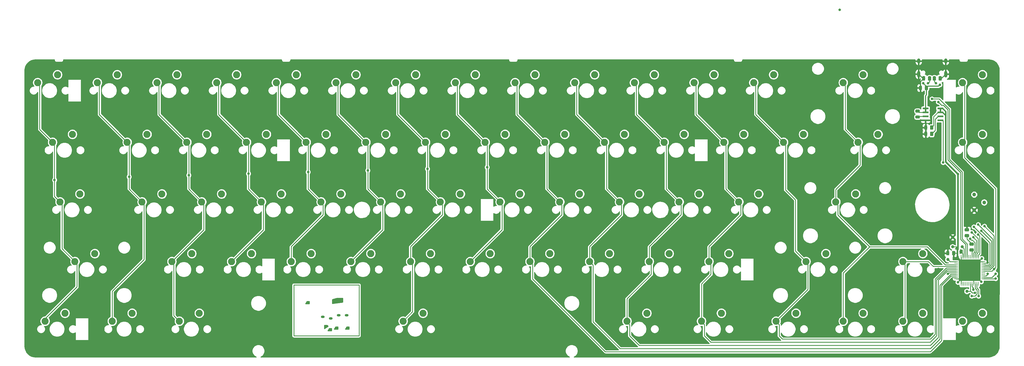
<source format=gtl>
G04 #@! TF.GenerationSoftware,KiCad,Pcbnew,(5.0.2)-1*
G04 #@! TF.CreationDate,2019-03-25T13:46:01+01:00*
G04 #@! TF.ProjectId,board_arm,626f6172-645f-4617-926d-2e6b69636164,rev?*
G04 #@! TF.SameCoordinates,Original*
G04 #@! TF.FileFunction,Copper,L1,Top*
G04 #@! TF.FilePolarity,Positive*
%FSLAX46Y46*%
G04 Gerber Fmt 4.6, Leading zero omitted, Abs format (unit mm)*
G04 Created by KiCad (PCBNEW (5.0.2)-1) date 25/03/2019 13:46:01*
%MOMM*%
%LPD*%
G01*
G04 APERTURE LIST*
G04 #@! TA.AperFunction,ComponentPad*
%ADD10C,2.250000*%
G04 #@! TD*
G04 #@! TA.AperFunction,BGAPad,CuDef*
%ADD11C,1.000000*%
G04 #@! TD*
G04 #@! TA.AperFunction,Conductor*
%ADD12C,0.100000*%
G04 #@! TD*
G04 #@! TA.AperFunction,SMDPad,CuDef*
%ADD13C,0.975000*%
G04 #@! TD*
G04 #@! TA.AperFunction,SMDPad,CuDef*
%ADD14R,1.981200X0.558800*%
G04 #@! TD*
G04 #@! TA.AperFunction,ComponentPad*
%ADD15O,1.000000X2.100000*%
G04 #@! TD*
G04 #@! TA.AperFunction,ComponentPad*
%ADD16O,1.000000X1.600000*%
G04 #@! TD*
G04 #@! TA.AperFunction,SMDPad,CuDef*
%ADD17R,0.250000X1.300000*%
G04 #@! TD*
G04 #@! TA.AperFunction,SMDPad,CuDef*
%ADD18R,1.300000X0.250000*%
G04 #@! TD*
G04 #@! TA.AperFunction,ComponentPad*
%ADD19C,1.200000*%
G04 #@! TD*
G04 #@! TA.AperFunction,ViaPad*
%ADD20C,0.800000*%
G04 #@! TD*
G04 #@! TA.AperFunction,Conductor*
%ADD21C,0.750000*%
G04 #@! TD*
G04 #@! TA.AperFunction,Conductor*
%ADD22C,0.250000*%
G04 #@! TD*
G04 #@! TA.AperFunction,Conductor*
%ADD23C,0.375000*%
G04 #@! TD*
G04 #@! TA.AperFunction,Conductor*
%ADD24C,0.248920*%
G04 #@! TD*
G04 #@! TA.AperFunction,Conductor*
%ADD25C,0.508000*%
G04 #@! TD*
G04 #@! TA.AperFunction,Conductor*
%ADD26C,0.500000*%
G04 #@! TD*
G04 #@! TA.AperFunction,Conductor*
%ADD27C,0.700000*%
G04 #@! TD*
G04 #@! TA.AperFunction,Conductor*
%ADD28C,0.550000*%
G04 #@! TD*
G04 #@! TA.AperFunction,Conductor*
%ADD29C,0.450000*%
G04 #@! TD*
G04 #@! TA.AperFunction,Conductor*
%ADD30C,0.254000*%
G04 #@! TD*
G04 #@! TA.AperFunction,NonConductor*
%ADD31C,0.254000*%
G04 #@! TD*
G04 APERTURE END LIST*
D10*
G04 #@! TO.P,K_CTRL1,1*
G04 #@! TO.N,COL0*
X55721250Y-146685000D03*
G04 #@! TO.P,K_CTRL1,2*
G04 #@! TO.N,Net-(D57-Pad2)*
X62071250Y-144145000D03*
G04 #@! TD*
G04 #@! TO.P,K_SPACE1,2*
G04 #@! TO.N,Net-(D60-Pad2)*
X176371250Y-144145000D03*
G04 #@! TO.P,K_SPACE1,1*
G04 #@! TO.N,COL6*
X170021250Y-146685000D03*
G04 #@! TD*
D11*
G04 #@! TO.P,SWDC,1*
G04 #@! TO.N,SWDCLK*
X343916000Y-127000000D03*
G04 #@! TD*
G04 #@! TO.P,SWDD,1*
G04 #@! TO.N,SWDIO*
X348488000Y-122936000D03*
G04 #@! TD*
G04 #@! TO.P,NR,1*
G04 #@! TO.N,PWRGD*
X350012000Y-137160000D03*
G04 #@! TD*
G04 #@! TO.P,3V3,1*
G04 #@! TO.N,+3V3*
X345440000Y-122936000D03*
G04 #@! TD*
G04 #@! TO.P,GND,1*
G04 #@! TO.N,GND*
X345440000Y-119888000D03*
G04 #@! TD*
D12*
G04 #@! TO.N,Net-(LED1-Pad1)*
G04 #@! TO.C,LED1*
G36*
X352016142Y-121590674D02*
X352039803Y-121594184D01*
X352063007Y-121599996D01*
X352085529Y-121608054D01*
X352107153Y-121618282D01*
X352127670Y-121630579D01*
X352146883Y-121644829D01*
X352164607Y-121660893D01*
X352180671Y-121678617D01*
X352194921Y-121697830D01*
X352207218Y-121718347D01*
X352217446Y-121739971D01*
X352225504Y-121762493D01*
X352231316Y-121785697D01*
X352234826Y-121809358D01*
X352236000Y-121833250D01*
X352236000Y-122320750D01*
X352234826Y-122344642D01*
X352231316Y-122368303D01*
X352225504Y-122391507D01*
X352217446Y-122414029D01*
X352207218Y-122435653D01*
X352194921Y-122456170D01*
X352180671Y-122475383D01*
X352164607Y-122493107D01*
X352146883Y-122509171D01*
X352127670Y-122523421D01*
X352107153Y-122535718D01*
X352085529Y-122545946D01*
X352063007Y-122554004D01*
X352039803Y-122559816D01*
X352016142Y-122563326D01*
X351992250Y-122564500D01*
X351079750Y-122564500D01*
X351055858Y-122563326D01*
X351032197Y-122559816D01*
X351008993Y-122554004D01*
X350986471Y-122545946D01*
X350964847Y-122535718D01*
X350944330Y-122523421D01*
X350925117Y-122509171D01*
X350907393Y-122493107D01*
X350891329Y-122475383D01*
X350877079Y-122456170D01*
X350864782Y-122435653D01*
X350854554Y-122414029D01*
X350846496Y-122391507D01*
X350840684Y-122368303D01*
X350837174Y-122344642D01*
X350836000Y-122320750D01*
X350836000Y-121833250D01*
X350837174Y-121809358D01*
X350840684Y-121785697D01*
X350846496Y-121762493D01*
X350854554Y-121739971D01*
X350864782Y-121718347D01*
X350877079Y-121697830D01*
X350891329Y-121678617D01*
X350907393Y-121660893D01*
X350925117Y-121644829D01*
X350944330Y-121630579D01*
X350964847Y-121618282D01*
X350986471Y-121608054D01*
X351008993Y-121599996D01*
X351032197Y-121594184D01*
X351055858Y-121590674D01*
X351079750Y-121589500D01*
X351992250Y-121589500D01*
X352016142Y-121590674D01*
X352016142Y-121590674D01*
G37*
D13*
G04 #@! TD*
G04 #@! TO.P,LED1,1*
G04 #@! TO.N,Net-(LED1-Pad1)*
X351536000Y-122077000D03*
D12*
G04 #@! TO.N,Net-(LED1-Pad2)*
G04 #@! TO.C,LED1*
G36*
X352016142Y-123465674D02*
X352039803Y-123469184D01*
X352063007Y-123474996D01*
X352085529Y-123483054D01*
X352107153Y-123493282D01*
X352127670Y-123505579D01*
X352146883Y-123519829D01*
X352164607Y-123535893D01*
X352180671Y-123553617D01*
X352194921Y-123572830D01*
X352207218Y-123593347D01*
X352217446Y-123614971D01*
X352225504Y-123637493D01*
X352231316Y-123660697D01*
X352234826Y-123684358D01*
X352236000Y-123708250D01*
X352236000Y-124195750D01*
X352234826Y-124219642D01*
X352231316Y-124243303D01*
X352225504Y-124266507D01*
X352217446Y-124289029D01*
X352207218Y-124310653D01*
X352194921Y-124331170D01*
X352180671Y-124350383D01*
X352164607Y-124368107D01*
X352146883Y-124384171D01*
X352127670Y-124398421D01*
X352107153Y-124410718D01*
X352085529Y-124420946D01*
X352063007Y-124429004D01*
X352039803Y-124434816D01*
X352016142Y-124438326D01*
X351992250Y-124439500D01*
X351079750Y-124439500D01*
X351055858Y-124438326D01*
X351032197Y-124434816D01*
X351008993Y-124429004D01*
X350986471Y-124420946D01*
X350964847Y-124410718D01*
X350944330Y-124398421D01*
X350925117Y-124384171D01*
X350907393Y-124368107D01*
X350891329Y-124350383D01*
X350877079Y-124331170D01*
X350864782Y-124310653D01*
X350854554Y-124289029D01*
X350846496Y-124266507D01*
X350840684Y-124243303D01*
X350837174Y-124219642D01*
X350836000Y-124195750D01*
X350836000Y-123708250D01*
X350837174Y-123684358D01*
X350840684Y-123660697D01*
X350846496Y-123637493D01*
X350854554Y-123614971D01*
X350864782Y-123593347D01*
X350877079Y-123572830D01*
X350891329Y-123553617D01*
X350907393Y-123535893D01*
X350925117Y-123519829D01*
X350944330Y-123505579D01*
X350964847Y-123493282D01*
X350986471Y-123483054D01*
X351008993Y-123474996D01*
X351032197Y-123469184D01*
X351055858Y-123465674D01*
X351079750Y-123464500D01*
X351992250Y-123464500D01*
X352016142Y-123465674D01*
X352016142Y-123465674D01*
G37*
D13*
G04 #@! TD*
G04 #@! TO.P,LED1,2*
G04 #@! TO.N,Net-(LED1-Pad2)*
X351536000Y-123952000D03*
D12*
G04 #@! TO.N,GND*
G04 #@! TO.C,R10*
G36*
X350492142Y-117018674D02*
X350515803Y-117022184D01*
X350539007Y-117027996D01*
X350561529Y-117036054D01*
X350583153Y-117046282D01*
X350603670Y-117058579D01*
X350622883Y-117072829D01*
X350640607Y-117088893D01*
X350656671Y-117106617D01*
X350670921Y-117125830D01*
X350683218Y-117146347D01*
X350693446Y-117167971D01*
X350701504Y-117190493D01*
X350707316Y-117213697D01*
X350710826Y-117237358D01*
X350712000Y-117261250D01*
X350712000Y-117748750D01*
X350710826Y-117772642D01*
X350707316Y-117796303D01*
X350701504Y-117819507D01*
X350693446Y-117842029D01*
X350683218Y-117863653D01*
X350670921Y-117884170D01*
X350656671Y-117903383D01*
X350640607Y-117921107D01*
X350622883Y-117937171D01*
X350603670Y-117951421D01*
X350583153Y-117963718D01*
X350561529Y-117973946D01*
X350539007Y-117982004D01*
X350515803Y-117987816D01*
X350492142Y-117991326D01*
X350468250Y-117992500D01*
X349555750Y-117992500D01*
X349531858Y-117991326D01*
X349508197Y-117987816D01*
X349484993Y-117982004D01*
X349462471Y-117973946D01*
X349440847Y-117963718D01*
X349420330Y-117951421D01*
X349401117Y-117937171D01*
X349383393Y-117921107D01*
X349367329Y-117903383D01*
X349353079Y-117884170D01*
X349340782Y-117863653D01*
X349330554Y-117842029D01*
X349322496Y-117819507D01*
X349316684Y-117796303D01*
X349313174Y-117772642D01*
X349312000Y-117748750D01*
X349312000Y-117261250D01*
X349313174Y-117237358D01*
X349316684Y-117213697D01*
X349322496Y-117190493D01*
X349330554Y-117167971D01*
X349340782Y-117146347D01*
X349353079Y-117125830D01*
X349367329Y-117106617D01*
X349383393Y-117088893D01*
X349401117Y-117072829D01*
X349420330Y-117058579D01*
X349440847Y-117046282D01*
X349462471Y-117036054D01*
X349484993Y-117027996D01*
X349508197Y-117022184D01*
X349531858Y-117018674D01*
X349555750Y-117017500D01*
X350468250Y-117017500D01*
X350492142Y-117018674D01*
X350492142Y-117018674D01*
G37*
D13*
G04 #@! TD*
G04 #@! TO.P,R10,1*
G04 #@! TO.N,GND*
X350012000Y-117505000D03*
D12*
G04 #@! TO.N,Net-(LED1-Pad1)*
G04 #@! TO.C,R10*
G36*
X350492142Y-118893674D02*
X350515803Y-118897184D01*
X350539007Y-118902996D01*
X350561529Y-118911054D01*
X350583153Y-118921282D01*
X350603670Y-118933579D01*
X350622883Y-118947829D01*
X350640607Y-118963893D01*
X350656671Y-118981617D01*
X350670921Y-119000830D01*
X350683218Y-119021347D01*
X350693446Y-119042971D01*
X350701504Y-119065493D01*
X350707316Y-119088697D01*
X350710826Y-119112358D01*
X350712000Y-119136250D01*
X350712000Y-119623750D01*
X350710826Y-119647642D01*
X350707316Y-119671303D01*
X350701504Y-119694507D01*
X350693446Y-119717029D01*
X350683218Y-119738653D01*
X350670921Y-119759170D01*
X350656671Y-119778383D01*
X350640607Y-119796107D01*
X350622883Y-119812171D01*
X350603670Y-119826421D01*
X350583153Y-119838718D01*
X350561529Y-119848946D01*
X350539007Y-119857004D01*
X350515803Y-119862816D01*
X350492142Y-119866326D01*
X350468250Y-119867500D01*
X349555750Y-119867500D01*
X349531858Y-119866326D01*
X349508197Y-119862816D01*
X349484993Y-119857004D01*
X349462471Y-119848946D01*
X349440847Y-119838718D01*
X349420330Y-119826421D01*
X349401117Y-119812171D01*
X349383393Y-119796107D01*
X349367329Y-119778383D01*
X349353079Y-119759170D01*
X349340782Y-119738653D01*
X349330554Y-119717029D01*
X349322496Y-119694507D01*
X349316684Y-119671303D01*
X349313174Y-119647642D01*
X349312000Y-119623750D01*
X349312000Y-119136250D01*
X349313174Y-119112358D01*
X349316684Y-119088697D01*
X349322496Y-119065493D01*
X349330554Y-119042971D01*
X349340782Y-119021347D01*
X349353079Y-119000830D01*
X349367329Y-118981617D01*
X349383393Y-118963893D01*
X349401117Y-118947829D01*
X349420330Y-118933579D01*
X349440847Y-118921282D01*
X349462471Y-118911054D01*
X349484993Y-118902996D01*
X349508197Y-118897184D01*
X349531858Y-118893674D01*
X349555750Y-118892500D01*
X350468250Y-118892500D01*
X350492142Y-118893674D01*
X350492142Y-118893674D01*
G37*
D13*
G04 #@! TD*
G04 #@! TO.P,R10,2*
G04 #@! TO.N,Net-(LED1-Pad1)*
X350012000Y-119380000D03*
D10*
G04 #@! TO.P,K_RIGHT1,1*
G04 #@! TO.N,COL15*
X348615000Y-146685000D03*
G04 #@! TO.P,K_RIGHT1,2*
G04 #@! TO.N,Net-(D66-Pad2)*
X354965000Y-144145000D03*
G04 #@! TD*
G04 #@! TO.P,K_DOWN1,2*
G04 #@! TO.N,Net-(D65-Pad2)*
X335915000Y-144145000D03*
G04 #@! TO.P,K_DOWN1,1*
G04 #@! TO.N,COL14*
X329565000Y-146685000D03*
G04 #@! TD*
G04 #@! TO.P,K_RALT1,1*
G04 #@! TO.N,COL10*
X241458750Y-146685000D03*
G04 #@! TO.P,K_RALT1,2*
G04 #@! TO.N,Net-(D61-Pad2)*
X247808750Y-144145000D03*
G04 #@! TD*
G04 #@! TO.P,K_RCTRL1,2*
G04 #@! TO.N,Net-(D63-Pad2)*
X295433750Y-144145000D03*
G04 #@! TO.P,K_RCTRL1,1*
G04 #@! TO.N,COL12*
X289083750Y-146685000D03*
G04 #@! TD*
G04 #@! TO.P,K_FN1,2*
G04 #@! TO.N,Net-(D62-Pad2)*
X271621250Y-144145000D03*
G04 #@! TO.P,K_FN1,1*
G04 #@! TO.N,COL11*
X265271250Y-146685000D03*
G04 #@! TD*
G04 #@! TO.P,K_RSHIFT1,2*
G04 #@! TO.N,Net-(D55-Pad2)*
X304958750Y-125095000D03*
G04 #@! TO.P,K_RSHIFT1,1*
G04 #@! TO.N,COL12*
X298608750Y-127635000D03*
G04 #@! TD*
G04 #@! TO.P,K_UP1,1*
G04 #@! TO.N,COL14*
X329565000Y-127635000D03*
G04 #@! TO.P,K_UP1,2*
G04 #@! TO.N,Net-(D56-Pad2)*
X335915000Y-125095000D03*
G04 #@! TD*
D14*
G04 #@! TO.P,U3,1*
G04 #@! TO.N,+5V*
X336812400Y-78710000D03*
G04 #@! TO.P,U3,2*
X336812400Y-79980000D03*
G04 #@! TO.P,U3,3*
G04 #@! TO.N,Net-(R2-Pad2)*
X336812400Y-81250000D03*
G04 #@! TO.P,U3,4*
G04 #@! TO.N,GND*
X336812400Y-82520000D03*
G04 #@! TO.P,U3,5*
G04 #@! TO.N,PWRGD*
X341536800Y-82520000D03*
G04 #@! TO.P,U3,6*
G04 #@! TO.N,Net-(C8-Pad1)*
X341536800Y-81250000D03*
G04 #@! TO.P,U3,7*
G04 #@! TO.N,+3V3*
X341536800Y-79980000D03*
G04 #@! TO.P,U3,8*
X341536800Y-78710000D03*
G04 #@! TD*
D10*
G04 #@! TO.P,K_DELETE1,2*
G04 #@! TO.N,Net-(D30-Pad2)*
X354965000Y-86995000D03*
G04 #@! TO.P,K_DELETE1,1*
G04 #@! TO.N,COL15*
X348615000Y-89535000D03*
G04 #@! TD*
G04 #@! TO.P,K_INSERT1,2*
G04 #@! TO.N,Net-(D15-Pad2)*
X354965000Y-67945000D03*
G04 #@! TO.P,K_INSERT1,1*
G04 #@! TO.N,COL15*
X348615000Y-70485000D03*
G04 #@! TD*
G04 #@! TO.P,K_\005C1,2*
G04 #@! TO.N,Net-(D29-Pad2)*
X321627500Y-86995000D03*
G04 #@! TO.P,K_\005C1,1*
G04 #@! TO.N,COL13*
X315277500Y-89535000D03*
G04 #@! TD*
G04 #@! TO.P,K_.1,2*
G04 #@! TO.N,Net-(D53-Pad2)*
X254952500Y-125095000D03*
G04 #@! TO.P,K_.1,1*
G04 #@! TO.N,COL10*
X248602500Y-127635000D03*
G04 #@! TD*
G04 #@! TO.P,K_\002C1,2*
G04 #@! TO.N,Net-(D52-Pad2)*
X235902500Y-125095000D03*
G04 #@! TO.P,K_\002C1,1*
G04 #@! TO.N,COL9*
X229552500Y-127635000D03*
G04 #@! TD*
G04 #@! TO.P,K_#1,1*
G04 #@! TO.N,COL1*
X72390000Y-70485000D03*
G04 #@! TO.P,K_#1,2*
G04 #@! TO.N,Net-(D2-Pad2)*
X78740000Y-67945000D03*
G04 #@! TD*
G04 #@! TO.P,K_#2,2*
G04 #@! TO.N,Net-(D3-Pad2)*
X97790000Y-67945000D03*
G04 #@! TO.P,K_#2,1*
G04 #@! TO.N,COL2*
X91440000Y-70485000D03*
G04 #@! TD*
G04 #@! TO.P,K_#3,2*
G04 #@! TO.N,Net-(D4-Pad2)*
X116840000Y-67945000D03*
G04 #@! TO.P,K_#3,1*
G04 #@! TO.N,COL3*
X110490000Y-70485000D03*
G04 #@! TD*
G04 #@! TO.P,K_#4,1*
G04 #@! TO.N,COL4*
X129540000Y-70485000D03*
G04 #@! TO.P,K_#4,2*
G04 #@! TO.N,Net-(D5-Pad2)*
X135890000Y-67945000D03*
G04 #@! TD*
G04 #@! TO.P,K_#5,1*
G04 #@! TO.N,COL5*
X148590000Y-70485000D03*
G04 #@! TO.P,K_#5,2*
G04 #@! TO.N,Net-(D6-Pad2)*
X154940000Y-67945000D03*
G04 #@! TD*
G04 #@! TO.P,K_#6,1*
G04 #@! TO.N,COL6*
X167640000Y-70485000D03*
G04 #@! TO.P,K_#6,2*
G04 #@! TO.N,Net-(D7-Pad2)*
X173990000Y-67945000D03*
G04 #@! TD*
G04 #@! TO.P,K_#7,1*
G04 #@! TO.N,COL7*
X186690000Y-70485000D03*
G04 #@! TO.P,K_#7,2*
G04 #@! TO.N,Net-(D8-Pad2)*
X193040000Y-67945000D03*
G04 #@! TD*
G04 #@! TO.P,K_#8,2*
G04 #@! TO.N,Net-(D9-Pad2)*
X212090000Y-67945000D03*
G04 #@! TO.P,K_#8,1*
G04 #@! TO.N,COL8*
X205740000Y-70485000D03*
G04 #@! TD*
G04 #@! TO.P,K_#9,2*
G04 #@! TO.N,Net-(D10-Pad2)*
X231140000Y-67945000D03*
G04 #@! TO.P,K_#9,1*
G04 #@! TO.N,COL9*
X224790000Y-70485000D03*
G04 #@! TD*
G04 #@! TO.P,K_#10,2*
G04 #@! TO.N,Net-(D11-Pad2)*
X250190000Y-67945000D03*
G04 #@! TO.P,K_#10,1*
G04 #@! TO.N,COL10*
X243840000Y-70485000D03*
G04 #@! TD*
G04 #@! TO.P,K_'1,2*
G04 #@! TO.N,Net-(D42-Pad2)*
X283527500Y-106045000D03*
G04 #@! TO.P,K_'1,1*
G04 #@! TO.N,COL11*
X277177500Y-108585000D03*
G04 #@! TD*
G04 #@! TO.P,K_-1,2*
G04 #@! TO.N,Net-(D12-Pad2)*
X269240000Y-67945000D03*
G04 #@! TO.P,K_-1,1*
G04 #@! TO.N,COL11*
X262890000Y-70485000D03*
G04 #@! TD*
G04 #@! TO.P,K_/1,1*
G04 #@! TO.N,COL11*
X267652500Y-127635000D03*
G04 #@! TO.P,K_/1,2*
G04 #@! TO.N,Net-(D54-Pad2)*
X274002500Y-125095000D03*
G04 #@! TD*
G04 #@! TO.P,K_;1,1*
G04 #@! TO.N,COL10*
X258127500Y-108585000D03*
G04 #@! TO.P,K_;1,2*
G04 #@! TO.N,Net-(D41-Pad2)*
X264477500Y-106045000D03*
G04 #@! TD*
G04 #@! TO.P,K_=1,2*
G04 #@! TO.N,Net-(D13-Pad2)*
X288290000Y-67945000D03*
G04 #@! TO.P,K_=1,1*
G04 #@! TO.N,COL12*
X281940000Y-70485000D03*
G04 #@! TD*
G04 #@! TO.P,K_[1,1*
G04 #@! TO.N,COL11*
X272415000Y-89535000D03*
G04 #@! TO.P,K_[1,2*
G04 #@! TO.N,Net-(D27-Pad2)*
X278765000Y-86995000D03*
G04 #@! TD*
G04 #@! TO.P,K_]1,2*
G04 #@! TO.N,Net-(D28-Pad2)*
X297815000Y-86995000D03*
G04 #@! TO.P,K_]1,1*
G04 #@! TO.N,COL12*
X291465000Y-89535000D03*
G04 #@! TD*
G04 #@! TO.P,K_A1,1*
G04 #@! TO.N,COL1*
X86677500Y-108585000D03*
G04 #@! TO.P,K_A1,2*
G04 #@! TO.N,Net-(D32-Pad2)*
X93027500Y-106045000D03*
G04 #@! TD*
G04 #@! TO.P,K_ALT1,1*
G04 #@! TO.N,COL2*
X98583750Y-146685000D03*
G04 #@! TO.P,K_ALT1,2*
G04 #@! TO.N,Net-(D59-Pad2)*
X104933750Y-144145000D03*
G04 #@! TD*
G04 #@! TO.P,K_B1,1*
G04 #@! TO.N,COL6*
X172402500Y-127635000D03*
G04 #@! TO.P,K_B1,2*
G04 #@! TO.N,Net-(D49-Pad2)*
X178752500Y-125095000D03*
G04 #@! TD*
G04 #@! TO.P,K_BACK1,1*
G04 #@! TO.N,COL13*
X310515000Y-70485000D03*
G04 #@! TO.P,K_BACK1,2*
G04 #@! TO.N,Net-(D14-Pad2)*
X316865000Y-67945000D03*
G04 #@! TD*
G04 #@! TO.P,K_CAPS1,1*
G04 #@! TO.N,COL0*
X60483750Y-108585000D03*
G04 #@! TO.P,K_CAPS1,2*
G04 #@! TO.N,Net-(D31-Pad2)*
X66833750Y-106045000D03*
G04 #@! TD*
G04 #@! TO.P,K_D1,2*
G04 #@! TO.N,Net-(D34-Pad2)*
X131127500Y-106045000D03*
G04 #@! TO.P,K_D1,1*
G04 #@! TO.N,COL3*
X124777500Y-108585000D03*
G04 #@! TD*
G04 #@! TO.P,K_E1,2*
G04 #@! TO.N,Net-(D19-Pad2)*
X126365000Y-86995000D03*
G04 #@! TO.P,K_E1,1*
G04 #@! TO.N,COL3*
X120015000Y-89535000D03*
G04 #@! TD*
G04 #@! TO.P,K_ENTER1,1*
G04 #@! TO.N,COL13*
X308133750Y-108585000D03*
G04 #@! TO.P,K_ENTER1,2*
G04 #@! TO.N,Net-(D43-Pad2)*
X314483750Y-106045000D03*
G04 #@! TD*
G04 #@! TO.P,K_ESC1,2*
G04 #@! TO.N,Net-(D1-Pad2)*
X59690000Y-67945000D03*
G04 #@! TO.P,K_ESC1,1*
G04 #@! TO.N,COL0*
X53340000Y-70485000D03*
G04 #@! TD*
G04 #@! TO.P,K_F1,1*
G04 #@! TO.N,COL4*
X143827500Y-108585000D03*
G04 #@! TO.P,K_F1,2*
G04 #@! TO.N,Net-(D35-Pad2)*
X150177500Y-106045000D03*
G04 #@! TD*
G04 #@! TO.P,K_G1,1*
G04 #@! TO.N,COL5*
X162877500Y-108585000D03*
G04 #@! TO.P,K_G1,2*
G04 #@! TO.N,Net-(D36-Pad2)*
X169227500Y-106045000D03*
G04 #@! TD*
G04 #@! TO.P,K_H1,2*
G04 #@! TO.N,Net-(D37-Pad2)*
X188277500Y-106045000D03*
G04 #@! TO.P,K_H1,1*
G04 #@! TO.N,COL6*
X181927500Y-108585000D03*
G04 #@! TD*
G04 #@! TO.P,K_I1,2*
G04 #@! TO.N,Net-(D24-Pad2)*
X221615000Y-86995000D03*
G04 #@! TO.P,K_I1,1*
G04 #@! TO.N,COL8*
X215265000Y-89535000D03*
G04 #@! TD*
G04 #@! TO.P,K_J1,1*
G04 #@! TO.N,COL7*
X200977500Y-108585000D03*
G04 #@! TO.P,K_J1,2*
G04 #@! TO.N,Net-(D38-Pad2)*
X207327500Y-106045000D03*
G04 #@! TD*
G04 #@! TO.P,K_K1,2*
G04 #@! TO.N,Net-(D39-Pad2)*
X226377500Y-106045000D03*
G04 #@! TO.P,K_K1,1*
G04 #@! TO.N,COL8*
X220027500Y-108585000D03*
G04 #@! TD*
G04 #@! TO.P,K_L1,2*
G04 #@! TO.N,Net-(D40-Pad2)*
X245427500Y-106045000D03*
G04 #@! TO.P,K_L1,1*
G04 #@! TO.N,COL9*
X239077500Y-108585000D03*
G04 #@! TD*
G04 #@! TO.P,K_LEFT1,1*
G04 #@! TO.N,COL13*
X310515000Y-146685000D03*
G04 #@! TO.P,K_LEFT1,2*
G04 #@! TO.N,Net-(D64-Pad2)*
X316865000Y-144145000D03*
G04 #@! TD*
G04 #@! TO.P,K_M1,2*
G04 #@! TO.N,Net-(D51-Pad2)*
X216852500Y-125095000D03*
G04 #@! TO.P,K_M1,1*
G04 #@! TO.N,COL8*
X210502500Y-127635000D03*
G04 #@! TD*
G04 #@! TO.P,K_N1,1*
G04 #@! TO.N,COL7*
X191452500Y-127635000D03*
G04 #@! TO.P,K_N1,2*
G04 #@! TO.N,Net-(D50-Pad2)*
X197802500Y-125095000D03*
G04 #@! TD*
G04 #@! TO.P,K_O1,1*
G04 #@! TO.N,COL9*
X234315000Y-89535000D03*
G04 #@! TO.P,K_O1,2*
G04 #@! TO.N,Net-(D25-Pad2)*
X240665000Y-86995000D03*
G04 #@! TD*
G04 #@! TO.P,K_P1,2*
G04 #@! TO.N,Net-(D26-Pad2)*
X259715000Y-86995000D03*
G04 #@! TO.P,K_P1,1*
G04 #@! TO.N,COL10*
X253365000Y-89535000D03*
G04 #@! TD*
G04 #@! TO.P,K_Q1,2*
G04 #@! TO.N,Net-(D17-Pad2)*
X88265000Y-86995000D03*
G04 #@! TO.P,K_Q1,1*
G04 #@! TO.N,COL1*
X81915000Y-89535000D03*
G04 #@! TD*
G04 #@! TO.P,K_R1,1*
G04 #@! TO.N,COL4*
X139065000Y-89535000D03*
G04 #@! TO.P,K_R1,2*
G04 #@! TO.N,Net-(D20-Pad2)*
X145415000Y-86995000D03*
G04 #@! TD*
G04 #@! TO.P,K_S1,2*
G04 #@! TO.N,Net-(D33-Pad2)*
X112077500Y-106045000D03*
G04 #@! TO.P,K_S1,1*
G04 #@! TO.N,COL2*
X105727500Y-108585000D03*
G04 #@! TD*
G04 #@! TO.P,K_SHIFT1,2*
G04 #@! TO.N,Net-(D44-Pad2)*
X71596250Y-125095000D03*
G04 #@! TO.P,K_SHIFT1,1*
G04 #@! TO.N,COL0*
X65246250Y-127635000D03*
G04 #@! TD*
G04 #@! TO.P,K_T1,1*
G04 #@! TO.N,COL5*
X158115000Y-89535000D03*
G04 #@! TO.P,K_T1,2*
G04 #@! TO.N,Net-(D21-Pad2)*
X164465000Y-86995000D03*
G04 #@! TD*
G04 #@! TO.P,K_TAB1,1*
G04 #@! TO.N,COL0*
X58102500Y-89535000D03*
G04 #@! TO.P,K_TAB1,2*
G04 #@! TO.N,Net-(D16-Pad2)*
X64452500Y-86995000D03*
G04 #@! TD*
G04 #@! TO.P,K_U1,2*
G04 #@! TO.N,Net-(D23-Pad2)*
X202565000Y-86995000D03*
G04 #@! TO.P,K_U1,1*
G04 #@! TO.N,COL7*
X196215000Y-89535000D03*
G04 #@! TD*
G04 #@! TO.P,K_V1,1*
G04 #@! TO.N,COL5*
X153352500Y-127635000D03*
G04 #@! TO.P,K_V1,2*
G04 #@! TO.N,Net-(D48-Pad2)*
X159702500Y-125095000D03*
G04 #@! TD*
G04 #@! TO.P,K_W1,1*
G04 #@! TO.N,COL2*
X100965000Y-89535000D03*
G04 #@! TO.P,K_W1,2*
G04 #@! TO.N,Net-(D18-Pad2)*
X107315000Y-86995000D03*
G04 #@! TD*
G04 #@! TO.P,K_WIN1,1*
G04 #@! TO.N,COL1*
X77152500Y-146685000D03*
G04 #@! TO.P,K_WIN1,2*
G04 #@! TO.N,Net-(D58-Pad2)*
X83502500Y-144145000D03*
G04 #@! TD*
G04 #@! TO.P,K_X1,2*
G04 #@! TO.N,Net-(D46-Pad2)*
X121602500Y-125095000D03*
G04 #@! TO.P,K_X1,1*
G04 #@! TO.N,COL3*
X115252500Y-127635000D03*
G04 #@! TD*
G04 #@! TO.P,K_Y1,1*
G04 #@! TO.N,COL6*
X177165000Y-89535000D03*
G04 #@! TO.P,K_Y1,2*
G04 #@! TO.N,Net-(D22-Pad2)*
X183515000Y-86995000D03*
G04 #@! TD*
G04 #@! TO.P,K_Z1,2*
G04 #@! TO.N,Net-(D45-Pad2)*
X102552500Y-125095000D03*
G04 #@! TO.P,K_Z1,1*
G04 #@! TO.N,COL2*
X96202500Y-127635000D03*
G04 #@! TD*
D12*
G04 #@! TO.N,GND*
G04 #@! TO.C,R5*
G36*
X341755442Y-68445174D02*
X341779103Y-68448684D01*
X341802307Y-68454496D01*
X341824829Y-68462554D01*
X341846453Y-68472782D01*
X341866970Y-68485079D01*
X341886183Y-68499329D01*
X341903907Y-68515393D01*
X341919971Y-68533117D01*
X341934221Y-68552330D01*
X341946518Y-68572847D01*
X341956746Y-68594471D01*
X341964804Y-68616993D01*
X341970616Y-68640197D01*
X341974126Y-68663858D01*
X341975300Y-68687750D01*
X341975300Y-69600250D01*
X341974126Y-69624142D01*
X341970616Y-69647803D01*
X341964804Y-69671007D01*
X341956746Y-69693529D01*
X341946518Y-69715153D01*
X341934221Y-69735670D01*
X341919971Y-69754883D01*
X341903907Y-69772607D01*
X341886183Y-69788671D01*
X341866970Y-69802921D01*
X341846453Y-69815218D01*
X341824829Y-69825446D01*
X341802307Y-69833504D01*
X341779103Y-69839316D01*
X341755442Y-69842826D01*
X341731550Y-69844000D01*
X341244050Y-69844000D01*
X341220158Y-69842826D01*
X341196497Y-69839316D01*
X341173293Y-69833504D01*
X341150771Y-69825446D01*
X341129147Y-69815218D01*
X341108630Y-69802921D01*
X341089417Y-69788671D01*
X341071693Y-69772607D01*
X341055629Y-69754883D01*
X341041379Y-69735670D01*
X341029082Y-69715153D01*
X341018854Y-69693529D01*
X341010796Y-69671007D01*
X341004984Y-69647803D01*
X341001474Y-69624142D01*
X341000300Y-69600250D01*
X341000300Y-68687750D01*
X341001474Y-68663858D01*
X341004984Y-68640197D01*
X341010796Y-68616993D01*
X341018854Y-68594471D01*
X341029082Y-68572847D01*
X341041379Y-68552330D01*
X341055629Y-68533117D01*
X341071693Y-68515393D01*
X341089417Y-68499329D01*
X341108630Y-68485079D01*
X341129147Y-68472782D01*
X341150771Y-68462554D01*
X341173293Y-68454496D01*
X341196497Y-68448684D01*
X341220158Y-68445174D01*
X341244050Y-68444000D01*
X341731550Y-68444000D01*
X341755442Y-68445174D01*
X341755442Y-68445174D01*
G37*
D13*
G04 #@! TD*
G04 #@! TO.P,R5,1*
G04 #@! TO.N,GND*
X341487800Y-69144000D03*
D12*
G04 #@! TO.N,Net-(R5-Pad2)*
G04 #@! TO.C,R5*
G36*
X339880442Y-68445174D02*
X339904103Y-68448684D01*
X339927307Y-68454496D01*
X339949829Y-68462554D01*
X339971453Y-68472782D01*
X339991970Y-68485079D01*
X340011183Y-68499329D01*
X340028907Y-68515393D01*
X340044971Y-68533117D01*
X340059221Y-68552330D01*
X340071518Y-68572847D01*
X340081746Y-68594471D01*
X340089804Y-68616993D01*
X340095616Y-68640197D01*
X340099126Y-68663858D01*
X340100300Y-68687750D01*
X340100300Y-69600250D01*
X340099126Y-69624142D01*
X340095616Y-69647803D01*
X340089804Y-69671007D01*
X340081746Y-69693529D01*
X340071518Y-69715153D01*
X340059221Y-69735670D01*
X340044971Y-69754883D01*
X340028907Y-69772607D01*
X340011183Y-69788671D01*
X339991970Y-69802921D01*
X339971453Y-69815218D01*
X339949829Y-69825446D01*
X339927307Y-69833504D01*
X339904103Y-69839316D01*
X339880442Y-69842826D01*
X339856550Y-69844000D01*
X339369050Y-69844000D01*
X339345158Y-69842826D01*
X339321497Y-69839316D01*
X339298293Y-69833504D01*
X339275771Y-69825446D01*
X339254147Y-69815218D01*
X339233630Y-69802921D01*
X339214417Y-69788671D01*
X339196693Y-69772607D01*
X339180629Y-69754883D01*
X339166379Y-69735670D01*
X339154082Y-69715153D01*
X339143854Y-69693529D01*
X339135796Y-69671007D01*
X339129984Y-69647803D01*
X339126474Y-69624142D01*
X339125300Y-69600250D01*
X339125300Y-68687750D01*
X339126474Y-68663858D01*
X339129984Y-68640197D01*
X339135796Y-68616993D01*
X339143854Y-68594471D01*
X339154082Y-68572847D01*
X339166379Y-68552330D01*
X339180629Y-68533117D01*
X339196693Y-68515393D01*
X339214417Y-68499329D01*
X339233630Y-68485079D01*
X339254147Y-68472782D01*
X339275771Y-68462554D01*
X339298293Y-68454496D01*
X339321497Y-68448684D01*
X339345158Y-68445174D01*
X339369050Y-68444000D01*
X339856550Y-68444000D01*
X339880442Y-68445174D01*
X339880442Y-68445174D01*
G37*
D13*
G04 #@! TD*
G04 #@! TO.P,R5,2*
G04 #@! TO.N,Net-(R5-Pad2)*
X339612800Y-69144000D03*
D15*
G04 #@! TO.P,USB1,13*
G04 #@! TO.N,GND*
X334605000Y-67786800D03*
X343245000Y-67786800D03*
D16*
X334605000Y-63606800D03*
X343245000Y-63606800D03*
G04 #@! TD*
D12*
G04 #@! TO.N,+5V*
G04 #@! TO.C,C7*
G36*
X337340442Y-71493174D02*
X337364103Y-71496684D01*
X337387307Y-71502496D01*
X337409829Y-71510554D01*
X337431453Y-71520782D01*
X337451970Y-71533079D01*
X337471183Y-71547329D01*
X337488907Y-71563393D01*
X337504971Y-71581117D01*
X337519221Y-71600330D01*
X337531518Y-71620847D01*
X337541746Y-71642471D01*
X337549804Y-71664993D01*
X337555616Y-71688197D01*
X337559126Y-71711858D01*
X337560300Y-71735750D01*
X337560300Y-72648250D01*
X337559126Y-72672142D01*
X337555616Y-72695803D01*
X337549804Y-72719007D01*
X337541746Y-72741529D01*
X337531518Y-72763153D01*
X337519221Y-72783670D01*
X337504971Y-72802883D01*
X337488907Y-72820607D01*
X337471183Y-72836671D01*
X337451970Y-72850921D01*
X337431453Y-72863218D01*
X337409829Y-72873446D01*
X337387307Y-72881504D01*
X337364103Y-72887316D01*
X337340442Y-72890826D01*
X337316550Y-72892000D01*
X336829050Y-72892000D01*
X336805158Y-72890826D01*
X336781497Y-72887316D01*
X336758293Y-72881504D01*
X336735771Y-72873446D01*
X336714147Y-72863218D01*
X336693630Y-72850921D01*
X336674417Y-72836671D01*
X336656693Y-72820607D01*
X336640629Y-72802883D01*
X336626379Y-72783670D01*
X336614082Y-72763153D01*
X336603854Y-72741529D01*
X336595796Y-72719007D01*
X336589984Y-72695803D01*
X336586474Y-72672142D01*
X336585300Y-72648250D01*
X336585300Y-71735750D01*
X336586474Y-71711858D01*
X336589984Y-71688197D01*
X336595796Y-71664993D01*
X336603854Y-71642471D01*
X336614082Y-71620847D01*
X336626379Y-71600330D01*
X336640629Y-71581117D01*
X336656693Y-71563393D01*
X336674417Y-71547329D01*
X336693630Y-71533079D01*
X336714147Y-71520782D01*
X336735771Y-71510554D01*
X336758293Y-71502496D01*
X336781497Y-71496684D01*
X336805158Y-71493174D01*
X336829050Y-71492000D01*
X337316550Y-71492000D01*
X337340442Y-71493174D01*
X337340442Y-71493174D01*
G37*
D13*
G04 #@! TD*
G04 #@! TO.P,C7,1*
G04 #@! TO.N,+5V*
X337072800Y-72192000D03*
D12*
G04 #@! TO.N,GND*
G04 #@! TO.C,C7*
G36*
X335465442Y-71493174D02*
X335489103Y-71496684D01*
X335512307Y-71502496D01*
X335534829Y-71510554D01*
X335556453Y-71520782D01*
X335576970Y-71533079D01*
X335596183Y-71547329D01*
X335613907Y-71563393D01*
X335629971Y-71581117D01*
X335644221Y-71600330D01*
X335656518Y-71620847D01*
X335666746Y-71642471D01*
X335674804Y-71664993D01*
X335680616Y-71688197D01*
X335684126Y-71711858D01*
X335685300Y-71735750D01*
X335685300Y-72648250D01*
X335684126Y-72672142D01*
X335680616Y-72695803D01*
X335674804Y-72719007D01*
X335666746Y-72741529D01*
X335656518Y-72763153D01*
X335644221Y-72783670D01*
X335629971Y-72802883D01*
X335613907Y-72820607D01*
X335596183Y-72836671D01*
X335576970Y-72850921D01*
X335556453Y-72863218D01*
X335534829Y-72873446D01*
X335512307Y-72881504D01*
X335489103Y-72887316D01*
X335465442Y-72890826D01*
X335441550Y-72892000D01*
X334954050Y-72892000D01*
X334930158Y-72890826D01*
X334906497Y-72887316D01*
X334883293Y-72881504D01*
X334860771Y-72873446D01*
X334839147Y-72863218D01*
X334818630Y-72850921D01*
X334799417Y-72836671D01*
X334781693Y-72820607D01*
X334765629Y-72802883D01*
X334751379Y-72783670D01*
X334739082Y-72763153D01*
X334728854Y-72741529D01*
X334720796Y-72719007D01*
X334714984Y-72695803D01*
X334711474Y-72672142D01*
X334710300Y-72648250D01*
X334710300Y-71735750D01*
X334711474Y-71711858D01*
X334714984Y-71688197D01*
X334720796Y-71664993D01*
X334728854Y-71642471D01*
X334739082Y-71620847D01*
X334751379Y-71600330D01*
X334765629Y-71581117D01*
X334781693Y-71563393D01*
X334799417Y-71547329D01*
X334818630Y-71533079D01*
X334839147Y-71520782D01*
X334860771Y-71510554D01*
X334883293Y-71502496D01*
X334906497Y-71496684D01*
X334930158Y-71493174D01*
X334954050Y-71492000D01*
X335441550Y-71492000D01*
X335465442Y-71493174D01*
X335465442Y-71493174D01*
G37*
D13*
G04 #@! TD*
G04 #@! TO.P,C7,2*
G04 #@! TO.N,GND*
X335197800Y-72192000D03*
D12*
G04 #@! TO.N,GND*
G04 #@! TO.C,C5*
G36*
X344183642Y-124269174D02*
X344207303Y-124272684D01*
X344230507Y-124278496D01*
X344253029Y-124286554D01*
X344274653Y-124296782D01*
X344295170Y-124309079D01*
X344314383Y-124323329D01*
X344332107Y-124339393D01*
X344348171Y-124357117D01*
X344362421Y-124376330D01*
X344374718Y-124396847D01*
X344384946Y-124418471D01*
X344393004Y-124440993D01*
X344398816Y-124464197D01*
X344402326Y-124487858D01*
X344403500Y-124511750D01*
X344403500Y-125424250D01*
X344402326Y-125448142D01*
X344398816Y-125471803D01*
X344393004Y-125495007D01*
X344384946Y-125517529D01*
X344374718Y-125539153D01*
X344362421Y-125559670D01*
X344348171Y-125578883D01*
X344332107Y-125596607D01*
X344314383Y-125612671D01*
X344295170Y-125626921D01*
X344274653Y-125639218D01*
X344253029Y-125649446D01*
X344230507Y-125657504D01*
X344207303Y-125663316D01*
X344183642Y-125666826D01*
X344159750Y-125668000D01*
X343672250Y-125668000D01*
X343648358Y-125666826D01*
X343624697Y-125663316D01*
X343601493Y-125657504D01*
X343578971Y-125649446D01*
X343557347Y-125639218D01*
X343536830Y-125626921D01*
X343517617Y-125612671D01*
X343499893Y-125596607D01*
X343483829Y-125578883D01*
X343469579Y-125559670D01*
X343457282Y-125539153D01*
X343447054Y-125517529D01*
X343438996Y-125495007D01*
X343433184Y-125471803D01*
X343429674Y-125448142D01*
X343428500Y-125424250D01*
X343428500Y-124511750D01*
X343429674Y-124487858D01*
X343433184Y-124464197D01*
X343438996Y-124440993D01*
X343447054Y-124418471D01*
X343457282Y-124396847D01*
X343469579Y-124376330D01*
X343483829Y-124357117D01*
X343499893Y-124339393D01*
X343517617Y-124323329D01*
X343536830Y-124309079D01*
X343557347Y-124296782D01*
X343578971Y-124286554D01*
X343601493Y-124278496D01*
X343624697Y-124272684D01*
X343648358Y-124269174D01*
X343672250Y-124268000D01*
X344159750Y-124268000D01*
X344183642Y-124269174D01*
X344183642Y-124269174D01*
G37*
D13*
G04 #@! TD*
G04 #@! TO.P,C5,2*
G04 #@! TO.N,GND*
X343916000Y-124968000D03*
D12*
G04 #@! TO.N,+3V3*
G04 #@! TO.C,C5*
G36*
X346058642Y-124269174D02*
X346082303Y-124272684D01*
X346105507Y-124278496D01*
X346128029Y-124286554D01*
X346149653Y-124296782D01*
X346170170Y-124309079D01*
X346189383Y-124323329D01*
X346207107Y-124339393D01*
X346223171Y-124357117D01*
X346237421Y-124376330D01*
X346249718Y-124396847D01*
X346259946Y-124418471D01*
X346268004Y-124440993D01*
X346273816Y-124464197D01*
X346277326Y-124487858D01*
X346278500Y-124511750D01*
X346278500Y-125424250D01*
X346277326Y-125448142D01*
X346273816Y-125471803D01*
X346268004Y-125495007D01*
X346259946Y-125517529D01*
X346249718Y-125539153D01*
X346237421Y-125559670D01*
X346223171Y-125578883D01*
X346207107Y-125596607D01*
X346189383Y-125612671D01*
X346170170Y-125626921D01*
X346149653Y-125639218D01*
X346128029Y-125649446D01*
X346105507Y-125657504D01*
X346082303Y-125663316D01*
X346058642Y-125666826D01*
X346034750Y-125668000D01*
X345547250Y-125668000D01*
X345523358Y-125666826D01*
X345499697Y-125663316D01*
X345476493Y-125657504D01*
X345453971Y-125649446D01*
X345432347Y-125639218D01*
X345411830Y-125626921D01*
X345392617Y-125612671D01*
X345374893Y-125596607D01*
X345358829Y-125578883D01*
X345344579Y-125559670D01*
X345332282Y-125539153D01*
X345322054Y-125517529D01*
X345313996Y-125495007D01*
X345308184Y-125471803D01*
X345304674Y-125448142D01*
X345303500Y-125424250D01*
X345303500Y-124511750D01*
X345304674Y-124487858D01*
X345308184Y-124464197D01*
X345313996Y-124440993D01*
X345322054Y-124418471D01*
X345332282Y-124396847D01*
X345344579Y-124376330D01*
X345358829Y-124357117D01*
X345374893Y-124339393D01*
X345392617Y-124323329D01*
X345411830Y-124309079D01*
X345432347Y-124296782D01*
X345453971Y-124286554D01*
X345476493Y-124278496D01*
X345499697Y-124272684D01*
X345523358Y-124269174D01*
X345547250Y-124268000D01*
X346034750Y-124268000D01*
X346058642Y-124269174D01*
X346058642Y-124269174D01*
G37*
D13*
G04 #@! TD*
G04 #@! TO.P,C5,1*
G04 #@! TO.N,+3V3*
X345791000Y-124968000D03*
D12*
G04 #@! TO.N,GND*
G04 #@! TO.C,C8*
G36*
X337158542Y-86169174D02*
X337182203Y-86172684D01*
X337205407Y-86178496D01*
X337227929Y-86186554D01*
X337249553Y-86196782D01*
X337270070Y-86209079D01*
X337289283Y-86223329D01*
X337307007Y-86239393D01*
X337323071Y-86257117D01*
X337337321Y-86276330D01*
X337349618Y-86296847D01*
X337359846Y-86318471D01*
X337367904Y-86340993D01*
X337373716Y-86364197D01*
X337377226Y-86387858D01*
X337378400Y-86411750D01*
X337378400Y-87324250D01*
X337377226Y-87348142D01*
X337373716Y-87371803D01*
X337367904Y-87395007D01*
X337359846Y-87417529D01*
X337349618Y-87439153D01*
X337337321Y-87459670D01*
X337323071Y-87478883D01*
X337307007Y-87496607D01*
X337289283Y-87512671D01*
X337270070Y-87526921D01*
X337249553Y-87539218D01*
X337227929Y-87549446D01*
X337205407Y-87557504D01*
X337182203Y-87563316D01*
X337158542Y-87566826D01*
X337134650Y-87568000D01*
X336647150Y-87568000D01*
X336623258Y-87566826D01*
X336599597Y-87563316D01*
X336576393Y-87557504D01*
X336553871Y-87549446D01*
X336532247Y-87539218D01*
X336511730Y-87526921D01*
X336492517Y-87512671D01*
X336474793Y-87496607D01*
X336458729Y-87478883D01*
X336444479Y-87459670D01*
X336432182Y-87439153D01*
X336421954Y-87417529D01*
X336413896Y-87395007D01*
X336408084Y-87371803D01*
X336404574Y-87348142D01*
X336403400Y-87324250D01*
X336403400Y-86411750D01*
X336404574Y-86387858D01*
X336408084Y-86364197D01*
X336413896Y-86340993D01*
X336421954Y-86318471D01*
X336432182Y-86296847D01*
X336444479Y-86276330D01*
X336458729Y-86257117D01*
X336474793Y-86239393D01*
X336492517Y-86223329D01*
X336511730Y-86209079D01*
X336532247Y-86196782D01*
X336553871Y-86186554D01*
X336576393Y-86178496D01*
X336599597Y-86172684D01*
X336623258Y-86169174D01*
X336647150Y-86168000D01*
X337134650Y-86168000D01*
X337158542Y-86169174D01*
X337158542Y-86169174D01*
G37*
D13*
G04 #@! TD*
G04 #@! TO.P,C8,2*
G04 #@! TO.N,GND*
X336890900Y-86868000D03*
D12*
G04 #@! TO.N,Net-(C8-Pad1)*
G04 #@! TO.C,C8*
G36*
X339033542Y-86169174D02*
X339057203Y-86172684D01*
X339080407Y-86178496D01*
X339102929Y-86186554D01*
X339124553Y-86196782D01*
X339145070Y-86209079D01*
X339164283Y-86223329D01*
X339182007Y-86239393D01*
X339198071Y-86257117D01*
X339212321Y-86276330D01*
X339224618Y-86296847D01*
X339234846Y-86318471D01*
X339242904Y-86340993D01*
X339248716Y-86364197D01*
X339252226Y-86387858D01*
X339253400Y-86411750D01*
X339253400Y-87324250D01*
X339252226Y-87348142D01*
X339248716Y-87371803D01*
X339242904Y-87395007D01*
X339234846Y-87417529D01*
X339224618Y-87439153D01*
X339212321Y-87459670D01*
X339198071Y-87478883D01*
X339182007Y-87496607D01*
X339164283Y-87512671D01*
X339145070Y-87526921D01*
X339124553Y-87539218D01*
X339102929Y-87549446D01*
X339080407Y-87557504D01*
X339057203Y-87563316D01*
X339033542Y-87566826D01*
X339009650Y-87568000D01*
X338522150Y-87568000D01*
X338498258Y-87566826D01*
X338474597Y-87563316D01*
X338451393Y-87557504D01*
X338428871Y-87549446D01*
X338407247Y-87539218D01*
X338386730Y-87526921D01*
X338367517Y-87512671D01*
X338349793Y-87496607D01*
X338333729Y-87478883D01*
X338319479Y-87459670D01*
X338307182Y-87439153D01*
X338296954Y-87417529D01*
X338288896Y-87395007D01*
X338283084Y-87371803D01*
X338279574Y-87348142D01*
X338278400Y-87324250D01*
X338278400Y-86411750D01*
X338279574Y-86387858D01*
X338283084Y-86364197D01*
X338288896Y-86340993D01*
X338296954Y-86318471D01*
X338307182Y-86296847D01*
X338319479Y-86276330D01*
X338333729Y-86257117D01*
X338349793Y-86239393D01*
X338367517Y-86223329D01*
X338386730Y-86209079D01*
X338407247Y-86196782D01*
X338428871Y-86186554D01*
X338451393Y-86178496D01*
X338474597Y-86172684D01*
X338498258Y-86169174D01*
X338522150Y-86168000D01*
X339009650Y-86168000D01*
X339033542Y-86169174D01*
X339033542Y-86169174D01*
G37*
D13*
G04 #@! TD*
G04 #@! TO.P,C8,1*
G04 #@! TO.N,Net-(C8-Pad1)*
X338765900Y-86868000D03*
D12*
G04 #@! TO.N,GND*
G04 #@! TO.C,C9*
G36*
X337158542Y-84137174D02*
X337182203Y-84140684D01*
X337205407Y-84146496D01*
X337227929Y-84154554D01*
X337249553Y-84164782D01*
X337270070Y-84177079D01*
X337289283Y-84191329D01*
X337307007Y-84207393D01*
X337323071Y-84225117D01*
X337337321Y-84244330D01*
X337349618Y-84264847D01*
X337359846Y-84286471D01*
X337367904Y-84308993D01*
X337373716Y-84332197D01*
X337377226Y-84355858D01*
X337378400Y-84379750D01*
X337378400Y-85292250D01*
X337377226Y-85316142D01*
X337373716Y-85339803D01*
X337367904Y-85363007D01*
X337359846Y-85385529D01*
X337349618Y-85407153D01*
X337337321Y-85427670D01*
X337323071Y-85446883D01*
X337307007Y-85464607D01*
X337289283Y-85480671D01*
X337270070Y-85494921D01*
X337249553Y-85507218D01*
X337227929Y-85517446D01*
X337205407Y-85525504D01*
X337182203Y-85531316D01*
X337158542Y-85534826D01*
X337134650Y-85536000D01*
X336647150Y-85536000D01*
X336623258Y-85534826D01*
X336599597Y-85531316D01*
X336576393Y-85525504D01*
X336553871Y-85517446D01*
X336532247Y-85507218D01*
X336511730Y-85494921D01*
X336492517Y-85480671D01*
X336474793Y-85464607D01*
X336458729Y-85446883D01*
X336444479Y-85427670D01*
X336432182Y-85407153D01*
X336421954Y-85385529D01*
X336413896Y-85363007D01*
X336408084Y-85339803D01*
X336404574Y-85316142D01*
X336403400Y-85292250D01*
X336403400Y-84379750D01*
X336404574Y-84355858D01*
X336408084Y-84332197D01*
X336413896Y-84308993D01*
X336421954Y-84286471D01*
X336432182Y-84264847D01*
X336444479Y-84244330D01*
X336458729Y-84225117D01*
X336474793Y-84207393D01*
X336492517Y-84191329D01*
X336511730Y-84177079D01*
X336532247Y-84164782D01*
X336553871Y-84154554D01*
X336576393Y-84146496D01*
X336599597Y-84140684D01*
X336623258Y-84137174D01*
X336647150Y-84136000D01*
X337134650Y-84136000D01*
X337158542Y-84137174D01*
X337158542Y-84137174D01*
G37*
D13*
G04 #@! TD*
G04 #@! TO.P,C9,2*
G04 #@! TO.N,GND*
X336890900Y-84836000D03*
D12*
G04 #@! TO.N,+3V3*
G04 #@! TO.C,C9*
G36*
X339033542Y-84137174D02*
X339057203Y-84140684D01*
X339080407Y-84146496D01*
X339102929Y-84154554D01*
X339124553Y-84164782D01*
X339145070Y-84177079D01*
X339164283Y-84191329D01*
X339182007Y-84207393D01*
X339198071Y-84225117D01*
X339212321Y-84244330D01*
X339224618Y-84264847D01*
X339234846Y-84286471D01*
X339242904Y-84308993D01*
X339248716Y-84332197D01*
X339252226Y-84355858D01*
X339253400Y-84379750D01*
X339253400Y-85292250D01*
X339252226Y-85316142D01*
X339248716Y-85339803D01*
X339242904Y-85363007D01*
X339234846Y-85385529D01*
X339224618Y-85407153D01*
X339212321Y-85427670D01*
X339198071Y-85446883D01*
X339182007Y-85464607D01*
X339164283Y-85480671D01*
X339145070Y-85494921D01*
X339124553Y-85507218D01*
X339102929Y-85517446D01*
X339080407Y-85525504D01*
X339057203Y-85531316D01*
X339033542Y-85534826D01*
X339009650Y-85536000D01*
X338522150Y-85536000D01*
X338498258Y-85534826D01*
X338474597Y-85531316D01*
X338451393Y-85525504D01*
X338428871Y-85517446D01*
X338407247Y-85507218D01*
X338386730Y-85494921D01*
X338367517Y-85480671D01*
X338349793Y-85464607D01*
X338333729Y-85446883D01*
X338319479Y-85427670D01*
X338307182Y-85407153D01*
X338296954Y-85385529D01*
X338288896Y-85363007D01*
X338283084Y-85339803D01*
X338279574Y-85316142D01*
X338278400Y-85292250D01*
X338278400Y-84379750D01*
X338279574Y-84355858D01*
X338283084Y-84332197D01*
X338288896Y-84308993D01*
X338296954Y-84286471D01*
X338307182Y-84264847D01*
X338319479Y-84244330D01*
X338333729Y-84225117D01*
X338349793Y-84207393D01*
X338367517Y-84191329D01*
X338386730Y-84177079D01*
X338407247Y-84164782D01*
X338428871Y-84154554D01*
X338451393Y-84146496D01*
X338474597Y-84140684D01*
X338498258Y-84137174D01*
X338522150Y-84136000D01*
X339009650Y-84136000D01*
X339033542Y-84137174D01*
X339033542Y-84137174D01*
G37*
D13*
G04 #@! TD*
G04 #@! TO.P,C9,1*
G04 #@! TO.N,+3V3*
X338765900Y-84836000D03*
D12*
G04 #@! TO.N,+5V*
G04 #@! TO.C,R2*
G36*
X334752542Y-79112674D02*
X334776203Y-79116184D01*
X334799407Y-79121996D01*
X334821929Y-79130054D01*
X334843553Y-79140282D01*
X334864070Y-79152579D01*
X334883283Y-79166829D01*
X334901007Y-79182893D01*
X334917071Y-79200617D01*
X334931321Y-79219830D01*
X334943618Y-79240347D01*
X334953846Y-79261971D01*
X334961904Y-79284493D01*
X334967716Y-79307697D01*
X334971226Y-79331358D01*
X334972400Y-79355250D01*
X334972400Y-79842750D01*
X334971226Y-79866642D01*
X334967716Y-79890303D01*
X334961904Y-79913507D01*
X334953846Y-79936029D01*
X334943618Y-79957653D01*
X334931321Y-79978170D01*
X334917071Y-79997383D01*
X334901007Y-80015107D01*
X334883283Y-80031171D01*
X334864070Y-80045421D01*
X334843553Y-80057718D01*
X334821929Y-80067946D01*
X334799407Y-80076004D01*
X334776203Y-80081816D01*
X334752542Y-80085326D01*
X334728650Y-80086500D01*
X333816150Y-80086500D01*
X333792258Y-80085326D01*
X333768597Y-80081816D01*
X333745393Y-80076004D01*
X333722871Y-80067946D01*
X333701247Y-80057718D01*
X333680730Y-80045421D01*
X333661517Y-80031171D01*
X333643793Y-80015107D01*
X333627729Y-79997383D01*
X333613479Y-79978170D01*
X333601182Y-79957653D01*
X333590954Y-79936029D01*
X333582896Y-79913507D01*
X333577084Y-79890303D01*
X333573574Y-79866642D01*
X333572400Y-79842750D01*
X333572400Y-79355250D01*
X333573574Y-79331358D01*
X333577084Y-79307697D01*
X333582896Y-79284493D01*
X333590954Y-79261971D01*
X333601182Y-79240347D01*
X333613479Y-79219830D01*
X333627729Y-79200617D01*
X333643793Y-79182893D01*
X333661517Y-79166829D01*
X333680730Y-79152579D01*
X333701247Y-79140282D01*
X333722871Y-79130054D01*
X333745393Y-79121996D01*
X333768597Y-79116184D01*
X333792258Y-79112674D01*
X333816150Y-79111500D01*
X334728650Y-79111500D01*
X334752542Y-79112674D01*
X334752542Y-79112674D01*
G37*
D13*
G04 #@! TD*
G04 #@! TO.P,R2,1*
G04 #@! TO.N,+5V*
X334272400Y-79599000D03*
D12*
G04 #@! TO.N,Net-(R2-Pad2)*
G04 #@! TO.C,R2*
G36*
X334752542Y-80987674D02*
X334776203Y-80991184D01*
X334799407Y-80996996D01*
X334821929Y-81005054D01*
X334843553Y-81015282D01*
X334864070Y-81027579D01*
X334883283Y-81041829D01*
X334901007Y-81057893D01*
X334917071Y-81075617D01*
X334931321Y-81094830D01*
X334943618Y-81115347D01*
X334953846Y-81136971D01*
X334961904Y-81159493D01*
X334967716Y-81182697D01*
X334971226Y-81206358D01*
X334972400Y-81230250D01*
X334972400Y-81717750D01*
X334971226Y-81741642D01*
X334967716Y-81765303D01*
X334961904Y-81788507D01*
X334953846Y-81811029D01*
X334943618Y-81832653D01*
X334931321Y-81853170D01*
X334917071Y-81872383D01*
X334901007Y-81890107D01*
X334883283Y-81906171D01*
X334864070Y-81920421D01*
X334843553Y-81932718D01*
X334821929Y-81942946D01*
X334799407Y-81951004D01*
X334776203Y-81956816D01*
X334752542Y-81960326D01*
X334728650Y-81961500D01*
X333816150Y-81961500D01*
X333792258Y-81960326D01*
X333768597Y-81956816D01*
X333745393Y-81951004D01*
X333722871Y-81942946D01*
X333701247Y-81932718D01*
X333680730Y-81920421D01*
X333661517Y-81906171D01*
X333643793Y-81890107D01*
X333627729Y-81872383D01*
X333613479Y-81853170D01*
X333601182Y-81832653D01*
X333590954Y-81811029D01*
X333582896Y-81788507D01*
X333577084Y-81765303D01*
X333573574Y-81741642D01*
X333572400Y-81717750D01*
X333572400Y-81230250D01*
X333573574Y-81206358D01*
X333577084Y-81182697D01*
X333582896Y-81159493D01*
X333590954Y-81136971D01*
X333601182Y-81115347D01*
X333613479Y-81094830D01*
X333627729Y-81075617D01*
X333643793Y-81057893D01*
X333661517Y-81041829D01*
X333680730Y-81027579D01*
X333701247Y-81015282D01*
X333722871Y-81005054D01*
X333745393Y-80996996D01*
X333768597Y-80991184D01*
X333792258Y-80987674D01*
X333816150Y-80986500D01*
X334728650Y-80986500D01*
X334752542Y-80987674D01*
X334752542Y-80987674D01*
G37*
D13*
G04 #@! TD*
G04 #@! TO.P,R2,2*
G04 #@! TO.N,Net-(R2-Pad2)*
X334272400Y-81474000D03*
D12*
G04 #@! TO.N,Net-(R4-Pad2)*
G04 #@! TO.C,R4*
G36*
X338356442Y-68445174D02*
X338380103Y-68448684D01*
X338403307Y-68454496D01*
X338425829Y-68462554D01*
X338447453Y-68472782D01*
X338467970Y-68485079D01*
X338487183Y-68499329D01*
X338504907Y-68515393D01*
X338520971Y-68533117D01*
X338535221Y-68552330D01*
X338547518Y-68572847D01*
X338557746Y-68594471D01*
X338565804Y-68616993D01*
X338571616Y-68640197D01*
X338575126Y-68663858D01*
X338576300Y-68687750D01*
X338576300Y-69600250D01*
X338575126Y-69624142D01*
X338571616Y-69647803D01*
X338565804Y-69671007D01*
X338557746Y-69693529D01*
X338547518Y-69715153D01*
X338535221Y-69735670D01*
X338520971Y-69754883D01*
X338504907Y-69772607D01*
X338487183Y-69788671D01*
X338467970Y-69802921D01*
X338447453Y-69815218D01*
X338425829Y-69825446D01*
X338403307Y-69833504D01*
X338380103Y-69839316D01*
X338356442Y-69842826D01*
X338332550Y-69844000D01*
X337845050Y-69844000D01*
X337821158Y-69842826D01*
X337797497Y-69839316D01*
X337774293Y-69833504D01*
X337751771Y-69825446D01*
X337730147Y-69815218D01*
X337709630Y-69802921D01*
X337690417Y-69788671D01*
X337672693Y-69772607D01*
X337656629Y-69754883D01*
X337642379Y-69735670D01*
X337630082Y-69715153D01*
X337619854Y-69693529D01*
X337611796Y-69671007D01*
X337605984Y-69647803D01*
X337602474Y-69624142D01*
X337601300Y-69600250D01*
X337601300Y-68687750D01*
X337602474Y-68663858D01*
X337605984Y-68640197D01*
X337611796Y-68616993D01*
X337619854Y-68594471D01*
X337630082Y-68572847D01*
X337642379Y-68552330D01*
X337656629Y-68533117D01*
X337672693Y-68515393D01*
X337690417Y-68499329D01*
X337709630Y-68485079D01*
X337730147Y-68472782D01*
X337751771Y-68462554D01*
X337774293Y-68454496D01*
X337797497Y-68448684D01*
X337821158Y-68445174D01*
X337845050Y-68444000D01*
X338332550Y-68444000D01*
X338356442Y-68445174D01*
X338356442Y-68445174D01*
G37*
D13*
G04 #@! TD*
G04 #@! TO.P,R4,2*
G04 #@! TO.N,Net-(R4-Pad2)*
X338088800Y-69144000D03*
D12*
G04 #@! TO.N,GND*
G04 #@! TO.C,R4*
G36*
X336481442Y-68445174D02*
X336505103Y-68448684D01*
X336528307Y-68454496D01*
X336550829Y-68462554D01*
X336572453Y-68472782D01*
X336592970Y-68485079D01*
X336612183Y-68499329D01*
X336629907Y-68515393D01*
X336645971Y-68533117D01*
X336660221Y-68552330D01*
X336672518Y-68572847D01*
X336682746Y-68594471D01*
X336690804Y-68616993D01*
X336696616Y-68640197D01*
X336700126Y-68663858D01*
X336701300Y-68687750D01*
X336701300Y-69600250D01*
X336700126Y-69624142D01*
X336696616Y-69647803D01*
X336690804Y-69671007D01*
X336682746Y-69693529D01*
X336672518Y-69715153D01*
X336660221Y-69735670D01*
X336645971Y-69754883D01*
X336629907Y-69772607D01*
X336612183Y-69788671D01*
X336592970Y-69802921D01*
X336572453Y-69815218D01*
X336550829Y-69825446D01*
X336528307Y-69833504D01*
X336505103Y-69839316D01*
X336481442Y-69842826D01*
X336457550Y-69844000D01*
X335970050Y-69844000D01*
X335946158Y-69842826D01*
X335922497Y-69839316D01*
X335899293Y-69833504D01*
X335876771Y-69825446D01*
X335855147Y-69815218D01*
X335834630Y-69802921D01*
X335815417Y-69788671D01*
X335797693Y-69772607D01*
X335781629Y-69754883D01*
X335767379Y-69735670D01*
X335755082Y-69715153D01*
X335744854Y-69693529D01*
X335736796Y-69671007D01*
X335730984Y-69647803D01*
X335727474Y-69624142D01*
X335726300Y-69600250D01*
X335726300Y-68687750D01*
X335727474Y-68663858D01*
X335730984Y-68640197D01*
X335736796Y-68616993D01*
X335744854Y-68594471D01*
X335755082Y-68572847D01*
X335767379Y-68552330D01*
X335781629Y-68533117D01*
X335797693Y-68515393D01*
X335815417Y-68499329D01*
X335834630Y-68485079D01*
X335855147Y-68472782D01*
X335876771Y-68462554D01*
X335899293Y-68454496D01*
X335922497Y-68448684D01*
X335946158Y-68445174D01*
X335970050Y-68444000D01*
X336457550Y-68444000D01*
X336481442Y-68445174D01*
X336481442Y-68445174D01*
G37*
D13*
G04 #@! TD*
G04 #@! TO.P,R4,1*
G04 #@! TO.N,GND*
X336213800Y-69144000D03*
D17*
G04 #@! TO.P,U1,1*
G04 #@! TO.N,+3V3*
X348150482Y-134811484D03*
G04 #@! TO.P,U1,2*
G04 #@! TO.N,Net-(U1-Pad2)*
X348650482Y-134811484D03*
G04 #@! TO.P,U1,3*
G04 #@! TO.N,Net-(U1-Pad3)*
X349150482Y-134811484D03*
G04 #@! TO.P,U1,4*
G04 #@! TO.N,Net-(U1-Pad4)*
X349650482Y-134811484D03*
G04 #@! TO.P,U1,5*
G04 #@! TO.N,Net-(U1-Pad5)*
X350150482Y-134811484D03*
G04 #@! TO.P,U1,6*
G04 #@! TO.N,Net-(U1-Pad6)*
X350650482Y-134811484D03*
G04 #@! TO.P,U1,7*
G04 #@! TO.N,PWRGD*
X351150482Y-134811484D03*
G04 #@! TO.P,U1,8*
G04 #@! TO.N,GND*
X351650482Y-134811484D03*
G04 #@! TO.P,U1,9*
G04 #@! TO.N,+3V3*
X352150482Y-134811484D03*
G04 #@! TO.P,U1,10*
G04 #@! TO.N,ROW3*
X352650482Y-134811484D03*
G04 #@! TO.P,U1,11*
G04 #@! TO.N,ROW4*
X353150482Y-134811484D03*
G04 #@! TO.P,U1,12*
G04 #@! TO.N,Net-(U1-Pad12)*
X353650482Y-134811484D03*
D18*
G04 #@! TO.P,U1,13*
G04 #@! TO.N,ROW0*
X355250482Y-133211484D03*
G04 #@! TO.P,U1,14*
G04 #@! TO.N,ROW1*
X355250482Y-132711484D03*
G04 #@! TO.P,U1,15*
G04 #@! TO.N,ROW2*
X355250482Y-132211484D03*
G04 #@! TO.P,U1,16*
G04 #@! TO.N,Net-(U1-Pad16)*
X355250482Y-131711484D03*
G04 #@! TO.P,U1,17*
G04 #@! TO.N,Net-(U1-Pad17)*
X355250482Y-131211484D03*
G04 #@! TO.P,U1,18*
G04 #@! TO.N,COL15*
X355250482Y-130711484D03*
G04 #@! TO.P,U1,19*
G04 #@! TO.N,COL7*
X355250482Y-130211484D03*
G04 #@! TO.P,U1,20*
G04 #@! TO.N,COL6*
X355250482Y-129711484D03*
G04 #@! TO.P,U1,21*
G04 #@! TO.N,COL5*
X355250482Y-129211484D03*
G04 #@! TO.P,U1,22*
G04 #@! TO.N,COL4*
X355250482Y-128711484D03*
G04 #@! TO.P,U1,23*
G04 #@! TO.N,GND*
X355250482Y-128211484D03*
G04 #@! TO.P,U1,24*
G04 #@! TO.N,+3V3*
X355250482Y-127711484D03*
D17*
G04 #@! TO.P,U1,25*
G04 #@! TO.N,COL3*
X353650482Y-126111484D03*
G04 #@! TO.P,U1,26*
G04 #@! TO.N,COL2*
X353150482Y-126111484D03*
G04 #@! TO.P,U1,27*
G04 #@! TO.N,COL1*
X352650482Y-126111484D03*
G04 #@! TO.P,U1,28*
G04 #@! TO.N,COL0*
X352150482Y-126111484D03*
G04 #@! TO.P,U1,29*
G04 #@! TO.N,Net-(LED1-Pad2)*
X351650482Y-126111484D03*
G04 #@! TO.P,U1,30*
G04 #@! TO.N,Net-(U1-Pad30)*
X351150482Y-126111484D03*
G04 #@! TO.P,U1,31*
G04 #@! TO.N,Net-(U1-Pad31)*
X350650482Y-126111484D03*
G04 #@! TO.P,U1,32*
G04 #@! TO.N,D-*
X350150482Y-126111484D03*
G04 #@! TO.P,U1,33*
G04 #@! TO.N,D+*
X349650482Y-126111484D03*
G04 #@! TO.P,U1,34*
G04 #@! TO.N,SWDIO*
X349150482Y-126111484D03*
G04 #@! TO.P,U1,35*
G04 #@! TO.N,GND*
X348650482Y-126111484D03*
G04 #@! TO.P,U1,36*
G04 #@! TO.N,+3V3*
X348150482Y-126111484D03*
D18*
G04 #@! TO.P,U1,37*
G04 #@! TO.N,SWDCLK*
X346550482Y-127711484D03*
G04 #@! TO.P,U1,38*
G04 #@! TO.N,Net-(U1-Pad38)*
X346550482Y-128211484D03*
G04 #@! TO.P,U1,39*
G04 #@! TO.N,COL13*
X346550482Y-128711484D03*
G04 #@! TO.P,U1,40*
G04 #@! TO.N,COL14*
X346550482Y-129211484D03*
G04 #@! TO.P,U1,41*
G04 #@! TO.N,COL12*
X346550482Y-129711484D03*
G04 #@! TO.P,U1,42*
G04 #@! TO.N,COL11*
X346550482Y-130211484D03*
G04 #@! TO.P,U1,43*
G04 #@! TO.N,COL10*
X346550482Y-130711484D03*
G04 #@! TO.P,U1,44*
G04 #@! TO.N,Net-(R1-Pad1)*
X346550482Y-131211484D03*
G04 #@! TO.P,U1,45*
G04 #@! TO.N,COL9*
X346550482Y-131711484D03*
G04 #@! TO.P,U1,46*
G04 #@! TO.N,COL8*
X346550482Y-132211484D03*
G04 #@! TO.P,U1,47*
G04 #@! TO.N,GND*
X346550482Y-132711484D03*
G04 #@! TO.P,U1,48*
G04 #@! TO.N,+3V3*
X346550482Y-133211484D03*
G04 #@! TD*
D19*
G04 #@! TO.P,SW1,3*
G04 #@! TO.N,+3V3*
X352325000Y-106250000D03*
G04 #@! TO.P,SW1,2*
G04 #@! TO.N,Net-(R1-Pad2)*
X355525000Y-108750000D03*
G04 #@! TO.P,SW1,1*
G04 #@! TO.N,GND*
X352325000Y-111250000D03*
G04 #@! TD*
D10*
G04 #@! TO.P,K_C1,1*
G04 #@! TO.N,COL4*
X134302500Y-127635000D03*
G04 #@! TO.P,K_C1,2*
G04 #@! TO.N,Net-(D47-Pad2)*
X140652500Y-125095000D03*
G04 #@! TD*
D20*
G04 #@! TO.N,*
X309372000Y-47244000D03*
G04 #@! TO.N,GND*
X359156000Y-139700000D03*
X347980000Y-124460000D03*
X344932000Y-133604000D03*
X355600000Y-123952000D03*
X354584000Y-135636000D03*
X356616000Y-128016000D03*
X355600000Y-76200000D03*
X355600000Y-79248000D03*
X347980000Y-93980000D03*
X348996000Y-139700000D03*
X346456000Y-155448000D03*
X341376000Y-124968000D03*
X340868000Y-130048000D03*
X338836000Y-139192000D03*
X348996000Y-98044000D03*
X352044000Y-136652000D03*
X344932000Y-113284000D03*
X335280000Y-102108000D03*
X331216000Y-79756000D03*
X331216000Y-76200000D03*
X346456000Y-144272000D03*
X347472000Y-80772000D03*
G04 #@! TO.N,+5V*
X341376000Y-71176000D03*
X336056800Y-70668000D03*
G04 #@! TO.N,ROW0*
X359156000Y-133096000D03*
G04 #@! TO.N,ROW1*
X359156000Y-131572000D03*
G04 #@! TO.N,ROW2*
X356616000Y-131572000D03*
G04 #@! TO.N,ROW3*
X351536000Y-138684000D03*
G04 #@! TO.N,ROW4*
X353727011Y-138684000D03*
G04 #@! TO.N,COL1*
X352044000Y-119888000D03*
X82550000Y-100584000D03*
G04 #@! TO.N,COL2*
X101600000Y-100076000D03*
X351536000Y-118364000D03*
G04 #@! TO.N,COL3*
X353568000Y-118999000D03*
X120650000Y-99568000D03*
G04 #@! TO.N,COL4*
X139700000Y-99060000D03*
X352202750Y-116586000D03*
G04 #@! TO.N,COL5*
X354584000Y-117856000D03*
X158750000Y-98552000D03*
G04 #@! TO.N,COL6*
X177800000Y-98044000D03*
X353625002Y-115824000D03*
G04 #@! TO.N,COL7*
X355600000Y-116332000D03*
X196850000Y-97536000D03*
G04 #@! TO.N,COL0*
X58737500Y-101600000D03*
X351028000Y-120396000D03*
G04 #@! TO.N,COL15*
X358648000Y-130048000D03*
G04 #@! TO.N,D-*
X338836000Y-75692000D03*
G04 #@! TO.N,Net-(R4-Pad2)*
X337580800Y-70668000D03*
G04 #@! TO.N,D+*
X340868000Y-76708000D03*
G04 #@! TO.N,Net-(R5-Pad2)*
X340120800Y-70668000D03*
G04 #@! TO.N,+3V3*
X354584000Y-134112000D03*
X354742482Y-126647484D03*
X347122482Y-134267484D03*
X347122482Y-126647484D03*
X347122482Y-99726482D03*
G04 #@! TO.N,PWRGD*
X352552000Y-137668000D03*
X342392000Y-96012000D03*
G04 #@! TO.N,Net-(R1-Pad1)*
X343916000Y-131572000D03*
G04 #@! TD*
D21*
G04 #@! TO.N,*
X144524000Y-145288000D02*
X144144000Y-145288000D01*
X147064000Y-145796000D02*
X146684000Y-145796000D01*
X149604000Y-144780000D02*
X149224000Y-144780000D01*
X152144000Y-144780000D02*
X151764000Y-144780000D01*
D22*
X135128000Y-135128000D02*
X135128000Y-151384000D01*
X155956000Y-135128000D02*
X135128000Y-135128000D01*
X135128000Y-151384000D02*
X155956000Y-151384000D01*
X155956000Y-151384000D02*
X155956000Y-135128000D01*
D23*
G04 #@! TO.N,GND*
X336056800Y-69144000D02*
X335962200Y-69144000D01*
X336812400Y-84249500D02*
X336890900Y-84171000D01*
X336890900Y-82598500D02*
X336812400Y-82520000D01*
X336890900Y-84171000D02*
X336890900Y-82598500D01*
X336890900Y-86203000D02*
X336890900Y-84171000D01*
X336812400Y-82520000D02*
X337523600Y-82520000D01*
D22*
X356420516Y-128211484D02*
X355250482Y-128211484D01*
X356616000Y-128016000D02*
X356420516Y-128211484D01*
D23*
X355600000Y-76200000D02*
X355600000Y-79248000D01*
X348996000Y-139700000D02*
X354584000Y-139700000D01*
X348488000Y-97536000D02*
X348996000Y-98044000D01*
D22*
X348650482Y-125130482D02*
X348650482Y-126111484D01*
D23*
X334605000Y-67786800D02*
X334605000Y-68294800D01*
X343245000Y-67786800D02*
X343245000Y-68310400D01*
X335197800Y-70160000D02*
X336213800Y-69144000D01*
X335197800Y-72192000D02*
X335197800Y-70160000D01*
X334605000Y-67786800D02*
X334856600Y-67786800D01*
X348996000Y-98044000D02*
X347980000Y-97028000D01*
X347980000Y-97028000D02*
X347980000Y-93980000D01*
D22*
X348650482Y-125130482D02*
X347980000Y-124460000D01*
X360329000Y-138176000D02*
X360329000Y-85501000D01*
D23*
X341887800Y-69144000D02*
X343245000Y-67786800D01*
X341487800Y-69144000D02*
X341887800Y-69144000D01*
X334613800Y-67786800D02*
X334605000Y-67786800D01*
X336213800Y-69144000D02*
X335971000Y-69144000D01*
X335971000Y-69144000D02*
X334613800Y-67786800D01*
X354584000Y-139700000D02*
X359156000Y-139700000D01*
D22*
X346550482Y-132711484D02*
X345316516Y-132711484D01*
X345316516Y-132711484D02*
X344932000Y-133096000D01*
X344932000Y-133096000D02*
X344932000Y-133604000D01*
X352044000Y-136029518D02*
X351650482Y-135636000D01*
X352044000Y-136652000D02*
X352044000Y-136029518D01*
X351650482Y-135636000D02*
X351650482Y-134811484D01*
D24*
G04 #@! TO.N,+5V*
X336812400Y-79980000D02*
X334653400Y-79980000D01*
D25*
X336812400Y-79980000D02*
X336812400Y-78710000D01*
D23*
X337072800Y-71684000D02*
X336056800Y-70668000D01*
X337072800Y-72192000D02*
X337072800Y-71684000D01*
X341376000Y-71176000D02*
X340924000Y-71628000D01*
X337636800Y-71628000D02*
X337072800Y-72192000D01*
X340924000Y-71628000D02*
X337636800Y-71628000D01*
X337072800Y-72192000D02*
X337072800Y-74407200D01*
X336812400Y-74667600D02*
X336812400Y-78710000D01*
X337072800Y-74407200D02*
X336812400Y-74667600D01*
D22*
G04 #@! TO.N,ROW0*
X359040516Y-133211484D02*
X359156000Y-133096000D01*
X355250482Y-133211484D02*
X359040516Y-133211484D01*
G04 #@! TO.N,ROW1*
X358016516Y-132711484D02*
X359156000Y-131572000D01*
X355250482Y-132711484D02*
X358016516Y-132711484D01*
G04 #@! TO.N,ROW2*
X356616000Y-131705968D02*
X356616000Y-131629685D01*
X356110484Y-132211484D02*
X356616000Y-131705968D01*
X355250482Y-132211484D02*
X356110484Y-132211484D01*
G04 #@! TO.N,ROW3*
X353277001Y-136811999D02*
X353277001Y-138016001D01*
X352650482Y-136185480D02*
X353277001Y-136811999D01*
X352650482Y-134811484D02*
X352650482Y-136185480D01*
X352609002Y-138684000D02*
X351536000Y-138684000D01*
X353277001Y-138016001D02*
X352609002Y-138684000D01*
G04 #@! TO.N,ROW4*
X353150482Y-134811484D02*
X353150482Y-136049070D01*
X353727011Y-138524989D02*
X353727010Y-136625598D01*
X353727010Y-136625598D02*
X353150482Y-136049070D01*
G04 #@! TO.N,COL10*
X244475000Y-80645000D02*
X253365000Y-89535000D01*
X244475000Y-71437500D02*
X244475000Y-80645000D01*
X243840000Y-70802500D02*
X244475000Y-71437500D01*
X254000000Y-104457500D02*
X258127500Y-108585000D01*
X254000000Y-90487500D02*
X254000000Y-104457500D01*
X253365000Y-89535000D02*
X253365000Y-89852500D01*
X253365000Y-89852500D02*
X254000000Y-90487500D01*
X248602500Y-122872500D02*
X248602500Y-127635000D01*
X258762500Y-112712500D02*
X248602500Y-122872500D01*
X258762500Y-109537500D02*
X258762500Y-112712500D01*
X258127500Y-108585000D02*
X258127500Y-108902500D01*
X258127500Y-108902500D02*
X258762500Y-109537500D01*
X241458750Y-139541250D02*
X241458750Y-146685000D01*
X249237500Y-131762500D02*
X241458750Y-139541250D01*
X249237500Y-128587500D02*
X249237500Y-131762500D01*
X248602500Y-127635000D02*
X248602500Y-127952500D01*
X248602500Y-127952500D02*
X249237500Y-128587500D01*
X343703514Y-130711484D02*
X346550482Y-130711484D01*
X343408000Y-131006998D02*
X343190999Y-131223999D01*
X343703514Y-130711484D02*
X343408000Y-131006998D01*
X340868000Y-133546998D02*
X343408000Y-131006998D01*
X340868000Y-151892000D02*
X340868000Y-133546998D01*
X241458750Y-146685000D02*
X241458750Y-146970750D01*
X241458750Y-146970750D02*
X242316000Y-147828000D01*
X242316000Y-147828000D02*
X242316000Y-151384000D01*
X242316000Y-151384000D02*
X245364000Y-154432000D01*
X245364000Y-154432000D02*
X338328000Y-154432000D01*
X338328000Y-154432000D02*
X340868000Y-151892000D01*
G04 #@! TO.N,COL9*
X225425000Y-80645000D02*
X234315000Y-89535000D01*
X225425000Y-71437500D02*
X225425000Y-80645000D01*
X224790000Y-70802500D02*
X225425000Y-71437500D01*
X234950000Y-104457500D02*
X239077500Y-108585000D01*
X234950000Y-90487500D02*
X234950000Y-104457500D01*
X234315000Y-89535000D02*
X234315000Y-89852500D01*
X234315000Y-89852500D02*
X234950000Y-90487500D01*
X229552500Y-122872500D02*
X229552500Y-127635000D01*
X239712500Y-112712500D02*
X229552500Y-122872500D01*
X239712500Y-109537500D02*
X239712500Y-112712500D01*
X239077500Y-108585000D02*
X239077500Y-108902500D01*
X239077500Y-108902500D02*
X239712500Y-109537500D01*
X230677499Y-128759999D02*
X229552500Y-127635000D01*
X230677499Y-146857499D02*
X230677499Y-128759999D01*
X346550482Y-131711484D02*
X344849518Y-131711484D01*
X344849518Y-131711484D02*
X341376000Y-135185002D01*
X341376000Y-135185002D02*
X341376000Y-152400000D01*
X341376000Y-152400000D02*
X338328000Y-155448000D01*
X338328000Y-155448000D02*
X239268000Y-155448000D01*
X239268000Y-155448000D02*
X230677499Y-146857499D01*
G04 #@! TO.N,COL1*
X87312500Y-109220000D02*
X86677500Y-108585000D01*
X87312500Y-127000000D02*
X87312500Y-109220000D01*
X77152500Y-146685000D02*
X77152500Y-137160000D01*
X77152500Y-137160000D02*
X87312500Y-127000000D01*
X73025000Y-80645000D02*
X81915000Y-89535000D01*
X73025000Y-71437500D02*
X73025000Y-80645000D01*
X82550000Y-104457500D02*
X86677500Y-108585000D01*
X81915000Y-89535000D02*
X82550000Y-90170000D01*
X82550000Y-90170000D02*
X82550000Y-101092000D01*
X72390000Y-70802500D02*
X73025000Y-71437500D01*
X77152500Y-146685000D02*
X77152500Y-147256500D01*
X82550000Y-101092000D02*
X82550000Y-104457500D01*
X352443999Y-120287999D02*
X352044000Y-119888000D01*
X353060000Y-120904000D02*
X352443999Y-120287999D01*
X353060000Y-124568760D02*
X353060000Y-120904000D01*
X352650482Y-124978278D02*
X353060000Y-124568760D01*
X352650482Y-126111484D02*
X352650482Y-124978278D01*
G04 #@! TO.N,COL2*
X96837500Y-144938750D02*
X98583750Y-146685000D01*
X96202500Y-127635000D02*
X96202500Y-127952500D01*
X101600000Y-104457500D02*
X105727500Y-108585000D01*
X101600000Y-90487500D02*
X101600000Y-100076000D01*
X101600000Y-122237500D02*
X101596510Y-122234010D01*
X96202500Y-127635000D02*
X101600000Y-122237500D01*
X106362500Y-109220000D02*
X105727500Y-108585000D01*
X101600000Y-122237500D02*
X106362500Y-117475000D01*
X106362500Y-117475000D02*
X106362500Y-109220000D01*
X92075000Y-80645000D02*
X100965000Y-89535000D01*
X100965000Y-89535000D02*
X100965000Y-89852500D01*
X100965000Y-89852500D02*
X101600000Y-90487500D01*
X98583750Y-146843750D02*
X98583750Y-146685000D01*
X91440000Y-70802500D02*
X92075000Y-71437500D01*
X92075000Y-71437500D02*
X92075000Y-80645000D01*
X96837500Y-128587500D02*
X96837500Y-144938750D01*
X96202500Y-127952500D02*
X96837500Y-128587500D01*
X101600000Y-100076000D02*
X101600000Y-104457500D01*
X353568000Y-124697170D02*
X353568000Y-120338998D01*
X353150482Y-125114688D02*
X353568000Y-124697170D01*
X353150482Y-126111484D02*
X353150482Y-125114688D01*
X353568000Y-120338998D02*
X351674796Y-118445794D01*
X351674796Y-118445794D02*
X351674796Y-118445794D01*
X351674796Y-118445794D02*
X351674796Y-118445794D01*
G04 #@! TO.N,COL3*
X110490000Y-70802500D02*
X111125000Y-71437500D01*
X111125000Y-80645000D02*
X120015000Y-89535000D01*
X111125000Y-71437500D02*
X111125000Y-80645000D01*
X120015000Y-89535000D02*
X120015000Y-89852500D01*
X120015000Y-89852500D02*
X120650000Y-90487500D01*
X120650000Y-104457500D02*
X124777500Y-108585000D01*
X120650000Y-90487500D02*
X120650000Y-99568000D01*
X125412500Y-109220000D02*
X124777500Y-108585000D01*
X115252500Y-127635000D02*
X125412500Y-117475000D01*
X125412500Y-117475000D02*
X125412500Y-109220000D01*
X120650000Y-99568000D02*
X120650000Y-104457500D01*
X354076000Y-119507000D02*
X353568000Y-118999000D01*
X354076000Y-125160966D02*
X354076000Y-119507000D01*
X353650482Y-126111484D02*
X353650482Y-125586484D01*
X353650482Y-125586484D02*
X354076000Y-125160966D01*
G04 #@! TO.N,COL4*
X129540000Y-70802500D02*
X130175000Y-71437500D01*
X130175000Y-80645000D02*
X139065000Y-89535000D01*
X130175000Y-71437500D02*
X130175000Y-80645000D01*
X139065000Y-89535000D02*
X139065000Y-89852500D01*
X139065000Y-89852500D02*
X139700000Y-90487500D01*
X139700000Y-104457500D02*
X143827500Y-108585000D01*
X139700000Y-90487500D02*
X139700000Y-99060000D01*
X134302500Y-122872500D02*
X134302500Y-127635000D01*
X144462500Y-112712500D02*
X134302500Y-122872500D01*
X144462500Y-109537500D02*
X144462500Y-112712500D01*
X143827500Y-108585000D02*
X143827500Y-108902500D01*
X143827500Y-108902500D02*
X144462500Y-109537500D01*
X134302500Y-127698500D02*
X134302500Y-127635000D01*
X139700000Y-99060000D02*
X139700000Y-104457500D01*
X357028750Y-121412000D02*
X352202750Y-116586000D01*
X355920516Y-128711484D02*
X355950033Y-128741001D01*
X355950033Y-128741001D02*
X356964001Y-128741001D01*
X355250482Y-128711484D02*
X355920516Y-128711484D01*
X356964001Y-128741001D02*
X357341001Y-128364001D01*
X357341001Y-128364001D02*
X357341001Y-121724251D01*
X357341001Y-121724251D02*
X357028750Y-121412000D01*
G04 #@! TO.N,COL5*
X148590000Y-70802500D02*
X149225000Y-71437500D01*
X149225000Y-80645000D02*
X158115000Y-89535000D01*
X149225000Y-71437500D02*
X149225000Y-80645000D01*
X158115000Y-89535000D02*
X158115000Y-89852500D01*
X158115000Y-89852500D02*
X158750000Y-90487500D01*
X158750000Y-104457500D02*
X162877500Y-108585000D01*
X158750000Y-90487500D02*
X158750000Y-98552000D01*
X158750000Y-98552000D02*
X158750000Y-104457500D01*
X357791011Y-121063011D02*
X354584000Y-117856000D01*
X357791011Y-128550401D02*
X357791011Y-121063011D01*
X355250482Y-129211484D02*
X357129928Y-129211484D01*
X357129928Y-129211484D02*
X357791011Y-128550401D01*
X163512500Y-117475000D02*
X153352500Y-127635000D01*
X163512500Y-109537500D02*
X163512500Y-117475000D01*
X162877500Y-108585000D02*
X162877500Y-108902500D01*
X162877500Y-108902500D02*
X163512500Y-109537500D01*
G04 #@! TO.N,COL6*
X172402500Y-122872500D02*
X172402500Y-127635000D01*
X182562500Y-112712500D02*
X172402500Y-122872500D01*
X182562500Y-109537500D02*
X182562500Y-112712500D01*
X181927500Y-108585000D02*
X181927500Y-108902500D01*
X181927500Y-108902500D02*
X182562500Y-109537500D01*
X177800000Y-104457500D02*
X181927500Y-108585000D01*
X177800000Y-90487500D02*
X177800000Y-98044000D01*
X177165000Y-89535000D02*
X177165000Y-89852500D01*
X177165000Y-89852500D02*
X177800000Y-90487500D01*
X167640000Y-70802500D02*
X168275000Y-71437500D01*
X168275000Y-80645000D02*
X177165000Y-89535000D01*
X168275000Y-71437500D02*
X168275000Y-80645000D01*
X173037500Y-143668750D02*
X170021250Y-146685000D01*
X173037500Y-128587500D02*
X173037500Y-143668750D01*
X172402500Y-127635000D02*
X172402500Y-127952500D01*
X172402500Y-127952500D02*
X173037500Y-128587500D01*
X177800000Y-98044000D02*
X177800000Y-104457500D01*
X355250482Y-129711484D02*
X357266338Y-129711484D01*
X357266338Y-129711484D02*
X358241021Y-128736801D01*
X358241021Y-128736801D02*
X358241021Y-121920000D01*
X358241021Y-121513021D02*
X358241021Y-121920000D01*
X358241021Y-121513021D02*
X358241021Y-120948019D01*
X358241021Y-120440019D02*
X353625002Y-115824000D01*
X358241021Y-120948019D02*
X358241021Y-120440019D01*
G04 #@! TO.N,COL7*
X187325000Y-80645000D02*
X196215000Y-89535000D01*
X187325000Y-71437500D02*
X187325000Y-80645000D01*
X186690000Y-70802500D02*
X187325000Y-71437500D01*
X196850000Y-104457500D02*
X200977500Y-108585000D01*
X196850000Y-90487500D02*
X196850000Y-97536000D01*
X196215000Y-89535000D02*
X196215000Y-89852500D01*
X196215000Y-89852500D02*
X196850000Y-90487500D01*
X196850000Y-97536000D02*
X196850000Y-104457500D01*
X358691031Y-119423031D02*
X355600000Y-116332000D01*
X358691031Y-128923201D02*
X358691031Y-119423031D01*
X355250482Y-130211484D02*
X357402748Y-130211484D01*
X357402748Y-130211484D02*
X358691031Y-128923201D01*
X201612500Y-117475000D02*
X191452500Y-127635000D01*
X201612500Y-109537500D02*
X201612500Y-117475000D01*
X200977500Y-108585000D02*
X200977500Y-108902500D01*
X200977500Y-108902500D02*
X201612500Y-109537500D01*
G04 #@! TO.N,COL8*
X205740000Y-70802500D02*
X206375000Y-71437500D01*
X206375000Y-80645000D02*
X215265000Y-89535000D01*
X206375000Y-71437500D02*
X206375000Y-80645000D01*
X215900000Y-104457500D02*
X220027500Y-108585000D01*
X215900000Y-90487500D02*
X215900000Y-104457500D01*
X215265000Y-89535000D02*
X215265000Y-89852500D01*
X215265000Y-89852500D02*
X215900000Y-90487500D01*
X210502500Y-122872500D02*
X210502500Y-127635000D01*
X220662500Y-112712500D02*
X210502500Y-122872500D01*
X220662500Y-109537500D02*
X220662500Y-112712500D01*
X220027500Y-108585000D02*
X220027500Y-108902500D01*
X220027500Y-108902500D02*
X220662500Y-109537500D01*
X210502500Y-127698500D02*
X210502500Y-127635000D01*
X211328000Y-128524000D02*
X210502500Y-127698500D01*
X211328000Y-133224410D02*
X211328000Y-128524000D01*
X346550482Y-132211484D02*
X344985928Y-132211484D01*
X344985928Y-132211484D02*
X341884000Y-135313412D01*
X341884000Y-135313412D02*
X341884000Y-152908000D01*
X341884000Y-152908000D02*
X338328000Y-156464000D01*
X338328000Y-156464000D02*
X234567590Y-156464000D01*
X234567590Y-156464000D02*
X211328000Y-133224410D01*
G04 #@! TO.N,COL11*
X265271250Y-134778750D02*
X265271250Y-146685000D01*
X268287500Y-131762500D02*
X265271250Y-134778750D01*
X268287500Y-128587500D02*
X268287500Y-131762500D01*
X267652500Y-127635000D02*
X267652500Y-127952500D01*
X267652500Y-127952500D02*
X268287500Y-128587500D01*
X267652500Y-122872500D02*
X267652500Y-127635000D01*
X277812500Y-112712500D02*
X267652500Y-122872500D01*
X277812500Y-109537500D02*
X277812500Y-112712500D01*
X277177500Y-108585000D02*
X277177500Y-108902500D01*
X277177500Y-108902500D02*
X277812500Y-109537500D01*
X273050000Y-104457500D02*
X277177500Y-108585000D01*
X273050000Y-90487500D02*
X273050000Y-104457500D01*
X272415000Y-89535000D02*
X272415000Y-89852500D01*
X272415000Y-89852500D02*
X273050000Y-90487500D01*
X263525000Y-80645000D02*
X272415000Y-89535000D01*
X263525000Y-71437500D02*
X263525000Y-80645000D01*
X262890000Y-70802500D02*
X263525000Y-71437500D01*
X346550482Y-130211484D02*
X343567104Y-130211484D01*
X342900000Y-130878588D02*
X342392000Y-131386588D01*
X343567104Y-130211484D02*
X342900000Y-130878588D01*
X340302010Y-133476578D02*
X342900000Y-130878588D01*
X340302010Y-151384000D02*
X340302010Y-133476578D01*
X338328000Y-153358010D02*
X340302010Y-151384000D01*
X265271250Y-146685000D02*
X265271250Y-146907250D01*
X265271250Y-146907250D02*
X266192000Y-147828000D01*
X266192000Y-147828000D02*
X266192000Y-151384000D01*
X266192000Y-151384000D02*
X268224000Y-153416000D01*
X268224000Y-153416000D02*
X338328000Y-153416000D01*
X338328000Y-153416000D02*
X338328000Y-153358010D01*
G04 #@! TO.N,COL12*
X282575000Y-80645000D02*
X291465000Y-89535000D01*
X282575000Y-71437500D02*
X282575000Y-80645000D01*
X281940000Y-70802500D02*
X282575000Y-71437500D01*
X295275000Y-124301250D02*
X298608750Y-127635000D01*
X295275000Y-107950000D02*
X295275000Y-124301250D01*
X292100000Y-104775000D02*
X295275000Y-107950000D01*
X292100000Y-90487500D02*
X292100000Y-104775000D01*
X291465000Y-89535000D02*
X291465000Y-89852500D01*
X291465000Y-89852500D02*
X292100000Y-90487500D01*
X299243750Y-136525000D02*
X289083750Y-146685000D01*
X299243750Y-128587500D02*
X299243750Y-136525000D01*
X298608750Y-127635000D02*
X298608750Y-127952500D01*
X298608750Y-127952500D02*
X299243750Y-128587500D01*
X346550482Y-129711484D02*
X343430694Y-129711484D01*
X289083750Y-146685000D02*
X289083750Y-146843750D01*
X289083750Y-146843750D02*
X290068000Y-147828000D01*
X290068000Y-151384000D02*
X291084000Y-152400000D01*
X290068000Y-147828000D02*
X290068000Y-151384000D01*
X291084000Y-152400000D02*
X295148000Y-152400000D01*
X295148000Y-152400000D02*
X321056000Y-152400000D01*
X321056000Y-152400000D02*
X338328000Y-152400000D01*
X341884000Y-131258178D02*
X341376000Y-131766178D01*
X339852000Y-150876000D02*
X339852000Y-133290178D01*
X343430694Y-129711484D02*
X341884000Y-131258178D01*
X339852000Y-133290178D02*
X341884000Y-131258178D01*
X339852000Y-150876000D02*
X338328000Y-152400000D01*
G04 #@! TO.N,COL13*
X311150000Y-85407500D02*
X315277500Y-89535000D01*
X311150000Y-71437500D02*
X311150000Y-85407500D01*
X310515000Y-70802500D02*
X311150000Y-71437500D01*
X308133750Y-104616250D02*
X308133750Y-108585000D01*
X315912500Y-96837500D02*
X308133750Y-104616250D01*
X315912500Y-90487500D02*
X315912500Y-96837500D01*
X315277500Y-89535000D02*
X315277500Y-89852500D01*
X315277500Y-89852500D02*
X315912500Y-90487500D01*
X308133750Y-108902500D02*
X308768750Y-109537500D01*
X308133750Y-108585000D02*
X308133750Y-108902500D01*
X318928750Y-122936000D02*
X320548000Y-122936000D01*
X308768750Y-112776000D02*
X318928750Y-122936000D01*
X308768750Y-109537500D02*
X308768750Y-112776000D01*
X310515000Y-131349750D02*
X318928750Y-122936000D01*
X310515000Y-146685000D02*
X310515000Y-131349750D01*
X337312000Y-122936000D02*
X335788000Y-122936000D01*
X343087484Y-128711484D02*
X337312000Y-122936000D01*
X346550482Y-128711484D02*
X343087484Y-128711484D01*
X335788000Y-122936000D02*
X320548000Y-122936000D01*
G04 #@! TO.N,COL0*
X65881250Y-128270000D02*
X65246250Y-127635000D01*
X65881250Y-135731250D02*
X65881250Y-128270000D01*
X55721250Y-146685000D02*
X55721250Y-145891250D01*
X55721250Y-145891250D02*
X65881250Y-135731250D01*
X65246250Y-127635000D02*
X64121251Y-126510001D01*
X58102500Y-89535000D02*
X58102500Y-89852500D01*
X58102500Y-89852500D02*
X58737500Y-90487500D01*
X58737500Y-106838750D02*
X60483750Y-108585000D01*
X58737500Y-90487500D02*
X58737500Y-101600000D01*
X53975000Y-85407500D02*
X58102500Y-89535000D01*
X53975000Y-71437500D02*
X53975000Y-85407500D01*
X53340000Y-70802500D02*
X53975000Y-71437500D01*
X58737500Y-101600000D02*
X58737500Y-106838750D01*
X352150482Y-124841868D02*
X352150482Y-126111484D01*
X352561010Y-121597660D02*
X352561010Y-124431340D01*
X351759349Y-120795999D02*
X352561010Y-121597660D01*
X352561010Y-124431340D02*
X352150482Y-124841868D01*
X351427999Y-120795999D02*
X351759349Y-120795999D01*
X351028000Y-120396000D02*
X351427999Y-120795999D01*
X61118750Y-123507500D02*
X65246250Y-127635000D01*
X60483750Y-108585000D02*
X61118750Y-109220000D01*
X61118750Y-109220000D02*
X61118750Y-123507500D01*
G04 #@! TO.N,COL15*
X349250000Y-88900000D02*
X348615000Y-89535000D01*
X349250000Y-71437500D02*
X349250000Y-88900000D01*
X348615000Y-70802500D02*
X349250000Y-71437500D01*
X348615000Y-89852500D02*
X348615000Y-89535000D01*
X349250000Y-94456250D02*
X349250000Y-90487500D01*
X349250000Y-90487500D02*
X348615000Y-89852500D01*
X357984516Y-130711484D02*
X358648000Y-130048000D01*
X355250482Y-130711484D02*
X357984516Y-130711484D01*
X359156000Y-104362250D02*
X358425750Y-103632000D01*
X359156000Y-129540000D02*
X359156000Y-104362250D01*
X358648000Y-130048000D02*
X359156000Y-129540000D01*
X358425750Y-103632000D02*
X349250000Y-94456250D01*
G04 #@! TO.N,COL14*
X330200000Y-146050000D02*
X329565000Y-146685000D01*
X330200000Y-128587500D02*
X330200000Y-146050000D01*
X329565000Y-127952500D02*
X330200000Y-128587500D01*
X331155990Y-127635000D02*
X329565000Y-127635000D01*
X337691002Y-127635000D02*
X331155990Y-127635000D01*
X339267486Y-129211484D02*
X337691002Y-127635000D01*
X346550482Y-129211484D02*
X339267486Y-129211484D01*
G04 #@! TO.N,Net-(R2-Pad2)*
X334496400Y-81250000D02*
X334272400Y-81474000D01*
X336812400Y-81250000D02*
X334496400Y-81250000D01*
G04 #@! TO.N,D-*
X341168263Y-75692000D02*
X338836000Y-75692000D01*
X344424000Y-78947737D02*
X343916000Y-78439737D01*
X344424000Y-94994590D02*
X344424000Y-78947737D01*
X348488000Y-99058590D02*
X344424000Y-94994590D01*
X348488000Y-120396000D02*
X348488000Y-99058590D01*
X350150482Y-126111484D02*
X350150482Y-122058482D01*
X343916000Y-78439737D02*
X341168263Y-75692000D01*
X350150482Y-122058482D02*
X348488000Y-120396000D01*
G04 #@! TO.N,Net-(R4-Pad2)*
X338088800Y-69144000D02*
X338088800Y-69652000D01*
X337580800Y-70668000D02*
X338088800Y-70160000D01*
X338088800Y-70160000D02*
X338088800Y-69144000D01*
G04 #@! TO.N,D+*
X349650482Y-126111484D02*
X349650482Y-122936000D01*
X349650482Y-122936000D02*
X349650482Y-122574482D01*
X341884000Y-77724000D02*
X340868000Y-76708000D01*
X342519000Y-77724000D02*
X341884000Y-77724000D01*
X347980000Y-120524410D02*
X347980000Y-99187000D01*
X349650482Y-122194892D02*
X347980000Y-120524410D01*
X349650482Y-122936000D02*
X349650482Y-122194892D01*
X347980000Y-99187000D02*
X344882506Y-96089506D01*
X344882506Y-96089506D02*
X345200711Y-96407711D01*
X343916000Y-79121000D02*
X343535000Y-78740000D01*
X343916000Y-95123000D02*
X343916000Y-79121000D01*
X344882506Y-96089506D02*
X343916000Y-95123000D01*
X343535000Y-78740000D02*
X342519000Y-77724000D01*
G04 #@! TO.N,Net-(R5-Pad2)*
X340120800Y-70668000D02*
X339612800Y-70160000D01*
X339612800Y-70160000D02*
X339612800Y-69144000D01*
G04 #@! TO.N,+3V3*
X347122482Y-134267484D02*
X347525483Y-133864483D01*
X347553483Y-133836483D02*
X347525483Y-133864483D01*
X347525483Y-133864483D02*
X347525483Y-133604000D01*
X347525483Y-133136483D02*
X347525483Y-133096000D01*
X347450482Y-133211484D02*
X347525483Y-133136483D01*
X347525483Y-133604000D02*
X347525483Y-133096000D01*
X346550482Y-133211484D02*
X347450482Y-133211484D01*
X347525483Y-133096000D02*
X347525483Y-127074000D01*
X354350482Y-127711484D02*
X355250482Y-127711484D01*
X354184001Y-127877965D02*
X354350482Y-127711484D01*
X347522481Y-133867485D02*
X347122482Y-134267484D01*
X347677965Y-133712001D02*
X347522481Y-133867485D01*
X354584000Y-134112000D02*
X354184001Y-133712001D01*
X354342483Y-127047483D02*
X354742482Y-126647484D01*
X354303481Y-127086485D02*
X354342483Y-127047483D01*
X354184001Y-127205965D02*
X354184001Y-129540000D01*
X354742482Y-126647484D02*
X354184001Y-127205965D01*
X354184001Y-133712001D02*
X354184001Y-129540000D01*
X354184001Y-129540000D02*
X354184001Y-127877965D01*
X348150482Y-133882483D02*
X347980000Y-133712001D01*
X348150482Y-134811484D02*
X348150482Y-133882483D01*
X347980000Y-133712001D02*
X347677965Y-133712001D01*
X348075481Y-127086485D02*
X347980000Y-127086485D01*
X348150482Y-127011484D02*
X348075481Y-127086485D01*
X348150482Y-126111484D02*
X348150482Y-127011484D01*
X347980000Y-127086485D02*
X354303481Y-127086485D01*
X352150482Y-134811484D02*
X352150482Y-133818483D01*
X352150482Y-133818483D02*
X352044000Y-133712001D01*
X354184001Y-133712001D02*
X352044000Y-133712001D01*
X352044000Y-133712001D02*
X347980000Y-133712001D01*
D26*
X341536800Y-78710000D02*
X341536800Y-79980000D01*
D22*
X347522481Y-127047483D02*
X347522481Y-127050481D01*
D27*
X347122482Y-126647484D02*
X347561483Y-127086485D01*
D28*
X346966998Y-123949002D02*
X346966998Y-124968000D01*
X347122482Y-123793518D02*
X346966998Y-123949002D01*
X346966998Y-124968000D02*
X346966998Y-125981002D01*
X347122482Y-126081799D02*
X347122482Y-126647484D01*
X347021685Y-125981002D02*
X347122482Y-126081799D01*
X346966998Y-125981002D02*
X347021685Y-125981002D01*
D22*
X345361500Y-123014500D02*
X345440000Y-122936000D01*
X345440000Y-122936000D02*
X347122482Y-122936000D01*
D28*
X347122482Y-122936000D02*
X347122482Y-123793518D01*
D22*
X344605151Y-97200251D02*
X344600701Y-97204701D01*
X345791000Y-124968000D02*
X346966998Y-124968000D01*
D28*
X347122482Y-99726482D02*
X345948000Y-98552000D01*
X344600701Y-97204701D02*
X345948000Y-98552000D01*
X347122482Y-122936000D02*
X347122482Y-99726482D01*
D22*
X339410390Y-84191510D02*
X338765900Y-84836000D01*
X339410390Y-81395210D02*
X339410390Y-84191510D01*
X341536800Y-79980000D02*
X340825600Y-79980000D01*
X340825600Y-79980000D02*
X339410390Y-81395210D01*
D28*
X342248000Y-79980000D02*
X341536800Y-79980000D01*
D29*
X343267001Y-80999001D02*
X342248000Y-79980000D01*
D28*
X343267001Y-95871001D02*
X343267001Y-80999001D01*
X344600701Y-97204701D02*
X343267001Y-95871001D01*
X342248000Y-78710000D02*
X341536800Y-78710000D01*
D29*
X343267001Y-79729001D02*
X342248000Y-78710000D01*
D26*
X343267001Y-80999001D02*
X343267001Y-79729001D01*
D22*
G04 #@! TO.N,PWRGD*
X351150482Y-134811484D02*
X351150482Y-137070044D01*
X352552000Y-137668000D02*
X351748438Y-137668000D01*
X351060526Y-137160000D02*
X351150482Y-137070044D01*
X350012000Y-137160000D02*
X351060526Y-137160000D01*
X351060526Y-137160000D02*
X351240438Y-137160000D01*
X351150482Y-137070044D02*
X351240438Y-137160000D01*
X351240438Y-137160000D02*
X351748438Y-137668000D01*
X342392000Y-95446315D02*
X342392000Y-96012000D01*
X342392000Y-82664000D02*
X342392000Y-95446315D01*
X342248000Y-82520000D02*
X342392000Y-82664000D01*
X341536800Y-82520000D02*
X342248000Y-82520000D01*
G04 #@! TO.N,Net-(R1-Pad1)*
X344276516Y-131211484D02*
X343916000Y-131572000D01*
X346550482Y-131211484D02*
X344276516Y-131211484D01*
G04 #@! TO.N,SWDIO*
X349150482Y-123598482D02*
X348488000Y-122936000D01*
X349150482Y-126111484D02*
X349150482Y-123598482D01*
G04 #@! TO.N,SWDCLK*
X344627484Y-127711484D02*
X343916000Y-127000000D01*
X346550482Y-127711484D02*
X344627484Y-127711484D01*
G04 #@! TO.N,Net-(C8-Pad1)*
X340825600Y-81250000D02*
X341536800Y-81250000D01*
X339860400Y-82215200D02*
X340825600Y-81250000D01*
X339860400Y-85773500D02*
X339860400Y-84836000D01*
X339860400Y-85030000D02*
X339860400Y-84836000D01*
X338765900Y-86868000D02*
X339860400Y-85773500D01*
X339860400Y-84836000D02*
X339860400Y-82215200D01*
G04 #@! TO.N,Net-(LED1-Pad1)*
X349455763Y-119428237D02*
X349504000Y-119380000D01*
X349504000Y-119380000D02*
X350012000Y-119380000D01*
X350012000Y-120453002D02*
X350012000Y-119380000D01*
X351536000Y-121977002D02*
X350012000Y-120453002D01*
X351536000Y-122077000D02*
X351536000Y-121977002D01*
G04 #@! TO.N,Net-(LED1-Pad2)*
X351650482Y-124066482D02*
X351536000Y-123952000D01*
X351650482Y-126111484D02*
X351650482Y-124066482D01*
G04 #@! TD*
D30*
G04 #@! TO.N,+3V3*
G36*
X348159235Y-127127731D02*
X348327270Y-127240009D01*
X348525482Y-127279436D01*
X348775482Y-127279436D01*
X348900482Y-127254572D01*
X349025482Y-127279436D01*
X349275482Y-127279436D01*
X349400482Y-127254572D01*
X349525482Y-127279436D01*
X349775482Y-127279436D01*
X349900482Y-127254572D01*
X350025482Y-127279436D01*
X350275482Y-127279436D01*
X350400482Y-127254572D01*
X350525482Y-127279436D01*
X350775482Y-127279436D01*
X350900482Y-127254572D01*
X351025482Y-127279436D01*
X351275482Y-127279436D01*
X351400482Y-127254572D01*
X351525482Y-127279436D01*
X351775482Y-127279436D01*
X351900482Y-127254572D01*
X352025482Y-127279436D01*
X352275482Y-127279436D01*
X352400482Y-127254572D01*
X352525482Y-127279436D01*
X352775482Y-127279436D01*
X352900482Y-127254572D01*
X353025482Y-127279436D01*
X353275482Y-127279436D01*
X353400482Y-127254572D01*
X353525482Y-127279436D01*
X353775482Y-127279436D01*
X353949000Y-127244921D01*
X353949000Y-133477000D01*
X347599000Y-133477000D01*
X347599000Y-133154434D01*
X347679007Y-133034696D01*
X347718434Y-132836484D01*
X347718434Y-132586484D01*
X347693570Y-132461484D01*
X347718434Y-132336484D01*
X347718434Y-132086484D01*
X347693570Y-131961484D01*
X347718434Y-131836484D01*
X347718434Y-131586484D01*
X347693570Y-131461484D01*
X347718434Y-131336484D01*
X347718434Y-131086484D01*
X347693570Y-130961484D01*
X347718434Y-130836484D01*
X347718434Y-130586484D01*
X347693570Y-130461484D01*
X347718434Y-130336484D01*
X347718434Y-130086484D01*
X347693570Y-129961484D01*
X347718434Y-129836484D01*
X347718434Y-129586484D01*
X347693570Y-129461484D01*
X347718434Y-129336484D01*
X347718434Y-129086484D01*
X347693570Y-128961484D01*
X347718434Y-128836484D01*
X347718434Y-128586484D01*
X347693570Y-128461484D01*
X347718434Y-128336484D01*
X347718434Y-128086484D01*
X347693570Y-127961484D01*
X347718434Y-127836484D01*
X347718434Y-127586484D01*
X347679007Y-127388272D01*
X347599000Y-127268534D01*
X347599000Y-127127000D01*
X348158747Y-127127000D01*
X348159235Y-127127731D01*
X348159235Y-127127731D01*
G37*
X348159235Y-127127731D02*
X348327270Y-127240009D01*
X348525482Y-127279436D01*
X348775482Y-127279436D01*
X348900482Y-127254572D01*
X349025482Y-127279436D01*
X349275482Y-127279436D01*
X349400482Y-127254572D01*
X349525482Y-127279436D01*
X349775482Y-127279436D01*
X349900482Y-127254572D01*
X350025482Y-127279436D01*
X350275482Y-127279436D01*
X350400482Y-127254572D01*
X350525482Y-127279436D01*
X350775482Y-127279436D01*
X350900482Y-127254572D01*
X351025482Y-127279436D01*
X351275482Y-127279436D01*
X351400482Y-127254572D01*
X351525482Y-127279436D01*
X351775482Y-127279436D01*
X351900482Y-127254572D01*
X352025482Y-127279436D01*
X352275482Y-127279436D01*
X352400482Y-127254572D01*
X352525482Y-127279436D01*
X352775482Y-127279436D01*
X352900482Y-127254572D01*
X353025482Y-127279436D01*
X353275482Y-127279436D01*
X353400482Y-127254572D01*
X353525482Y-127279436D01*
X353775482Y-127279436D01*
X353949000Y-127244921D01*
X353949000Y-133477000D01*
X347599000Y-133477000D01*
X347599000Y-133154434D01*
X347679007Y-133034696D01*
X347718434Y-132836484D01*
X347718434Y-132586484D01*
X347693570Y-132461484D01*
X347718434Y-132336484D01*
X347718434Y-132086484D01*
X347693570Y-131961484D01*
X347718434Y-131836484D01*
X347718434Y-131586484D01*
X347693570Y-131461484D01*
X347718434Y-131336484D01*
X347718434Y-131086484D01*
X347693570Y-130961484D01*
X347718434Y-130836484D01*
X347718434Y-130586484D01*
X347693570Y-130461484D01*
X347718434Y-130336484D01*
X347718434Y-130086484D01*
X347693570Y-129961484D01*
X347718434Y-129836484D01*
X347718434Y-129586484D01*
X347693570Y-129461484D01*
X347718434Y-129336484D01*
X347718434Y-129086484D01*
X347693570Y-128961484D01*
X347718434Y-128836484D01*
X347718434Y-128586484D01*
X347693570Y-128461484D01*
X347718434Y-128336484D01*
X347718434Y-128086484D01*
X347693570Y-127961484D01*
X347718434Y-127836484D01*
X347718434Y-127586484D01*
X347679007Y-127388272D01*
X347599000Y-127268534D01*
X347599000Y-127127000D01*
X348158747Y-127127000D01*
X348159235Y-127127731D01*
G36*
X345918000Y-124841000D02*
X345938000Y-124841000D01*
X345938000Y-125095000D01*
X345918000Y-125095000D01*
X345918000Y-126144250D01*
X346076750Y-126303000D01*
X346404809Y-126303000D01*
X346638198Y-126206327D01*
X346816827Y-126027699D01*
X346837000Y-125978997D01*
X346837000Y-125984000D01*
X346846667Y-126032601D01*
X346874197Y-126073803D01*
X347390482Y-126590088D01*
X347390482Y-126887793D01*
X347487155Y-127121182D01*
X347583183Y-127217211D01*
X347572108Y-127228286D01*
X347566729Y-127220237D01*
X347398694Y-127107959D01*
X347200482Y-127068532D01*
X345900482Y-127068532D01*
X345850450Y-127078484D01*
X345567000Y-127078484D01*
X345567000Y-126241250D01*
X345664000Y-126144250D01*
X345664000Y-125095000D01*
X345644000Y-125095000D01*
X345644000Y-124841000D01*
X345664000Y-124841000D01*
X345664000Y-124821000D01*
X345918000Y-124821000D01*
X345918000Y-124841000D01*
X345918000Y-124841000D01*
G37*
X345918000Y-124841000D02*
X345938000Y-124841000D01*
X345938000Y-125095000D01*
X345918000Y-125095000D01*
X345918000Y-126144250D01*
X346076750Y-126303000D01*
X346404809Y-126303000D01*
X346638198Y-126206327D01*
X346816827Y-126027699D01*
X346837000Y-125978997D01*
X346837000Y-125984000D01*
X346846667Y-126032601D01*
X346874197Y-126073803D01*
X347390482Y-126590088D01*
X347390482Y-126887793D01*
X347487155Y-127121182D01*
X347583183Y-127217211D01*
X347572108Y-127228286D01*
X347566729Y-127220237D01*
X347398694Y-127107959D01*
X347200482Y-127068532D01*
X345900482Y-127068532D01*
X345850450Y-127078484D01*
X345567000Y-127078484D01*
X345567000Y-126241250D01*
X345664000Y-126144250D01*
X345664000Y-125095000D01*
X345644000Y-125095000D01*
X345644000Y-124841000D01*
X345664000Y-124841000D01*
X345664000Y-124821000D01*
X345918000Y-124821000D01*
X345918000Y-124841000D01*
G36*
X346837000Y-125177250D02*
X346754752Y-125095002D01*
X346837000Y-125095002D01*
X346837000Y-125177250D01*
X346837000Y-125177250D01*
G37*
X346837000Y-125177250D02*
X346754752Y-125095002D01*
X346837000Y-125095002D01*
X346837000Y-125177250D01*
G36*
X346837000Y-124840998D02*
X346754752Y-124840998D01*
X346837000Y-124758750D01*
X346837000Y-124840998D01*
X346837000Y-124840998D01*
G37*
X346837000Y-124840998D02*
X346754752Y-124840998D01*
X346837000Y-124758750D01*
X346837000Y-124840998D01*
G36*
X346837000Y-123957003D02*
X346816827Y-123908301D01*
X346638198Y-123729673D01*
X346404809Y-123633000D01*
X346316608Y-123633000D01*
X346230107Y-123546499D01*
X346445217Y-123509352D01*
X346588112Y-123081028D01*
X346586835Y-123063000D01*
X346837000Y-123063000D01*
X346837000Y-123957003D01*
X346837000Y-123957003D01*
G37*
X346837000Y-123957003D02*
X346816827Y-123908301D01*
X346638198Y-123729673D01*
X346404809Y-123633000D01*
X346316608Y-123633000D01*
X346230107Y-123546499D01*
X346445217Y-123509352D01*
X346588112Y-123081028D01*
X346586835Y-123063000D01*
X346837000Y-123063000D01*
X346837000Y-123957003D01*
D31*
G36*
X150749000Y-140605853D02*
X147447000Y-141077567D01*
X147447000Y-139791537D01*
X148864610Y-139319000D01*
X150749000Y-139319000D01*
X150749000Y-140605853D01*
X150749000Y-140605853D01*
G37*
X150749000Y-140605853D02*
X147447000Y-141077567D01*
X147447000Y-139791537D01*
X148864610Y-139319000D01*
X150749000Y-139319000D01*
X150749000Y-140605853D01*
G36*
X140081000Y-141097000D02*
X138889490Y-141097000D01*
X139270490Y-140335000D01*
X140081000Y-140335000D01*
X140081000Y-141097000D01*
X140081000Y-141097000D01*
G37*
X140081000Y-141097000D02*
X138889490Y-141097000D01*
X139270490Y-140335000D01*
X140081000Y-140335000D01*
X140081000Y-141097000D01*
G36*
X147193000Y-149733000D02*
X146001490Y-149733000D01*
X146382490Y-148971000D01*
X147193000Y-148971000D01*
X147193000Y-149733000D01*
X147193000Y-149733000D01*
G37*
X147193000Y-149733000D02*
X146001490Y-149733000D01*
X146382490Y-148971000D01*
X147193000Y-148971000D01*
X147193000Y-149733000D01*
G36*
X149225000Y-149225000D02*
X148033490Y-149225000D01*
X148414490Y-148463000D01*
X149225000Y-148463000D01*
X149225000Y-149225000D01*
X149225000Y-149225000D01*
G37*
X149225000Y-149225000D02*
X148033490Y-149225000D01*
X148414490Y-148463000D01*
X149225000Y-148463000D01*
X149225000Y-149225000D01*
G36*
X152781000Y-149225000D02*
X151589490Y-149225000D01*
X151970490Y-148463000D01*
X152781000Y-148463000D01*
X152781000Y-149225000D01*
X152781000Y-149225000D01*
G37*
X152781000Y-149225000D02*
X151589490Y-149225000D01*
X151970490Y-148463000D01*
X152781000Y-148463000D01*
X152781000Y-149225000D01*
G36*
X146104656Y-148316262D02*
X144907000Y-149114699D01*
X144907000Y-147955000D01*
X145743394Y-147955000D01*
X146104656Y-148316262D01*
X146104656Y-148316262D01*
G37*
X146104656Y-148316262D02*
X144907000Y-149114699D01*
X144907000Y-147955000D01*
X145743394Y-147955000D01*
X146104656Y-148316262D01*
D30*
G04 #@! TO.N,GND*
G36*
X58742311Y-63429089D02*
X58743798Y-63444189D01*
X58756807Y-63487073D01*
X58760396Y-63501430D01*
X58765469Y-63515628D01*
X58778564Y-63558797D01*
X58785587Y-63571937D01*
X58790597Y-63585958D01*
X58813756Y-63624637D01*
X58835021Y-63664421D01*
X58844472Y-63675937D01*
X58852121Y-63688712D01*
X58882379Y-63722127D01*
X58910999Y-63757001D01*
X58922518Y-63766454D01*
X58932510Y-63777489D01*
X58968707Y-63804361D01*
X59003579Y-63832979D01*
X59016716Y-63840001D01*
X59028674Y-63848878D01*
X59069426Y-63868175D01*
X59109203Y-63889436D01*
X59123460Y-63893761D01*
X59136917Y-63900133D01*
X59180645Y-63911108D01*
X59223811Y-63924202D01*
X59238636Y-63925662D01*
X59253079Y-63929287D01*
X59298110Y-63931520D01*
X59313139Y-63933000D01*
X59327964Y-63933000D01*
X59372697Y-63935218D01*
X59387697Y-63933000D01*
X60898303Y-63933000D01*
X60913303Y-63935218D01*
X60958036Y-63933000D01*
X60972861Y-63933000D01*
X60987891Y-63931520D01*
X61032920Y-63929287D01*
X61047363Y-63925662D01*
X61062189Y-63924202D01*
X61105357Y-63911107D01*
X61149083Y-63900133D01*
X61162540Y-63893761D01*
X61176797Y-63889436D01*
X61216574Y-63868175D01*
X61257326Y-63848878D01*
X61269284Y-63840001D01*
X61282421Y-63832979D01*
X61317293Y-63804361D01*
X61353490Y-63777489D01*
X61363482Y-63766454D01*
X61375001Y-63757001D01*
X61403621Y-63722127D01*
X61433879Y-63688712D01*
X61441528Y-63675937D01*
X61450979Y-63664421D01*
X61472244Y-63624637D01*
X61495403Y-63585958D01*
X61500413Y-63571937D01*
X61507436Y-63558797D01*
X61520529Y-63515634D01*
X61525604Y-63501431D01*
X61529195Y-63487069D01*
X61542202Y-63444189D01*
X61543689Y-63429091D01*
X61617712Y-63133000D01*
X131185289Y-63133000D01*
X131259311Y-63429089D01*
X131260798Y-63444189D01*
X131273807Y-63487073D01*
X131277396Y-63501430D01*
X131282469Y-63515628D01*
X131295564Y-63558797D01*
X131302587Y-63571937D01*
X131307597Y-63585958D01*
X131330756Y-63624637D01*
X131352021Y-63664421D01*
X131361472Y-63675937D01*
X131369121Y-63688712D01*
X131399379Y-63722127D01*
X131427999Y-63757001D01*
X131439518Y-63766454D01*
X131449510Y-63777489D01*
X131485707Y-63804361D01*
X131520579Y-63832979D01*
X131533716Y-63840001D01*
X131545674Y-63848878D01*
X131586426Y-63868175D01*
X131626203Y-63889436D01*
X131640460Y-63893761D01*
X131653917Y-63900133D01*
X131697645Y-63911108D01*
X131740811Y-63924202D01*
X131755636Y-63925662D01*
X131770079Y-63929287D01*
X131815110Y-63931520D01*
X131830139Y-63933000D01*
X131844964Y-63933000D01*
X131889697Y-63935218D01*
X131904697Y-63933000D01*
X133415303Y-63933000D01*
X133430303Y-63935218D01*
X133475036Y-63933000D01*
X133489861Y-63933000D01*
X133504891Y-63931520D01*
X133549920Y-63929287D01*
X133564363Y-63925662D01*
X133579189Y-63924202D01*
X133622357Y-63911107D01*
X133666083Y-63900133D01*
X133679540Y-63893761D01*
X133693797Y-63889436D01*
X133733574Y-63868175D01*
X133774326Y-63848878D01*
X133786284Y-63840001D01*
X133799421Y-63832979D01*
X133834293Y-63804361D01*
X133870490Y-63777489D01*
X133880482Y-63766454D01*
X133892001Y-63757001D01*
X133920621Y-63722127D01*
X133950879Y-63688712D01*
X133958528Y-63675937D01*
X133967979Y-63664421D01*
X133989244Y-63624637D01*
X134012403Y-63585958D01*
X134017413Y-63571937D01*
X134024436Y-63558797D01*
X134037529Y-63515634D01*
X134042604Y-63501431D01*
X134046195Y-63487069D01*
X134059202Y-63444189D01*
X134060689Y-63429091D01*
X134134712Y-63133000D01*
X203702289Y-63133000D01*
X203776311Y-63429089D01*
X203777798Y-63444189D01*
X203790807Y-63487073D01*
X203794396Y-63501430D01*
X203799469Y-63515628D01*
X203812564Y-63558797D01*
X203819587Y-63571937D01*
X203824597Y-63585958D01*
X203847756Y-63624637D01*
X203869021Y-63664421D01*
X203878472Y-63675937D01*
X203886121Y-63688712D01*
X203916379Y-63722127D01*
X203944999Y-63757001D01*
X203956518Y-63766454D01*
X203966510Y-63777489D01*
X204002707Y-63804361D01*
X204037579Y-63832979D01*
X204050716Y-63840001D01*
X204062674Y-63848878D01*
X204103426Y-63868175D01*
X204143203Y-63889436D01*
X204157460Y-63893761D01*
X204170917Y-63900133D01*
X204214645Y-63911108D01*
X204257811Y-63924202D01*
X204272636Y-63925662D01*
X204287079Y-63929287D01*
X204332110Y-63931520D01*
X204347139Y-63933000D01*
X204361964Y-63933000D01*
X204406697Y-63935218D01*
X204421697Y-63933000D01*
X205932303Y-63933000D01*
X205947303Y-63935218D01*
X205992036Y-63933000D01*
X206006861Y-63933000D01*
X206021891Y-63931520D01*
X206066920Y-63929287D01*
X206081363Y-63925662D01*
X206096189Y-63924202D01*
X206139357Y-63911107D01*
X206183083Y-63900133D01*
X206196540Y-63893761D01*
X206210797Y-63889436D01*
X206250574Y-63868175D01*
X206291326Y-63848878D01*
X206303284Y-63840001D01*
X206316421Y-63832979D01*
X206351293Y-63804361D01*
X206387490Y-63777489D01*
X206397482Y-63766454D01*
X206409001Y-63757001D01*
X206437621Y-63722127D01*
X206467879Y-63688712D01*
X206475528Y-63675937D01*
X206484979Y-63664421D01*
X206506244Y-63624637D01*
X206529403Y-63585958D01*
X206534413Y-63571937D01*
X206541436Y-63558797D01*
X206554529Y-63515634D01*
X206559604Y-63501431D01*
X206563195Y-63487069D01*
X206576202Y-63444189D01*
X206577689Y-63429091D01*
X206651712Y-63133000D01*
X275457289Y-63133000D01*
X275531311Y-63429089D01*
X275532798Y-63444189D01*
X275545807Y-63487073D01*
X275549396Y-63501430D01*
X275554469Y-63515628D01*
X275567564Y-63558797D01*
X275574587Y-63571937D01*
X275579597Y-63585958D01*
X275602756Y-63624637D01*
X275624021Y-63664421D01*
X275633472Y-63675937D01*
X275641121Y-63688712D01*
X275671379Y-63722127D01*
X275699999Y-63757001D01*
X275711518Y-63766454D01*
X275721510Y-63777489D01*
X275757707Y-63804361D01*
X275792579Y-63832979D01*
X275805716Y-63840001D01*
X275817674Y-63848878D01*
X275858426Y-63868175D01*
X275898203Y-63889436D01*
X275912460Y-63893761D01*
X275925917Y-63900133D01*
X275969645Y-63911108D01*
X276012811Y-63924202D01*
X276027636Y-63925662D01*
X276042079Y-63929287D01*
X276087110Y-63931520D01*
X276102139Y-63933000D01*
X276116964Y-63933000D01*
X276161697Y-63935218D01*
X276176697Y-63933000D01*
X277687303Y-63933000D01*
X277702303Y-63935218D01*
X277747036Y-63933000D01*
X277761861Y-63933000D01*
X277776891Y-63931520D01*
X277821920Y-63929287D01*
X277836363Y-63925662D01*
X277851189Y-63924202D01*
X277894357Y-63911107D01*
X277938083Y-63900133D01*
X277951540Y-63893761D01*
X277965797Y-63889436D01*
X278005574Y-63868175D01*
X278046326Y-63848878D01*
X278058284Y-63840001D01*
X278071421Y-63832979D01*
X278106293Y-63804361D01*
X278142490Y-63777489D01*
X278152482Y-63766454D01*
X278164001Y-63757001D01*
X278183041Y-63733800D01*
X333470000Y-63733800D01*
X333470000Y-64033800D01*
X333516585Y-64252787D01*
X333604997Y-64458478D01*
X333731839Y-64642969D01*
X333892236Y-64799169D01*
X334080024Y-64921076D01*
X334303126Y-65000919D01*
X334478000Y-64874754D01*
X334478000Y-63733800D01*
X334732000Y-63733800D01*
X334732000Y-64874754D01*
X334906874Y-65000919D01*
X335129976Y-64921076D01*
X335317764Y-64799169D01*
X335478161Y-64642969D01*
X335605003Y-64458478D01*
X335693415Y-64252787D01*
X335740000Y-64033800D01*
X335740000Y-63733800D01*
X342110000Y-63733800D01*
X342110000Y-64033800D01*
X342156585Y-64252787D01*
X342244997Y-64458478D01*
X342371839Y-64642969D01*
X342532236Y-64799169D01*
X342720024Y-64921076D01*
X342943126Y-65000919D01*
X343118000Y-64874754D01*
X343118000Y-63733800D01*
X343372000Y-63733800D01*
X343372000Y-64874754D01*
X343546874Y-65000919D01*
X343769976Y-64921076D01*
X343957764Y-64799169D01*
X344118161Y-64642969D01*
X344245003Y-64458478D01*
X344333415Y-64252787D01*
X344380000Y-64033800D01*
X344380000Y-63733800D01*
X343372000Y-63733800D01*
X343118000Y-63733800D01*
X342110000Y-63733800D01*
X335740000Y-63733800D01*
X334732000Y-63733800D01*
X334478000Y-63733800D01*
X333470000Y-63733800D01*
X278183041Y-63733800D01*
X278192621Y-63722127D01*
X278222879Y-63688712D01*
X278230528Y-63675937D01*
X278239979Y-63664421D01*
X278261244Y-63624637D01*
X278284403Y-63585958D01*
X278289413Y-63571937D01*
X278296436Y-63558797D01*
X278309529Y-63515634D01*
X278314604Y-63501431D01*
X278318195Y-63487069D01*
X278331202Y-63444189D01*
X278332689Y-63429091D01*
X278406712Y-63133000D01*
X333479956Y-63133000D01*
X333470000Y-63179800D01*
X333470000Y-63479800D01*
X334478000Y-63479800D01*
X334478000Y-63459800D01*
X334732000Y-63459800D01*
X334732000Y-63479800D01*
X335740000Y-63479800D01*
X335740000Y-63179800D01*
X335730044Y-63133000D01*
X342119956Y-63133000D01*
X342110000Y-63179800D01*
X342110000Y-63479800D01*
X343118000Y-63479800D01*
X343118000Y-63459800D01*
X343372000Y-63459800D01*
X343372000Y-63479800D01*
X344380000Y-63479800D01*
X344380000Y-63179800D01*
X344370044Y-63133000D01*
X347466289Y-63133000D01*
X347540311Y-63429089D01*
X347541798Y-63444189D01*
X347554807Y-63487073D01*
X347558396Y-63501430D01*
X347563469Y-63515628D01*
X347576564Y-63558797D01*
X347583587Y-63571937D01*
X347588597Y-63585958D01*
X347611756Y-63624637D01*
X347633021Y-63664421D01*
X347642472Y-63675937D01*
X347650121Y-63688712D01*
X347680379Y-63722127D01*
X347708999Y-63757001D01*
X347720518Y-63766454D01*
X347730510Y-63777489D01*
X347766707Y-63804361D01*
X347801579Y-63832979D01*
X347814716Y-63840001D01*
X347826674Y-63848878D01*
X347867426Y-63868175D01*
X347907203Y-63889436D01*
X347921460Y-63893761D01*
X347934917Y-63900133D01*
X347978645Y-63911108D01*
X348021811Y-63924202D01*
X348036636Y-63925662D01*
X348051079Y-63929287D01*
X348096110Y-63931520D01*
X348111139Y-63933000D01*
X348125964Y-63933000D01*
X348170697Y-63935218D01*
X348185697Y-63933000D01*
X349696303Y-63933000D01*
X349711303Y-63935218D01*
X349756036Y-63933000D01*
X349770861Y-63933000D01*
X349785891Y-63931520D01*
X349830920Y-63929287D01*
X349845363Y-63925662D01*
X349860189Y-63924202D01*
X349903357Y-63911107D01*
X349947083Y-63900133D01*
X349960540Y-63893761D01*
X349974797Y-63889436D01*
X350014574Y-63868175D01*
X350055326Y-63848878D01*
X350067284Y-63840001D01*
X350080421Y-63832979D01*
X350115293Y-63804361D01*
X350151490Y-63777489D01*
X350161482Y-63766454D01*
X350173001Y-63757001D01*
X350201621Y-63722127D01*
X350231879Y-63688712D01*
X350239528Y-63675937D01*
X350248979Y-63664421D01*
X350270244Y-63624637D01*
X350293403Y-63585958D01*
X350298413Y-63571937D01*
X350305436Y-63558797D01*
X350318529Y-63515634D01*
X350323604Y-63501431D01*
X350327195Y-63487069D01*
X350340202Y-63444189D01*
X350341689Y-63429091D01*
X350415712Y-63133000D01*
X356895267Y-63133000D01*
X357583275Y-63200459D01*
X358216480Y-63391635D01*
X358800489Y-63702158D01*
X359313064Y-64120204D01*
X359734678Y-64629848D01*
X360049273Y-65211679D01*
X360244863Y-65843529D01*
X360317000Y-66529860D01*
X360317001Y-154695257D01*
X360249540Y-155383276D01*
X360058365Y-156016480D01*
X359747840Y-156600490D01*
X359329794Y-157113067D01*
X358820152Y-157534678D01*
X358238322Y-157849273D01*
X357606470Y-158044864D01*
X356920140Y-158117000D01*
X224537116Y-158117000D01*
X224793663Y-158010735D01*
X225126475Y-157788357D01*
X225409507Y-157505325D01*
X225631885Y-157172513D01*
X225785061Y-156802713D01*
X225863150Y-156410135D01*
X225863150Y-156009865D01*
X225785061Y-155617287D01*
X225631885Y-155247487D01*
X225409507Y-154914675D01*
X225126475Y-154631643D01*
X224793663Y-154409265D01*
X224423863Y-154256089D01*
X224031285Y-154178000D01*
X223631015Y-154178000D01*
X223238437Y-154256089D01*
X222868637Y-154409265D01*
X222535825Y-154631643D01*
X222252793Y-154914675D01*
X222030415Y-155247487D01*
X221877239Y-155617287D01*
X221799150Y-156009865D01*
X221799150Y-156410135D01*
X221877239Y-156802713D01*
X222030415Y-157172513D01*
X222252793Y-157505325D01*
X222535825Y-157788357D01*
X222868637Y-158010735D01*
X223125184Y-158117000D01*
X124537316Y-158117000D01*
X124793863Y-158010735D01*
X125126675Y-157788357D01*
X125409707Y-157505325D01*
X125632085Y-157172513D01*
X125785261Y-156802713D01*
X125863350Y-156410135D01*
X125863350Y-156009865D01*
X125785261Y-155617287D01*
X125632085Y-155247487D01*
X125409707Y-154914675D01*
X125126675Y-154631643D01*
X124793863Y-154409265D01*
X124424063Y-154256089D01*
X124031485Y-154178000D01*
X123631215Y-154178000D01*
X123238637Y-154256089D01*
X122868837Y-154409265D01*
X122536025Y-154631643D01*
X122252993Y-154914675D01*
X122030615Y-155247487D01*
X121877439Y-155617287D01*
X121799350Y-156009865D01*
X121799350Y-156410135D01*
X121877439Y-156802713D01*
X122030615Y-157172513D01*
X122252993Y-157505325D01*
X122536025Y-157788357D01*
X122868837Y-158010735D01*
X123125384Y-158117000D01*
X52679733Y-158117000D01*
X51991724Y-158049540D01*
X51358520Y-157858365D01*
X50774510Y-157547840D01*
X50261933Y-157129794D01*
X49840322Y-156620152D01*
X49525727Y-156038322D01*
X49330136Y-155406470D01*
X49258000Y-154720140D01*
X49258000Y-138183584D01*
X54648100Y-138183584D01*
X54648100Y-138676416D01*
X54744246Y-139159777D01*
X54932845Y-139615094D01*
X55206647Y-140024869D01*
X55555131Y-140373353D01*
X55964906Y-140647155D01*
X56420223Y-140835754D01*
X56903584Y-140931900D01*
X57396416Y-140931900D01*
X57879777Y-140835754D01*
X58335094Y-140647155D01*
X58744869Y-140373353D01*
X59093353Y-140024869D01*
X59367155Y-139615094D01*
X59555754Y-139159777D01*
X59651900Y-138676416D01*
X59651900Y-138183584D01*
X59555754Y-137700223D01*
X59367155Y-137244906D01*
X59093353Y-136835131D01*
X58744869Y-136486647D01*
X58335094Y-136212845D01*
X57879777Y-136024246D01*
X57396416Y-135928100D01*
X56903584Y-135928100D01*
X56420223Y-136024246D01*
X55964906Y-136212845D01*
X55555131Y-136486647D01*
X55206647Y-136835131D01*
X54932845Y-137244906D01*
X54744246Y-137700223D01*
X54648100Y-138183584D01*
X49258000Y-138183584D01*
X49258000Y-122989865D01*
X55118000Y-122989865D01*
X55118000Y-123390135D01*
X55196089Y-123782713D01*
X55349265Y-124152513D01*
X55571643Y-124485325D01*
X55854675Y-124768357D01*
X56187487Y-124990735D01*
X56557287Y-125143911D01*
X56949865Y-125222000D01*
X57350135Y-125222000D01*
X57742713Y-125143911D01*
X58112513Y-124990735D01*
X58445325Y-124768357D01*
X58728357Y-124485325D01*
X58950735Y-124152513D01*
X59103911Y-123782713D01*
X59182000Y-123390135D01*
X59182000Y-122989865D01*
X59103911Y-122597287D01*
X58950735Y-122227487D01*
X58728357Y-121894675D01*
X58445325Y-121611643D01*
X58112513Y-121389265D01*
X57742713Y-121236089D01*
X57350135Y-121158000D01*
X56949865Y-121158000D01*
X56557287Y-121236089D01*
X56187487Y-121389265D01*
X55854675Y-121611643D01*
X55571643Y-121894675D01*
X55349265Y-122227487D01*
X55196089Y-122597287D01*
X55118000Y-122989865D01*
X49258000Y-122989865D01*
X49258000Y-72888786D01*
X50687000Y-72888786D01*
X50687000Y-73161214D01*
X50740148Y-73428406D01*
X50844401Y-73680096D01*
X50995754Y-73906611D01*
X51188389Y-74099246D01*
X51414904Y-74250599D01*
X51666594Y-74354852D01*
X51933786Y-74408000D01*
X52206214Y-74408000D01*
X52473406Y-74354852D01*
X52725096Y-74250599D01*
X52951611Y-74099246D01*
X53144246Y-73906611D01*
X53295599Y-73680096D01*
X53342000Y-73568073D01*
X53342001Y-85376402D01*
X53338938Y-85407500D01*
X53351160Y-85531589D01*
X53387356Y-85650910D01*
X53446134Y-85760876D01*
X53482007Y-85804587D01*
X53525237Y-85857264D01*
X53549383Y-85877080D01*
X56590459Y-88918156D01*
X56532256Y-89058672D01*
X56469500Y-89374164D01*
X56469500Y-89695836D01*
X56532256Y-90011328D01*
X56655355Y-90308515D01*
X56834066Y-90575977D01*
X56950089Y-90692000D01*
X56696286Y-90692000D01*
X56429094Y-90745148D01*
X56177404Y-90849401D01*
X55950889Y-91000754D01*
X55758254Y-91193389D01*
X55606901Y-91419904D01*
X55502648Y-91671594D01*
X55449500Y-91938786D01*
X55449500Y-92211214D01*
X55502648Y-92478406D01*
X55606901Y-92730096D01*
X55758254Y-92956611D01*
X55950889Y-93149246D01*
X56177404Y-93300599D01*
X56429094Y-93404852D01*
X56696286Y-93458000D01*
X56968714Y-93458000D01*
X57235906Y-93404852D01*
X57487596Y-93300599D01*
X57714111Y-93149246D01*
X57906746Y-92956611D01*
X58058099Y-92730096D01*
X58104500Y-92618073D01*
X58104501Y-100948894D01*
X58032211Y-101021184D01*
X57932841Y-101169901D01*
X57864394Y-101335146D01*
X57829500Y-101510570D01*
X57829500Y-101689430D01*
X57864394Y-101864854D01*
X57932841Y-102030099D01*
X58032211Y-102178816D01*
X58104500Y-102251105D01*
X58104501Y-106807652D01*
X58101438Y-106838750D01*
X58113660Y-106962839D01*
X58129409Y-107014756D01*
X58149856Y-107082160D01*
X58208635Y-107192127D01*
X58287737Y-107288514D01*
X58311883Y-107308330D01*
X58971709Y-107968156D01*
X58913506Y-108108672D01*
X58850750Y-108424164D01*
X58850750Y-108745836D01*
X58913506Y-109061328D01*
X59036605Y-109358515D01*
X59215316Y-109625977D01*
X59331339Y-109742000D01*
X59077536Y-109742000D01*
X58810344Y-109795148D01*
X58558654Y-109899401D01*
X58332139Y-110050754D01*
X58139504Y-110243389D01*
X57988151Y-110469904D01*
X57883898Y-110721594D01*
X57830750Y-110988786D01*
X57830750Y-111261214D01*
X57883898Y-111528406D01*
X57988151Y-111780096D01*
X58139504Y-112006611D01*
X58332139Y-112199246D01*
X58558654Y-112350599D01*
X58810344Y-112454852D01*
X59077536Y-112508000D01*
X59349964Y-112508000D01*
X59617156Y-112454852D01*
X59868846Y-112350599D01*
X60095361Y-112199246D01*
X60287996Y-112006611D01*
X60439349Y-111780096D01*
X60485750Y-111668073D01*
X60485751Y-123476402D01*
X60482688Y-123507500D01*
X60494910Y-123631589D01*
X60531106Y-123750910D01*
X60589884Y-123860876D01*
X60630644Y-123910542D01*
X60668987Y-123957264D01*
X60693133Y-123977080D01*
X63734209Y-127018156D01*
X63676006Y-127158672D01*
X63613250Y-127474164D01*
X63613250Y-127795836D01*
X63676006Y-128111328D01*
X63799105Y-128408515D01*
X63977816Y-128675977D01*
X64093839Y-128792000D01*
X63840036Y-128792000D01*
X63572844Y-128845148D01*
X63321154Y-128949401D01*
X63094639Y-129100754D01*
X62902004Y-129293389D01*
X62750651Y-129519904D01*
X62646398Y-129771594D01*
X62593250Y-130038786D01*
X62593250Y-130311214D01*
X62646398Y-130578406D01*
X62750651Y-130830096D01*
X62902004Y-131056611D01*
X63094639Y-131249246D01*
X63321154Y-131400599D01*
X63572844Y-131504852D01*
X63840036Y-131558000D01*
X64112464Y-131558000D01*
X64379656Y-131504852D01*
X64631346Y-131400599D01*
X64857861Y-131249246D01*
X65050496Y-131056611D01*
X65201849Y-130830096D01*
X65248251Y-130718073D01*
X65248250Y-135469053D01*
X55665303Y-145052000D01*
X55560414Y-145052000D01*
X55244922Y-145114756D01*
X54947735Y-145237855D01*
X54680273Y-145416566D01*
X54452816Y-145644023D01*
X54274105Y-145911485D01*
X54151006Y-146208672D01*
X54088250Y-146524164D01*
X54088250Y-146845836D01*
X54151006Y-147161328D01*
X54274105Y-147458515D01*
X54452816Y-147725977D01*
X54568839Y-147842000D01*
X54315036Y-147842000D01*
X54047844Y-147895148D01*
X53796154Y-147999401D01*
X53569639Y-148150754D01*
X53377004Y-148343389D01*
X53225651Y-148569904D01*
X53121398Y-148821594D01*
X53068250Y-149088786D01*
X53068250Y-149361214D01*
X53121398Y-149628406D01*
X53225651Y-149880096D01*
X53377004Y-150106611D01*
X53569639Y-150299246D01*
X53796154Y-150450599D01*
X54047844Y-150554852D01*
X54315036Y-150608000D01*
X54587464Y-150608000D01*
X54854656Y-150554852D01*
X55106346Y-150450599D01*
X55332861Y-150299246D01*
X55525496Y-150106611D01*
X55676849Y-149880096D01*
X55781102Y-149628406D01*
X55834250Y-149361214D01*
X55834250Y-149088786D01*
X55812330Y-148978584D01*
X57029350Y-148978584D01*
X57029350Y-149471416D01*
X57125496Y-149954777D01*
X57314095Y-150410094D01*
X57587897Y-150819869D01*
X57936381Y-151168353D01*
X58346156Y-151442155D01*
X58801473Y-151630754D01*
X59284834Y-151726900D01*
X59777666Y-151726900D01*
X60261027Y-151630754D01*
X60716344Y-151442155D01*
X61126119Y-151168353D01*
X61474603Y-150819869D01*
X61748405Y-150410094D01*
X61937004Y-149954777D01*
X62033150Y-149471416D01*
X62033150Y-149088786D01*
X63228250Y-149088786D01*
X63228250Y-149361214D01*
X63281398Y-149628406D01*
X63385651Y-149880096D01*
X63537004Y-150106611D01*
X63729639Y-150299246D01*
X63956154Y-150450599D01*
X64207844Y-150554852D01*
X64475036Y-150608000D01*
X64747464Y-150608000D01*
X65014656Y-150554852D01*
X65266346Y-150450599D01*
X65388739Y-150368818D01*
X65388739Y-152730200D01*
X65398406Y-152778801D01*
X65425936Y-152820003D01*
X65467138Y-152847533D01*
X65515739Y-152857200D01*
X69515739Y-152857200D01*
X69564340Y-152847533D01*
X69605542Y-152820003D01*
X69633072Y-152778801D01*
X69642739Y-152730200D01*
X69642739Y-145730200D01*
X69633072Y-145681599D01*
X69605542Y-145640397D01*
X69564340Y-145612867D01*
X69515739Y-145603200D01*
X65515739Y-145603200D01*
X65467138Y-145612867D01*
X65425936Y-145640397D01*
X65398406Y-145681599D01*
X65388739Y-145730200D01*
X65388739Y-148081182D01*
X65266346Y-147999401D01*
X65014656Y-147895148D01*
X64747464Y-147842000D01*
X64475036Y-147842000D01*
X64207844Y-147895148D01*
X63956154Y-147999401D01*
X63729639Y-148150754D01*
X63537004Y-148343389D01*
X63385651Y-148569904D01*
X63281398Y-148821594D01*
X63228250Y-149088786D01*
X62033150Y-149088786D01*
X62033150Y-148978584D01*
X61937004Y-148495223D01*
X61748405Y-148039906D01*
X61474603Y-147630131D01*
X61126119Y-147281647D01*
X60716344Y-147007845D01*
X60261027Y-146819246D01*
X59777666Y-146723100D01*
X59284834Y-146723100D01*
X58801473Y-146819246D01*
X58346156Y-147007845D01*
X57936381Y-147281647D01*
X57587897Y-147630131D01*
X57314095Y-148039906D01*
X57125496Y-148495223D01*
X57029350Y-148978584D01*
X55812330Y-148978584D01*
X55781102Y-148821594D01*
X55676849Y-148569904D01*
X55525496Y-148343389D01*
X55485132Y-148303025D01*
X55560414Y-148318000D01*
X55882086Y-148318000D01*
X56197578Y-148255244D01*
X56494765Y-148132145D01*
X56762227Y-147953434D01*
X56989684Y-147725977D01*
X57168395Y-147458515D01*
X57291494Y-147161328D01*
X57354250Y-146845836D01*
X57354250Y-146524164D01*
X57291494Y-146208672D01*
X57168395Y-145911485D01*
X56989684Y-145644023D01*
X56926679Y-145581018D01*
X58523533Y-143984164D01*
X60438250Y-143984164D01*
X60438250Y-144305836D01*
X60501006Y-144621328D01*
X60624105Y-144918515D01*
X60802816Y-145185977D01*
X61030273Y-145413434D01*
X61297735Y-145592145D01*
X61594922Y-145715244D01*
X61910414Y-145778000D01*
X62232086Y-145778000D01*
X62547578Y-145715244D01*
X62844765Y-145592145D01*
X63112227Y-145413434D01*
X63339684Y-145185977D01*
X63518395Y-144918515D01*
X63641494Y-144621328D01*
X63704250Y-144305836D01*
X63704250Y-143984164D01*
X63641494Y-143668672D01*
X63518395Y-143371485D01*
X63339684Y-143104023D01*
X63112227Y-142876566D01*
X62844765Y-142697855D01*
X62547578Y-142574756D01*
X62232086Y-142512000D01*
X61910414Y-142512000D01*
X61594922Y-142574756D01*
X61297735Y-142697855D01*
X61030273Y-142876566D01*
X60802816Y-143104023D01*
X60624105Y-143371485D01*
X60501006Y-143668672D01*
X60438250Y-143984164D01*
X58523533Y-143984164D01*
X66306864Y-136200833D01*
X66331014Y-136181014D01*
X66410116Y-136084627D01*
X66468895Y-135974660D01*
X66505090Y-135855340D01*
X66514250Y-135762338D01*
X66514250Y-135762337D01*
X66517312Y-135731250D01*
X66514250Y-135700162D01*
X66514250Y-129928584D01*
X66554350Y-129928584D01*
X66554350Y-130421416D01*
X66650496Y-130904777D01*
X66839095Y-131360094D01*
X67112897Y-131769869D01*
X67461381Y-132118353D01*
X67871156Y-132392155D01*
X68326473Y-132580754D01*
X68809834Y-132676900D01*
X69302666Y-132676900D01*
X69786027Y-132580754D01*
X70241344Y-132392155D01*
X70651119Y-132118353D01*
X70999603Y-131769869D01*
X71273405Y-131360094D01*
X71462004Y-130904777D01*
X71558150Y-130421416D01*
X71558150Y-130038786D01*
X72753250Y-130038786D01*
X72753250Y-130311214D01*
X72806398Y-130578406D01*
X72910651Y-130830096D01*
X73062004Y-131056611D01*
X73254639Y-131249246D01*
X73481154Y-131400599D01*
X73732844Y-131504852D01*
X74000036Y-131558000D01*
X74272464Y-131558000D01*
X74539656Y-131504852D01*
X74791346Y-131400599D01*
X75017861Y-131249246D01*
X75210496Y-131056611D01*
X75361849Y-130830096D01*
X75466102Y-130578406D01*
X75519250Y-130311214D01*
X75519250Y-130038786D01*
X75466102Y-129771594D01*
X75361849Y-129519904D01*
X75210496Y-129293389D01*
X75017861Y-129100754D01*
X74791346Y-128949401D01*
X74539656Y-128845148D01*
X74272464Y-128792000D01*
X74000036Y-128792000D01*
X73732844Y-128845148D01*
X73481154Y-128949401D01*
X73254639Y-129100754D01*
X73062004Y-129293389D01*
X72910651Y-129519904D01*
X72806398Y-129771594D01*
X72753250Y-130038786D01*
X71558150Y-130038786D01*
X71558150Y-129928584D01*
X71462004Y-129445223D01*
X71273405Y-128989906D01*
X70999603Y-128580131D01*
X70651119Y-128231647D01*
X70241344Y-127957845D01*
X69786027Y-127769246D01*
X69302666Y-127673100D01*
X68809834Y-127673100D01*
X68326473Y-127769246D01*
X67871156Y-127957845D01*
X67461381Y-128231647D01*
X67112897Y-128580131D01*
X66839095Y-128989906D01*
X66650496Y-129445223D01*
X66554350Y-129928584D01*
X66514250Y-129928584D01*
X66514250Y-128676411D01*
X66514684Y-128675977D01*
X66693395Y-128408515D01*
X66816494Y-128111328D01*
X66879250Y-127795836D01*
X66879250Y-127474164D01*
X66816494Y-127158672D01*
X66693395Y-126861485D01*
X66514684Y-126594023D01*
X66287227Y-126366566D01*
X66019765Y-126187855D01*
X65722578Y-126064756D01*
X65407086Y-126002000D01*
X65085414Y-126002000D01*
X64769922Y-126064756D01*
X64629406Y-126122959D01*
X63440611Y-124934164D01*
X69963250Y-124934164D01*
X69963250Y-125255836D01*
X70026006Y-125571328D01*
X70149105Y-125868515D01*
X70327816Y-126135977D01*
X70555273Y-126363434D01*
X70822735Y-126542145D01*
X71119922Y-126665244D01*
X71435414Y-126728000D01*
X71757086Y-126728000D01*
X72072578Y-126665244D01*
X72369765Y-126542145D01*
X72637227Y-126363434D01*
X72864684Y-126135977D01*
X73043395Y-125868515D01*
X73166494Y-125571328D01*
X73229250Y-125255836D01*
X73229250Y-124934164D01*
X73166494Y-124618672D01*
X73043395Y-124321485D01*
X72864684Y-124054023D01*
X72637227Y-123826566D01*
X72369765Y-123647855D01*
X72072578Y-123524756D01*
X71757086Y-123462000D01*
X71435414Y-123462000D01*
X71119922Y-123524756D01*
X70822735Y-123647855D01*
X70555273Y-123826566D01*
X70327816Y-124054023D01*
X70149105Y-124321485D01*
X70026006Y-124618672D01*
X69963250Y-124934164D01*
X63440611Y-124934164D01*
X61751750Y-123245303D01*
X61751750Y-122989865D01*
X78930500Y-122989865D01*
X78930500Y-123390135D01*
X79008589Y-123782713D01*
X79161765Y-124152513D01*
X79384143Y-124485325D01*
X79667175Y-124768357D01*
X79999987Y-124990735D01*
X80369787Y-125143911D01*
X80762365Y-125222000D01*
X81162635Y-125222000D01*
X81555213Y-125143911D01*
X81925013Y-124990735D01*
X82257825Y-124768357D01*
X82540857Y-124485325D01*
X82763235Y-124152513D01*
X82916411Y-123782713D01*
X82994500Y-123390135D01*
X82994500Y-122989865D01*
X82916411Y-122597287D01*
X82763235Y-122227487D01*
X82540857Y-121894675D01*
X82257825Y-121611643D01*
X81925013Y-121389265D01*
X81555213Y-121236089D01*
X81162635Y-121158000D01*
X80762365Y-121158000D01*
X80369787Y-121236089D01*
X79999987Y-121389265D01*
X79667175Y-121611643D01*
X79384143Y-121894675D01*
X79161765Y-122227487D01*
X79008589Y-122597287D01*
X78930500Y-122989865D01*
X61751750Y-122989865D01*
X61751750Y-110878584D01*
X61791850Y-110878584D01*
X61791850Y-111371416D01*
X61887996Y-111854777D01*
X62076595Y-112310094D01*
X62350397Y-112719869D01*
X62698881Y-113068353D01*
X63108656Y-113342155D01*
X63563973Y-113530754D01*
X64047334Y-113626900D01*
X64540166Y-113626900D01*
X65023527Y-113530754D01*
X65478844Y-113342155D01*
X65888619Y-113068353D01*
X66237103Y-112719869D01*
X66510905Y-112310094D01*
X66699504Y-111854777D01*
X66795650Y-111371416D01*
X66795650Y-110988786D01*
X67990750Y-110988786D01*
X67990750Y-111261214D01*
X68043898Y-111528406D01*
X68148151Y-111780096D01*
X68299504Y-112006611D01*
X68492139Y-112199246D01*
X68718654Y-112350599D01*
X68970344Y-112454852D01*
X69237536Y-112508000D01*
X69509964Y-112508000D01*
X69777156Y-112454852D01*
X70028846Y-112350599D01*
X70255361Y-112199246D01*
X70447996Y-112006611D01*
X70599349Y-111780096D01*
X70703602Y-111528406D01*
X70756750Y-111261214D01*
X70756750Y-110988786D01*
X70703602Y-110721594D01*
X70599349Y-110469904D01*
X70447996Y-110243389D01*
X70255361Y-110050754D01*
X70028846Y-109899401D01*
X69777156Y-109795148D01*
X69509964Y-109742000D01*
X69237536Y-109742000D01*
X68970344Y-109795148D01*
X68718654Y-109899401D01*
X68492139Y-110050754D01*
X68299504Y-110243389D01*
X68148151Y-110469904D01*
X68043898Y-110721594D01*
X67990750Y-110988786D01*
X66795650Y-110988786D01*
X66795650Y-110878584D01*
X66699504Y-110395223D01*
X66510905Y-109939906D01*
X66237103Y-109530131D01*
X65888619Y-109181647D01*
X65478844Y-108907845D01*
X65023527Y-108719246D01*
X64540166Y-108623100D01*
X64047334Y-108623100D01*
X63563973Y-108719246D01*
X63108656Y-108907845D01*
X62698881Y-109181647D01*
X62350397Y-109530131D01*
X62076595Y-109939906D01*
X61887996Y-110395223D01*
X61791850Y-110878584D01*
X61751750Y-110878584D01*
X61751750Y-109626411D01*
X61752184Y-109625977D01*
X61930895Y-109358515D01*
X62053994Y-109061328D01*
X62116750Y-108745836D01*
X62116750Y-108424164D01*
X62053994Y-108108672D01*
X61930895Y-107811485D01*
X61752184Y-107544023D01*
X61524727Y-107316566D01*
X61257265Y-107137855D01*
X60960078Y-107014756D01*
X60644586Y-106952000D01*
X60322914Y-106952000D01*
X60007422Y-107014756D01*
X59866906Y-107072959D01*
X59370500Y-106576553D01*
X59370500Y-105884164D01*
X65200750Y-105884164D01*
X65200750Y-106205836D01*
X65263506Y-106521328D01*
X65386605Y-106818515D01*
X65565316Y-107085977D01*
X65792773Y-107313434D01*
X66060235Y-107492145D01*
X66357422Y-107615244D01*
X66672914Y-107678000D01*
X66994586Y-107678000D01*
X67310078Y-107615244D01*
X67607265Y-107492145D01*
X67874727Y-107313434D01*
X68102184Y-107085977D01*
X68280895Y-106818515D01*
X68403994Y-106521328D01*
X68466750Y-106205836D01*
X68466750Y-105884164D01*
X68403994Y-105568672D01*
X68280895Y-105271485D01*
X68102184Y-105004023D01*
X67874727Y-104776566D01*
X67607265Y-104597855D01*
X67310078Y-104474756D01*
X66994586Y-104412000D01*
X66672914Y-104412000D01*
X66357422Y-104474756D01*
X66060235Y-104597855D01*
X65792773Y-104776566D01*
X65565316Y-105004023D01*
X65386605Y-105271485D01*
X65263506Y-105568672D01*
X65200750Y-105884164D01*
X59370500Y-105884164D01*
X59370500Y-102251105D01*
X59442789Y-102178816D01*
X59542159Y-102030099D01*
X59610606Y-101864854D01*
X59645500Y-101689430D01*
X59645500Y-101510570D01*
X59610606Y-101335146D01*
X59542159Y-101169901D01*
X59442789Y-101021184D01*
X59370500Y-100948895D01*
X59370500Y-91828584D01*
X59410600Y-91828584D01*
X59410600Y-92321416D01*
X59506746Y-92804777D01*
X59695345Y-93260094D01*
X59969147Y-93669869D01*
X60317631Y-94018353D01*
X60727406Y-94292155D01*
X61182723Y-94480754D01*
X61666084Y-94576900D01*
X62158916Y-94576900D01*
X62642277Y-94480754D01*
X63097594Y-94292155D01*
X63507369Y-94018353D01*
X63855853Y-93669869D01*
X64129655Y-93260094D01*
X64318254Y-92804777D01*
X64414400Y-92321416D01*
X64414400Y-91938786D01*
X65609500Y-91938786D01*
X65609500Y-92211214D01*
X65662648Y-92478406D01*
X65766901Y-92730096D01*
X65918254Y-92956611D01*
X66110889Y-93149246D01*
X66337404Y-93300599D01*
X66589094Y-93404852D01*
X66856286Y-93458000D01*
X67128714Y-93458000D01*
X67395906Y-93404852D01*
X67647596Y-93300599D01*
X67874111Y-93149246D01*
X68066746Y-92956611D01*
X68218099Y-92730096D01*
X68322352Y-92478406D01*
X68375500Y-92211214D01*
X68375500Y-91938786D01*
X68322352Y-91671594D01*
X68218099Y-91419904D01*
X68066746Y-91193389D01*
X67874111Y-91000754D01*
X67647596Y-90849401D01*
X67395906Y-90745148D01*
X67128714Y-90692000D01*
X66856286Y-90692000D01*
X66589094Y-90745148D01*
X66337404Y-90849401D01*
X66110889Y-91000754D01*
X65918254Y-91193389D01*
X65766901Y-91419904D01*
X65662648Y-91671594D01*
X65609500Y-91938786D01*
X64414400Y-91938786D01*
X64414400Y-91828584D01*
X64318254Y-91345223D01*
X64129655Y-90889906D01*
X63855853Y-90480131D01*
X63507369Y-90131647D01*
X63097594Y-89857845D01*
X62642277Y-89669246D01*
X62158916Y-89573100D01*
X61666084Y-89573100D01*
X61182723Y-89669246D01*
X60727406Y-89857845D01*
X60317631Y-90131647D01*
X59969147Y-90480131D01*
X59695345Y-90889906D01*
X59506746Y-91345223D01*
X59410600Y-91828584D01*
X59370500Y-91828584D01*
X59370500Y-90576411D01*
X59370934Y-90575977D01*
X59549645Y-90308515D01*
X59672744Y-90011328D01*
X59735500Y-89695836D01*
X59735500Y-89374164D01*
X59672744Y-89058672D01*
X59549645Y-88761485D01*
X59370934Y-88494023D01*
X59143477Y-88266566D01*
X58876015Y-88087855D01*
X58578828Y-87964756D01*
X58263336Y-87902000D01*
X57941664Y-87902000D01*
X57626172Y-87964756D01*
X57485656Y-88022959D01*
X56296861Y-86834164D01*
X62819500Y-86834164D01*
X62819500Y-87155836D01*
X62882256Y-87471328D01*
X63005355Y-87768515D01*
X63184066Y-88035977D01*
X63411523Y-88263434D01*
X63678985Y-88442145D01*
X63976172Y-88565244D01*
X64291664Y-88628000D01*
X64613336Y-88628000D01*
X64928828Y-88565244D01*
X65226015Y-88442145D01*
X65493477Y-88263434D01*
X65720934Y-88035977D01*
X65899645Y-87768515D01*
X66022744Y-87471328D01*
X66085500Y-87155836D01*
X66085500Y-86834164D01*
X66022744Y-86518672D01*
X65899645Y-86221485D01*
X65720934Y-85954023D01*
X65493477Y-85726566D01*
X65226015Y-85547855D01*
X64928828Y-85424756D01*
X64613336Y-85362000D01*
X64291664Y-85362000D01*
X63976172Y-85424756D01*
X63678985Y-85547855D01*
X63411523Y-85726566D01*
X63184066Y-85954023D01*
X63005355Y-86221485D01*
X62882256Y-86518672D01*
X62819500Y-86834164D01*
X56296861Y-86834164D01*
X54608000Y-85145303D01*
X54608000Y-72778584D01*
X54648100Y-72778584D01*
X54648100Y-73271416D01*
X54744246Y-73754777D01*
X54932845Y-74210094D01*
X55206647Y-74619869D01*
X55555131Y-74968353D01*
X55964906Y-75242155D01*
X56420223Y-75430754D01*
X56903584Y-75526900D01*
X57396416Y-75526900D01*
X57879777Y-75430754D01*
X58335094Y-75242155D01*
X58744869Y-74968353D01*
X59093353Y-74619869D01*
X59367155Y-74210094D01*
X59555754Y-73754777D01*
X59651900Y-73271416D01*
X59651900Y-72888786D01*
X60847000Y-72888786D01*
X60847000Y-73161214D01*
X60900148Y-73428406D01*
X61004401Y-73680096D01*
X61155754Y-73906611D01*
X61348389Y-74099246D01*
X61574904Y-74250599D01*
X61826594Y-74354852D01*
X62093786Y-74408000D01*
X62366214Y-74408000D01*
X62633406Y-74354852D01*
X62885096Y-74250599D01*
X63030600Y-74153376D01*
X63030600Y-76531013D01*
X63040267Y-76579614D01*
X63067797Y-76620816D01*
X63108999Y-76648346D01*
X63157600Y-76658013D01*
X67157600Y-76658013D01*
X67206201Y-76648346D01*
X67247403Y-76620816D01*
X67274933Y-76579614D01*
X67284600Y-76531013D01*
X67284600Y-72888786D01*
X69737000Y-72888786D01*
X69737000Y-73161214D01*
X69790148Y-73428406D01*
X69894401Y-73680096D01*
X70045754Y-73906611D01*
X70238389Y-74099246D01*
X70464904Y-74250599D01*
X70716594Y-74354852D01*
X70983786Y-74408000D01*
X71256214Y-74408000D01*
X71523406Y-74354852D01*
X71775096Y-74250599D01*
X72001611Y-74099246D01*
X72194246Y-73906611D01*
X72345599Y-73680096D01*
X72392000Y-73568073D01*
X72392001Y-80613902D01*
X72388938Y-80645000D01*
X72401160Y-80769089D01*
X72437356Y-80888410D01*
X72481288Y-80970600D01*
X72496135Y-80998377D01*
X72575237Y-81094764D01*
X72599383Y-81114580D01*
X80402959Y-88918156D01*
X80344756Y-89058672D01*
X80282000Y-89374164D01*
X80282000Y-89695836D01*
X80344756Y-90011328D01*
X80467855Y-90308515D01*
X80646566Y-90575977D01*
X80762589Y-90692000D01*
X80508786Y-90692000D01*
X80241594Y-90745148D01*
X79989904Y-90849401D01*
X79763389Y-91000754D01*
X79570754Y-91193389D01*
X79419401Y-91419904D01*
X79315148Y-91671594D01*
X79262000Y-91938786D01*
X79262000Y-92211214D01*
X79315148Y-92478406D01*
X79419401Y-92730096D01*
X79570754Y-92956611D01*
X79763389Y-93149246D01*
X79989904Y-93300599D01*
X80241594Y-93404852D01*
X80508786Y-93458000D01*
X80781214Y-93458000D01*
X81048406Y-93404852D01*
X81300096Y-93300599D01*
X81526611Y-93149246D01*
X81719246Y-92956611D01*
X81870599Y-92730096D01*
X81917000Y-92618073D01*
X81917001Y-99932894D01*
X81844711Y-100005184D01*
X81745341Y-100153901D01*
X81676894Y-100319146D01*
X81642000Y-100494570D01*
X81642000Y-100673430D01*
X81676894Y-100848854D01*
X81745341Y-101014099D01*
X81844711Y-101162816D01*
X81917000Y-101235105D01*
X81917001Y-104426402D01*
X81913938Y-104457500D01*
X81926160Y-104581589D01*
X81962356Y-104700910D01*
X82021134Y-104810876D01*
X82061170Y-104859660D01*
X82100237Y-104907264D01*
X82124383Y-104927080D01*
X85165459Y-107968156D01*
X85107256Y-108108672D01*
X85044500Y-108424164D01*
X85044500Y-108745836D01*
X85107256Y-109061328D01*
X85230355Y-109358515D01*
X85409066Y-109625977D01*
X85525089Y-109742000D01*
X85271286Y-109742000D01*
X85004094Y-109795148D01*
X84752404Y-109899401D01*
X84525889Y-110050754D01*
X84333254Y-110243389D01*
X84181901Y-110469904D01*
X84077648Y-110721594D01*
X84024500Y-110988786D01*
X84024500Y-111261214D01*
X84077648Y-111528406D01*
X84181901Y-111780096D01*
X84333254Y-112006611D01*
X84525889Y-112199246D01*
X84752404Y-112350599D01*
X85004094Y-112454852D01*
X85271286Y-112508000D01*
X85543714Y-112508000D01*
X85810906Y-112454852D01*
X86062596Y-112350599D01*
X86289111Y-112199246D01*
X86481746Y-112006611D01*
X86633099Y-111780096D01*
X86679501Y-111668073D01*
X86679500Y-126737803D01*
X76726884Y-136690419D01*
X76702737Y-136710236D01*
X76682921Y-136734382D01*
X76682919Y-136734384D01*
X76623634Y-136806624D01*
X76564856Y-136916590D01*
X76528660Y-137035911D01*
X76516438Y-137160000D01*
X76519501Y-137191098D01*
X76519500Y-145179652D01*
X76378985Y-145237855D01*
X76111523Y-145416566D01*
X75884066Y-145644023D01*
X75705355Y-145911485D01*
X75582256Y-146208672D01*
X75519500Y-146524164D01*
X75519500Y-146845836D01*
X75582256Y-147161328D01*
X75705355Y-147458515D01*
X75884066Y-147725977D01*
X76000089Y-147842000D01*
X75746286Y-147842000D01*
X75479094Y-147895148D01*
X75227404Y-147999401D01*
X75000889Y-148150754D01*
X74808254Y-148343389D01*
X74656901Y-148569904D01*
X74552648Y-148821594D01*
X74499500Y-149088786D01*
X74499500Y-149361214D01*
X74552648Y-149628406D01*
X74656901Y-149880096D01*
X74808254Y-150106611D01*
X75000889Y-150299246D01*
X75227404Y-150450599D01*
X75479094Y-150554852D01*
X75746286Y-150608000D01*
X76018714Y-150608000D01*
X76285906Y-150554852D01*
X76537596Y-150450599D01*
X76764111Y-150299246D01*
X76956746Y-150106611D01*
X77108099Y-149880096D01*
X77212352Y-149628406D01*
X77265500Y-149361214D01*
X77265500Y-149088786D01*
X77243580Y-148978584D01*
X78460600Y-148978584D01*
X78460600Y-149471416D01*
X78556746Y-149954777D01*
X78745345Y-150410094D01*
X79019147Y-150819869D01*
X79367631Y-151168353D01*
X79777406Y-151442155D01*
X80232723Y-151630754D01*
X80716084Y-151726900D01*
X81208916Y-151726900D01*
X81692277Y-151630754D01*
X82147594Y-151442155D01*
X82557369Y-151168353D01*
X82905853Y-150819869D01*
X83179655Y-150410094D01*
X83368254Y-149954777D01*
X83464400Y-149471416D01*
X83464400Y-149088786D01*
X84659500Y-149088786D01*
X84659500Y-149361214D01*
X84712648Y-149628406D01*
X84816901Y-149880096D01*
X84968254Y-150106611D01*
X85160889Y-150299246D01*
X85387404Y-150450599D01*
X85639094Y-150554852D01*
X85906286Y-150608000D01*
X86178714Y-150608000D01*
X86445906Y-150554852D01*
X86697596Y-150450599D01*
X86924111Y-150299246D01*
X87116746Y-150106611D01*
X87268099Y-149880096D01*
X87372352Y-149628406D01*
X87425500Y-149361214D01*
X87425500Y-149088786D01*
X87372352Y-148821594D01*
X87268099Y-148569904D01*
X87116746Y-148343389D01*
X86924111Y-148150754D01*
X86697596Y-147999401D01*
X86445906Y-147895148D01*
X86178714Y-147842000D01*
X85906286Y-147842000D01*
X85639094Y-147895148D01*
X85387404Y-147999401D01*
X85160889Y-148150754D01*
X84968254Y-148343389D01*
X84816901Y-148569904D01*
X84712648Y-148821594D01*
X84659500Y-149088786D01*
X83464400Y-149088786D01*
X83464400Y-148978584D01*
X83368254Y-148495223D01*
X83179655Y-148039906D01*
X82905853Y-147630131D01*
X82557369Y-147281647D01*
X82147594Y-147007845D01*
X81692277Y-146819246D01*
X81208916Y-146723100D01*
X80716084Y-146723100D01*
X80232723Y-146819246D01*
X79777406Y-147007845D01*
X79367631Y-147281647D01*
X79019147Y-147630131D01*
X78745345Y-148039906D01*
X78556746Y-148495223D01*
X78460600Y-148978584D01*
X77243580Y-148978584D01*
X77212352Y-148821594D01*
X77108099Y-148569904D01*
X76956746Y-148343389D01*
X76916382Y-148303025D01*
X76991664Y-148318000D01*
X77313336Y-148318000D01*
X77628828Y-148255244D01*
X77926015Y-148132145D01*
X78193477Y-147953434D01*
X78420934Y-147725977D01*
X78599645Y-147458515D01*
X78722744Y-147161328D01*
X78785500Y-146845836D01*
X78785500Y-146524164D01*
X78722744Y-146208672D01*
X78599645Y-145911485D01*
X78420934Y-145644023D01*
X78193477Y-145416566D01*
X77926015Y-145237855D01*
X77785500Y-145179652D01*
X77785500Y-143984164D01*
X81869500Y-143984164D01*
X81869500Y-144305836D01*
X81932256Y-144621328D01*
X82055355Y-144918515D01*
X82234066Y-145185977D01*
X82461523Y-145413434D01*
X82728985Y-145592145D01*
X83026172Y-145715244D01*
X83341664Y-145778000D01*
X83663336Y-145778000D01*
X83978828Y-145715244D01*
X84276015Y-145592145D01*
X84543477Y-145413434D01*
X84770934Y-145185977D01*
X84949645Y-144918515D01*
X85072744Y-144621328D01*
X85135500Y-144305836D01*
X85135500Y-143984164D01*
X85072744Y-143668672D01*
X84949645Y-143371485D01*
X84770934Y-143104023D01*
X84543477Y-142876566D01*
X84276015Y-142697855D01*
X83978828Y-142574756D01*
X83663336Y-142512000D01*
X83341664Y-142512000D01*
X83026172Y-142574756D01*
X82728985Y-142697855D01*
X82461523Y-142876566D01*
X82234066Y-143104023D01*
X82055355Y-143371485D01*
X81932256Y-143668672D01*
X81869500Y-143984164D01*
X77785500Y-143984164D01*
X77785500Y-138183584D01*
X78460600Y-138183584D01*
X78460600Y-138676416D01*
X78556746Y-139159777D01*
X78745345Y-139615094D01*
X79019147Y-140024869D01*
X79367631Y-140373353D01*
X79777406Y-140647155D01*
X80232723Y-140835754D01*
X80716084Y-140931900D01*
X81208916Y-140931900D01*
X81692277Y-140835754D01*
X82147594Y-140647155D01*
X82557369Y-140373353D01*
X82905853Y-140024869D01*
X83179655Y-139615094D01*
X83368254Y-139159777D01*
X83464400Y-138676416D01*
X83464400Y-138183584D01*
X83368254Y-137700223D01*
X83179655Y-137244906D01*
X82905853Y-136835131D01*
X82557369Y-136486647D01*
X82147594Y-136212845D01*
X81692277Y-136024246D01*
X81208916Y-135928100D01*
X80716084Y-135928100D01*
X80232723Y-136024246D01*
X79777406Y-136212845D01*
X79367631Y-136486647D01*
X79019147Y-136835131D01*
X78745345Y-137244906D01*
X78556746Y-137700223D01*
X78460600Y-138183584D01*
X77785500Y-138183584D01*
X77785500Y-137422197D01*
X87738114Y-127469583D01*
X87762264Y-127449764D01*
X87841366Y-127353377D01*
X87900145Y-127243410D01*
X87936340Y-127124090D01*
X87941133Y-127075422D01*
X87948562Y-127000000D01*
X87945500Y-126968912D01*
X87945500Y-110878584D01*
X87985600Y-110878584D01*
X87985600Y-111371416D01*
X88081746Y-111854777D01*
X88270345Y-112310094D01*
X88544147Y-112719869D01*
X88892631Y-113068353D01*
X89302406Y-113342155D01*
X89757723Y-113530754D01*
X90241084Y-113626900D01*
X90733916Y-113626900D01*
X91217277Y-113530754D01*
X91672594Y-113342155D01*
X92082369Y-113068353D01*
X92430853Y-112719869D01*
X92704655Y-112310094D01*
X92893254Y-111854777D01*
X92989400Y-111371416D01*
X92989400Y-110988786D01*
X94184500Y-110988786D01*
X94184500Y-111261214D01*
X94237648Y-111528406D01*
X94341901Y-111780096D01*
X94493254Y-112006611D01*
X94685889Y-112199246D01*
X94912404Y-112350599D01*
X95164094Y-112454852D01*
X95431286Y-112508000D01*
X95703714Y-112508000D01*
X95970906Y-112454852D01*
X96222596Y-112350599D01*
X96449111Y-112199246D01*
X96641746Y-112006611D01*
X96793099Y-111780096D01*
X96897352Y-111528406D01*
X96950500Y-111261214D01*
X96950500Y-110988786D01*
X96897352Y-110721594D01*
X96793099Y-110469904D01*
X96641746Y-110243389D01*
X96449111Y-110050754D01*
X96222596Y-109899401D01*
X95970906Y-109795148D01*
X95703714Y-109742000D01*
X95431286Y-109742000D01*
X95164094Y-109795148D01*
X94912404Y-109899401D01*
X94685889Y-110050754D01*
X94493254Y-110243389D01*
X94341901Y-110469904D01*
X94237648Y-110721594D01*
X94184500Y-110988786D01*
X92989400Y-110988786D01*
X92989400Y-110878584D01*
X92893254Y-110395223D01*
X92704655Y-109939906D01*
X92430853Y-109530131D01*
X92082369Y-109181647D01*
X91672594Y-108907845D01*
X91217277Y-108719246D01*
X90733916Y-108623100D01*
X90241084Y-108623100D01*
X89757723Y-108719246D01*
X89302406Y-108907845D01*
X88892631Y-109181647D01*
X88544147Y-109530131D01*
X88270345Y-109939906D01*
X88081746Y-110395223D01*
X87985600Y-110878584D01*
X87945500Y-110878584D01*
X87945500Y-109626411D01*
X87945934Y-109625977D01*
X88124645Y-109358515D01*
X88247744Y-109061328D01*
X88310500Y-108745836D01*
X88310500Y-108424164D01*
X88247744Y-108108672D01*
X88124645Y-107811485D01*
X87945934Y-107544023D01*
X87718477Y-107316566D01*
X87451015Y-107137855D01*
X87153828Y-107014756D01*
X86838336Y-106952000D01*
X86516664Y-106952000D01*
X86201172Y-107014756D01*
X86060656Y-107072959D01*
X84871861Y-105884164D01*
X91394500Y-105884164D01*
X91394500Y-106205836D01*
X91457256Y-106521328D01*
X91580355Y-106818515D01*
X91759066Y-107085977D01*
X91986523Y-107313434D01*
X92253985Y-107492145D01*
X92551172Y-107615244D01*
X92866664Y-107678000D01*
X93188336Y-107678000D01*
X93503828Y-107615244D01*
X93801015Y-107492145D01*
X94068477Y-107313434D01*
X94295934Y-107085977D01*
X94474645Y-106818515D01*
X94597744Y-106521328D01*
X94660500Y-106205836D01*
X94660500Y-105884164D01*
X94597744Y-105568672D01*
X94474645Y-105271485D01*
X94295934Y-105004023D01*
X94068477Y-104776566D01*
X93801015Y-104597855D01*
X93503828Y-104474756D01*
X93188336Y-104412000D01*
X92866664Y-104412000D01*
X92551172Y-104474756D01*
X92253985Y-104597855D01*
X91986523Y-104776566D01*
X91759066Y-105004023D01*
X91580355Y-105271485D01*
X91457256Y-105568672D01*
X91394500Y-105884164D01*
X84871861Y-105884164D01*
X83183000Y-104195303D01*
X83183000Y-101235105D01*
X83255289Y-101162816D01*
X83354659Y-101014099D01*
X83423106Y-100848854D01*
X83458000Y-100673430D01*
X83458000Y-100494570D01*
X83423106Y-100319146D01*
X83354659Y-100153901D01*
X83255289Y-100005184D01*
X83183000Y-99932895D01*
X83183000Y-91828584D01*
X83223100Y-91828584D01*
X83223100Y-92321416D01*
X83319246Y-92804777D01*
X83507845Y-93260094D01*
X83781647Y-93669869D01*
X84130131Y-94018353D01*
X84539906Y-94292155D01*
X84995223Y-94480754D01*
X85478584Y-94576900D01*
X85971416Y-94576900D01*
X86454777Y-94480754D01*
X86910094Y-94292155D01*
X87319869Y-94018353D01*
X87668353Y-93669869D01*
X87942155Y-93260094D01*
X88130754Y-92804777D01*
X88226900Y-92321416D01*
X88226900Y-91938786D01*
X89422000Y-91938786D01*
X89422000Y-92211214D01*
X89475148Y-92478406D01*
X89579401Y-92730096D01*
X89730754Y-92956611D01*
X89923389Y-93149246D01*
X90149904Y-93300599D01*
X90401594Y-93404852D01*
X90668786Y-93458000D01*
X90941214Y-93458000D01*
X91208406Y-93404852D01*
X91460096Y-93300599D01*
X91686611Y-93149246D01*
X91879246Y-92956611D01*
X92030599Y-92730096D01*
X92134852Y-92478406D01*
X92188000Y-92211214D01*
X92188000Y-91938786D01*
X92134852Y-91671594D01*
X92030599Y-91419904D01*
X91879246Y-91193389D01*
X91686611Y-91000754D01*
X91460096Y-90849401D01*
X91208406Y-90745148D01*
X90941214Y-90692000D01*
X90668786Y-90692000D01*
X90401594Y-90745148D01*
X90149904Y-90849401D01*
X89923389Y-91000754D01*
X89730754Y-91193389D01*
X89579401Y-91419904D01*
X89475148Y-91671594D01*
X89422000Y-91938786D01*
X88226900Y-91938786D01*
X88226900Y-91828584D01*
X88130754Y-91345223D01*
X87942155Y-90889906D01*
X87668353Y-90480131D01*
X87319869Y-90131647D01*
X86910094Y-89857845D01*
X86454777Y-89669246D01*
X85971416Y-89573100D01*
X85478584Y-89573100D01*
X84995223Y-89669246D01*
X84539906Y-89857845D01*
X84130131Y-90131647D01*
X83781647Y-90480131D01*
X83507845Y-90889906D01*
X83319246Y-91345223D01*
X83223100Y-91828584D01*
X83183000Y-91828584D01*
X83183000Y-90576411D01*
X83183434Y-90575977D01*
X83362145Y-90308515D01*
X83485244Y-90011328D01*
X83548000Y-89695836D01*
X83548000Y-89374164D01*
X83485244Y-89058672D01*
X83362145Y-88761485D01*
X83183434Y-88494023D01*
X82955977Y-88266566D01*
X82688515Y-88087855D01*
X82391328Y-87964756D01*
X82075836Y-87902000D01*
X81754164Y-87902000D01*
X81438672Y-87964756D01*
X81298156Y-88022959D01*
X80109361Y-86834164D01*
X86632000Y-86834164D01*
X86632000Y-87155836D01*
X86694756Y-87471328D01*
X86817855Y-87768515D01*
X86996566Y-88035977D01*
X87224023Y-88263434D01*
X87491485Y-88442145D01*
X87788672Y-88565244D01*
X88104164Y-88628000D01*
X88425836Y-88628000D01*
X88741328Y-88565244D01*
X89038515Y-88442145D01*
X89305977Y-88263434D01*
X89533434Y-88035977D01*
X89712145Y-87768515D01*
X89835244Y-87471328D01*
X89898000Y-87155836D01*
X89898000Y-86834164D01*
X89835244Y-86518672D01*
X89712145Y-86221485D01*
X89533434Y-85954023D01*
X89305977Y-85726566D01*
X89038515Y-85547855D01*
X88741328Y-85424756D01*
X88425836Y-85362000D01*
X88104164Y-85362000D01*
X87788672Y-85424756D01*
X87491485Y-85547855D01*
X87224023Y-85726566D01*
X86996566Y-85954023D01*
X86817855Y-86221485D01*
X86694756Y-86518672D01*
X86632000Y-86834164D01*
X80109361Y-86834164D01*
X73658000Y-80382803D01*
X73658000Y-72778584D01*
X73698100Y-72778584D01*
X73698100Y-73271416D01*
X73794246Y-73754777D01*
X73982845Y-74210094D01*
X74256647Y-74619869D01*
X74605131Y-74968353D01*
X75014906Y-75242155D01*
X75470223Y-75430754D01*
X75953584Y-75526900D01*
X76446416Y-75526900D01*
X76929777Y-75430754D01*
X77385094Y-75242155D01*
X77794869Y-74968353D01*
X78143353Y-74619869D01*
X78417155Y-74210094D01*
X78605754Y-73754777D01*
X78701900Y-73271416D01*
X78701900Y-72888786D01*
X79897000Y-72888786D01*
X79897000Y-73161214D01*
X79950148Y-73428406D01*
X80054401Y-73680096D01*
X80205754Y-73906611D01*
X80398389Y-74099246D01*
X80624904Y-74250599D01*
X80876594Y-74354852D01*
X81143786Y-74408000D01*
X81416214Y-74408000D01*
X81683406Y-74354852D01*
X81935096Y-74250599D01*
X82161611Y-74099246D01*
X82354246Y-73906611D01*
X82505599Y-73680096D01*
X82609852Y-73428406D01*
X82663000Y-73161214D01*
X82663000Y-72888786D01*
X88787000Y-72888786D01*
X88787000Y-73161214D01*
X88840148Y-73428406D01*
X88944401Y-73680096D01*
X89095754Y-73906611D01*
X89288389Y-74099246D01*
X89514904Y-74250599D01*
X89766594Y-74354852D01*
X90033786Y-74408000D01*
X90306214Y-74408000D01*
X90573406Y-74354852D01*
X90825096Y-74250599D01*
X91051611Y-74099246D01*
X91244246Y-73906611D01*
X91395599Y-73680096D01*
X91442000Y-73568073D01*
X91442001Y-80613902D01*
X91438938Y-80645000D01*
X91451160Y-80769089D01*
X91487356Y-80888410D01*
X91531288Y-80970600D01*
X91546135Y-80998377D01*
X91625237Y-81094764D01*
X91649383Y-81114580D01*
X99452959Y-88918156D01*
X99394756Y-89058672D01*
X99332000Y-89374164D01*
X99332000Y-89695836D01*
X99394756Y-90011328D01*
X99517855Y-90308515D01*
X99696566Y-90575977D01*
X99812589Y-90692000D01*
X99558786Y-90692000D01*
X99291594Y-90745148D01*
X99039904Y-90849401D01*
X98813389Y-91000754D01*
X98620754Y-91193389D01*
X98469401Y-91419904D01*
X98365148Y-91671594D01*
X98312000Y-91938786D01*
X98312000Y-92211214D01*
X98365148Y-92478406D01*
X98469401Y-92730096D01*
X98620754Y-92956611D01*
X98813389Y-93149246D01*
X99039904Y-93300599D01*
X99291594Y-93404852D01*
X99558786Y-93458000D01*
X99831214Y-93458000D01*
X100098406Y-93404852D01*
X100350096Y-93300599D01*
X100576611Y-93149246D01*
X100769246Y-92956611D01*
X100920599Y-92730096D01*
X100967000Y-92618073D01*
X100967001Y-99424894D01*
X100894711Y-99497184D01*
X100795341Y-99645901D01*
X100726894Y-99811146D01*
X100692000Y-99986570D01*
X100692000Y-100165430D01*
X100726894Y-100340854D01*
X100795341Y-100506099D01*
X100894711Y-100654816D01*
X100967000Y-100727105D01*
X100967001Y-104426402D01*
X100963938Y-104457500D01*
X100976160Y-104581589D01*
X101012356Y-104700910D01*
X101071134Y-104810876D01*
X101111170Y-104859660D01*
X101150237Y-104907264D01*
X101174383Y-104927080D01*
X104215459Y-107968156D01*
X104157256Y-108108672D01*
X104094500Y-108424164D01*
X104094500Y-108745836D01*
X104157256Y-109061328D01*
X104280355Y-109358515D01*
X104459066Y-109625977D01*
X104575089Y-109742000D01*
X104321286Y-109742000D01*
X104054094Y-109795148D01*
X103802404Y-109899401D01*
X103575889Y-110050754D01*
X103383254Y-110243389D01*
X103231901Y-110469904D01*
X103127648Y-110721594D01*
X103074500Y-110988786D01*
X103074500Y-111261214D01*
X103127648Y-111528406D01*
X103231901Y-111780096D01*
X103383254Y-112006611D01*
X103575889Y-112199246D01*
X103802404Y-112350599D01*
X104054094Y-112454852D01*
X104321286Y-112508000D01*
X104593714Y-112508000D01*
X104860906Y-112454852D01*
X105112596Y-112350599D01*
X105339111Y-112199246D01*
X105531746Y-112006611D01*
X105683099Y-111780096D01*
X105729501Y-111668073D01*
X105729500Y-117212802D01*
X101209813Y-121732490D01*
X101146747Y-121784247D01*
X101094990Y-121847313D01*
X96819344Y-126122959D01*
X96678828Y-126064756D01*
X96363336Y-126002000D01*
X96041664Y-126002000D01*
X95726172Y-126064756D01*
X95428985Y-126187855D01*
X95161523Y-126366566D01*
X94934066Y-126594023D01*
X94755355Y-126861485D01*
X94632256Y-127158672D01*
X94569500Y-127474164D01*
X94569500Y-127795836D01*
X94632256Y-128111328D01*
X94755355Y-128408515D01*
X94934066Y-128675977D01*
X95050089Y-128792000D01*
X94796286Y-128792000D01*
X94529094Y-128845148D01*
X94277404Y-128949401D01*
X94050889Y-129100754D01*
X93858254Y-129293389D01*
X93706901Y-129519904D01*
X93602648Y-129771594D01*
X93549500Y-130038786D01*
X93549500Y-130311214D01*
X93602648Y-130578406D01*
X93706901Y-130830096D01*
X93858254Y-131056611D01*
X94050889Y-131249246D01*
X94277404Y-131400599D01*
X94529094Y-131504852D01*
X94796286Y-131558000D01*
X95068714Y-131558000D01*
X95335906Y-131504852D01*
X95587596Y-131400599D01*
X95814111Y-131249246D01*
X96006746Y-131056611D01*
X96158099Y-130830096D01*
X96204500Y-130718073D01*
X96204501Y-144907652D01*
X96201438Y-144938750D01*
X96213660Y-145062839D01*
X96249856Y-145182160D01*
X96308634Y-145292126D01*
X96366293Y-145362384D01*
X96387737Y-145388514D01*
X96411883Y-145408330D01*
X97071709Y-146068156D01*
X97013506Y-146208672D01*
X96950750Y-146524164D01*
X96950750Y-146845836D01*
X97013506Y-147161328D01*
X97136605Y-147458515D01*
X97315316Y-147725977D01*
X97431339Y-147842000D01*
X97177536Y-147842000D01*
X96910344Y-147895148D01*
X96658654Y-147999401D01*
X96432139Y-148150754D01*
X96239504Y-148343389D01*
X96088151Y-148569904D01*
X95983898Y-148821594D01*
X95930750Y-149088786D01*
X95930750Y-149361214D01*
X95983898Y-149628406D01*
X96088151Y-149880096D01*
X96239504Y-150106611D01*
X96432139Y-150299246D01*
X96658654Y-150450599D01*
X96910344Y-150554852D01*
X97177536Y-150608000D01*
X97449964Y-150608000D01*
X97717156Y-150554852D01*
X97968846Y-150450599D01*
X98195361Y-150299246D01*
X98387996Y-150106611D01*
X98539349Y-149880096D01*
X98643602Y-149628406D01*
X98696750Y-149361214D01*
X98696750Y-149088786D01*
X98674830Y-148978584D01*
X99891850Y-148978584D01*
X99891850Y-149471416D01*
X99987996Y-149954777D01*
X100176595Y-150410094D01*
X100450397Y-150819869D01*
X100798881Y-151168353D01*
X101208656Y-151442155D01*
X101663973Y-151630754D01*
X102147334Y-151726900D01*
X102640166Y-151726900D01*
X103123527Y-151630754D01*
X103578844Y-151442155D01*
X103988619Y-151168353D01*
X104337103Y-150819869D01*
X104610905Y-150410094D01*
X104799504Y-149954777D01*
X104895650Y-149471416D01*
X104895650Y-149088786D01*
X106090750Y-149088786D01*
X106090750Y-149361214D01*
X106143898Y-149628406D01*
X106248151Y-149880096D01*
X106399504Y-150106611D01*
X106592139Y-150299246D01*
X106818654Y-150450599D01*
X107070344Y-150554852D01*
X107337536Y-150608000D01*
X107609964Y-150608000D01*
X107877156Y-150554852D01*
X108128846Y-150450599D01*
X108355361Y-150299246D01*
X108547996Y-150106611D01*
X108699349Y-149880096D01*
X108803602Y-149628406D01*
X108856750Y-149361214D01*
X108856750Y-149088786D01*
X108803602Y-148821594D01*
X108699349Y-148569904D01*
X108547996Y-148343389D01*
X108355361Y-148150754D01*
X108128846Y-147999401D01*
X107877156Y-147895148D01*
X107609964Y-147842000D01*
X107337536Y-147842000D01*
X107070344Y-147895148D01*
X106818654Y-147999401D01*
X106592139Y-148150754D01*
X106399504Y-148343389D01*
X106248151Y-148569904D01*
X106143898Y-148821594D01*
X106090750Y-149088786D01*
X104895650Y-149088786D01*
X104895650Y-148978584D01*
X104799504Y-148495223D01*
X104610905Y-148039906D01*
X104337103Y-147630131D01*
X103988619Y-147281647D01*
X103578844Y-147007845D01*
X103123527Y-146819246D01*
X102640166Y-146723100D01*
X102147334Y-146723100D01*
X101663973Y-146819246D01*
X101208656Y-147007845D01*
X100798881Y-147281647D01*
X100450397Y-147630131D01*
X100176595Y-148039906D01*
X99987996Y-148495223D01*
X99891850Y-148978584D01*
X98674830Y-148978584D01*
X98643602Y-148821594D01*
X98539349Y-148569904D01*
X98387996Y-148343389D01*
X98347632Y-148303025D01*
X98422914Y-148318000D01*
X98744586Y-148318000D01*
X99060078Y-148255244D01*
X99357265Y-148132145D01*
X99624727Y-147953434D01*
X99852184Y-147725977D01*
X100030895Y-147458515D01*
X100153994Y-147161328D01*
X100216750Y-146845836D01*
X100216750Y-146524164D01*
X100153994Y-146208672D01*
X100030895Y-145911485D01*
X99852184Y-145644023D01*
X99624727Y-145416566D01*
X99357265Y-145237855D01*
X99060078Y-145114756D01*
X98744586Y-145052000D01*
X98422914Y-145052000D01*
X98107422Y-145114756D01*
X97966906Y-145172959D01*
X97470500Y-144676553D01*
X97470500Y-143984164D01*
X103300750Y-143984164D01*
X103300750Y-144305836D01*
X103363506Y-144621328D01*
X103486605Y-144918515D01*
X103665316Y-145185977D01*
X103892773Y-145413434D01*
X104160235Y-145592145D01*
X104457422Y-145715244D01*
X104772914Y-145778000D01*
X105094586Y-145778000D01*
X105410078Y-145715244D01*
X105707265Y-145592145D01*
X105974727Y-145413434D01*
X106202184Y-145185977D01*
X106380895Y-144918515D01*
X106503994Y-144621328D01*
X106566750Y-144305836D01*
X106566750Y-143984164D01*
X106503994Y-143668672D01*
X106380895Y-143371485D01*
X106202184Y-143104023D01*
X105974727Y-142876566D01*
X105707265Y-142697855D01*
X105410078Y-142574756D01*
X105094586Y-142512000D01*
X104772914Y-142512000D01*
X104457422Y-142574756D01*
X104160235Y-142697855D01*
X103892773Y-142876566D01*
X103665316Y-143104023D01*
X103486605Y-143371485D01*
X103363506Y-143668672D01*
X103300750Y-143984164D01*
X97470500Y-143984164D01*
X97470500Y-140723584D01*
X121329450Y-140723584D01*
X121329450Y-141216416D01*
X121425596Y-141699777D01*
X121614195Y-142155094D01*
X121887997Y-142564869D01*
X122236481Y-142913353D01*
X122646256Y-143187155D01*
X123101573Y-143375754D01*
X123584934Y-143471900D01*
X124077766Y-143471900D01*
X124561127Y-143375754D01*
X125016444Y-143187155D01*
X125426219Y-142913353D01*
X125774703Y-142564869D01*
X126048505Y-142155094D01*
X126237104Y-141699777D01*
X126333250Y-141216416D01*
X126333250Y-140723584D01*
X126237104Y-140240223D01*
X126048505Y-139784906D01*
X125774703Y-139375131D01*
X125426219Y-139026647D01*
X125016444Y-138752845D01*
X124561127Y-138564246D01*
X124077766Y-138468100D01*
X123584934Y-138468100D01*
X123101573Y-138564246D01*
X122646256Y-138752845D01*
X122236481Y-139026647D01*
X121887997Y-139375131D01*
X121614195Y-139784906D01*
X121425596Y-140240223D01*
X121329450Y-140723584D01*
X97470500Y-140723584D01*
X97470500Y-135128000D01*
X134491938Y-135128000D01*
X134495000Y-135159089D01*
X134495001Y-151352901D01*
X134491938Y-151384000D01*
X134504160Y-151508090D01*
X134540355Y-151627410D01*
X134599134Y-151737377D01*
X134678236Y-151833764D01*
X134774623Y-151912866D01*
X134884590Y-151971645D01*
X135003910Y-152007840D01*
X135078671Y-152015203D01*
X135087663Y-152016089D01*
X135096912Y-152017000D01*
X135128000Y-152020062D01*
X135159088Y-152017000D01*
X155924912Y-152017000D01*
X155956000Y-152020062D01*
X155987088Y-152017000D01*
X155996338Y-152016089D01*
X156005329Y-152015203D01*
X156080090Y-152007840D01*
X156199410Y-151971645D01*
X156309377Y-151912866D01*
X156405764Y-151833764D01*
X156484866Y-151737377D01*
X156543645Y-151627410D01*
X156579840Y-151508090D01*
X156592062Y-151384000D01*
X156589000Y-151352912D01*
X156589000Y-135159088D01*
X156592062Y-135128000D01*
X156579840Y-135003910D01*
X156543645Y-134884590D01*
X156484866Y-134774623D01*
X156405764Y-134678236D01*
X156309377Y-134599134D01*
X156199410Y-134540355D01*
X156080090Y-134504160D01*
X155987088Y-134495000D01*
X155956000Y-134491938D01*
X155924912Y-134495000D01*
X135159088Y-134495000D01*
X135128000Y-134491938D01*
X135096912Y-134495000D01*
X135003910Y-134504160D01*
X134884590Y-134540355D01*
X134774623Y-134599134D01*
X134678236Y-134678236D01*
X134599134Y-134774623D01*
X134540355Y-134884590D01*
X134504160Y-135003910D01*
X134491938Y-135128000D01*
X97470500Y-135128000D01*
X97470500Y-129928584D01*
X97510600Y-129928584D01*
X97510600Y-130421416D01*
X97606746Y-130904777D01*
X97795345Y-131360094D01*
X98069147Y-131769869D01*
X98417631Y-132118353D01*
X98827406Y-132392155D01*
X99282723Y-132580754D01*
X99766084Y-132676900D01*
X100258916Y-132676900D01*
X100742277Y-132580754D01*
X101197594Y-132392155D01*
X101607369Y-132118353D01*
X101955853Y-131769869D01*
X102229655Y-131360094D01*
X102418254Y-130904777D01*
X102514400Y-130421416D01*
X102514400Y-130038786D01*
X103709500Y-130038786D01*
X103709500Y-130311214D01*
X103762648Y-130578406D01*
X103866901Y-130830096D01*
X104018254Y-131056611D01*
X104210889Y-131249246D01*
X104437404Y-131400599D01*
X104689094Y-131504852D01*
X104956286Y-131558000D01*
X105228714Y-131558000D01*
X105495906Y-131504852D01*
X105747596Y-131400599D01*
X105974111Y-131249246D01*
X106166746Y-131056611D01*
X106318099Y-130830096D01*
X106422352Y-130578406D01*
X106475500Y-130311214D01*
X106475500Y-130038786D01*
X106422352Y-129771594D01*
X106318099Y-129519904D01*
X106166746Y-129293389D01*
X105974111Y-129100754D01*
X105747596Y-128949401D01*
X105495906Y-128845148D01*
X105228714Y-128792000D01*
X104956286Y-128792000D01*
X104689094Y-128845148D01*
X104437404Y-128949401D01*
X104210889Y-129100754D01*
X104018254Y-129293389D01*
X103866901Y-129519904D01*
X103762648Y-129771594D01*
X103709500Y-130038786D01*
X102514400Y-130038786D01*
X102514400Y-129928584D01*
X102418254Y-129445223D01*
X102229655Y-128989906D01*
X101955853Y-128580131D01*
X101607369Y-128231647D01*
X101197594Y-127957845D01*
X100742277Y-127769246D01*
X100258916Y-127673100D01*
X99766084Y-127673100D01*
X99282723Y-127769246D01*
X98827406Y-127957845D01*
X98417631Y-128231647D01*
X98069147Y-128580131D01*
X97795345Y-128989906D01*
X97606746Y-129445223D01*
X97510600Y-129928584D01*
X97470500Y-129928584D01*
X97470500Y-128676411D01*
X97470934Y-128675977D01*
X97649645Y-128408515D01*
X97772744Y-128111328D01*
X97835500Y-127795836D01*
X97835500Y-127474164D01*
X97772744Y-127158672D01*
X97714541Y-127018156D01*
X99798533Y-124934164D01*
X100919500Y-124934164D01*
X100919500Y-125255836D01*
X100982256Y-125571328D01*
X101105355Y-125868515D01*
X101284066Y-126135977D01*
X101511523Y-126363434D01*
X101778985Y-126542145D01*
X102076172Y-126665244D01*
X102391664Y-126728000D01*
X102713336Y-126728000D01*
X103028828Y-126665244D01*
X103326015Y-126542145D01*
X103593477Y-126363434D01*
X103820934Y-126135977D01*
X103999645Y-125868515D01*
X104122744Y-125571328D01*
X104185500Y-125255836D01*
X104185500Y-124934164D01*
X104122744Y-124618672D01*
X103999645Y-124321485D01*
X103820934Y-124054023D01*
X103593477Y-123826566D01*
X103326015Y-123647855D01*
X103028828Y-123524756D01*
X102713336Y-123462000D01*
X102391664Y-123462000D01*
X102076172Y-123524756D01*
X101778985Y-123647855D01*
X101511523Y-123826566D01*
X101284066Y-124054023D01*
X101105355Y-124321485D01*
X100982256Y-124618672D01*
X100919500Y-124934164D01*
X99798533Y-124934164D01*
X102025616Y-122707081D01*
X102049764Y-122687264D01*
X102069583Y-122663114D01*
X106788120Y-117944578D01*
X106812264Y-117924764D01*
X106891366Y-117828377D01*
X106950145Y-117718410D01*
X106986340Y-117599090D01*
X106995500Y-117506088D01*
X106995500Y-117506087D01*
X106998562Y-117475001D01*
X106995500Y-117443915D01*
X106995500Y-110878584D01*
X107035600Y-110878584D01*
X107035600Y-111371416D01*
X107131746Y-111854777D01*
X107320345Y-112310094D01*
X107594147Y-112719869D01*
X107942631Y-113068353D01*
X108352406Y-113342155D01*
X108807723Y-113530754D01*
X109291084Y-113626900D01*
X109783916Y-113626900D01*
X110267277Y-113530754D01*
X110722594Y-113342155D01*
X111132369Y-113068353D01*
X111480853Y-112719869D01*
X111754655Y-112310094D01*
X111943254Y-111854777D01*
X112039400Y-111371416D01*
X112039400Y-110988786D01*
X113234500Y-110988786D01*
X113234500Y-111261214D01*
X113287648Y-111528406D01*
X113391901Y-111780096D01*
X113543254Y-112006611D01*
X113735889Y-112199246D01*
X113962404Y-112350599D01*
X114214094Y-112454852D01*
X114481286Y-112508000D01*
X114753714Y-112508000D01*
X115020906Y-112454852D01*
X115272596Y-112350599D01*
X115499111Y-112199246D01*
X115691746Y-112006611D01*
X115843099Y-111780096D01*
X115947352Y-111528406D01*
X116000500Y-111261214D01*
X116000500Y-110988786D01*
X115947352Y-110721594D01*
X115843099Y-110469904D01*
X115691746Y-110243389D01*
X115499111Y-110050754D01*
X115272596Y-109899401D01*
X115020906Y-109795148D01*
X114753714Y-109742000D01*
X114481286Y-109742000D01*
X114214094Y-109795148D01*
X113962404Y-109899401D01*
X113735889Y-110050754D01*
X113543254Y-110243389D01*
X113391901Y-110469904D01*
X113287648Y-110721594D01*
X113234500Y-110988786D01*
X112039400Y-110988786D01*
X112039400Y-110878584D01*
X111943254Y-110395223D01*
X111754655Y-109939906D01*
X111480853Y-109530131D01*
X111132369Y-109181647D01*
X110722594Y-108907845D01*
X110267277Y-108719246D01*
X109783916Y-108623100D01*
X109291084Y-108623100D01*
X108807723Y-108719246D01*
X108352406Y-108907845D01*
X107942631Y-109181647D01*
X107594147Y-109530131D01*
X107320345Y-109939906D01*
X107131746Y-110395223D01*
X107035600Y-110878584D01*
X106995500Y-110878584D01*
X106995500Y-109626411D01*
X106995934Y-109625977D01*
X107174645Y-109358515D01*
X107297744Y-109061328D01*
X107360500Y-108745836D01*
X107360500Y-108424164D01*
X107297744Y-108108672D01*
X107174645Y-107811485D01*
X106995934Y-107544023D01*
X106768477Y-107316566D01*
X106501015Y-107137855D01*
X106203828Y-107014756D01*
X105888336Y-106952000D01*
X105566664Y-106952000D01*
X105251172Y-107014756D01*
X105110656Y-107072959D01*
X103921861Y-105884164D01*
X110444500Y-105884164D01*
X110444500Y-106205836D01*
X110507256Y-106521328D01*
X110630355Y-106818515D01*
X110809066Y-107085977D01*
X111036523Y-107313434D01*
X111303985Y-107492145D01*
X111601172Y-107615244D01*
X111916664Y-107678000D01*
X112238336Y-107678000D01*
X112553828Y-107615244D01*
X112851015Y-107492145D01*
X113118477Y-107313434D01*
X113345934Y-107085977D01*
X113524645Y-106818515D01*
X113647744Y-106521328D01*
X113710500Y-106205836D01*
X113710500Y-105884164D01*
X113647744Y-105568672D01*
X113524645Y-105271485D01*
X113345934Y-105004023D01*
X113118477Y-104776566D01*
X112851015Y-104597855D01*
X112553828Y-104474756D01*
X112238336Y-104412000D01*
X111916664Y-104412000D01*
X111601172Y-104474756D01*
X111303985Y-104597855D01*
X111036523Y-104776566D01*
X110809066Y-105004023D01*
X110630355Y-105271485D01*
X110507256Y-105568672D01*
X110444500Y-105884164D01*
X103921861Y-105884164D01*
X102233000Y-104195303D01*
X102233000Y-100727105D01*
X102305289Y-100654816D01*
X102404659Y-100506099D01*
X102473106Y-100340854D01*
X102508000Y-100165430D01*
X102508000Y-99986570D01*
X102473106Y-99811146D01*
X102404659Y-99645901D01*
X102305289Y-99497184D01*
X102233000Y-99424895D01*
X102233000Y-91828584D01*
X102273100Y-91828584D01*
X102273100Y-92321416D01*
X102369246Y-92804777D01*
X102557845Y-93260094D01*
X102831647Y-93669869D01*
X103180131Y-94018353D01*
X103589906Y-94292155D01*
X104045223Y-94480754D01*
X104528584Y-94576900D01*
X105021416Y-94576900D01*
X105504777Y-94480754D01*
X105960094Y-94292155D01*
X106369869Y-94018353D01*
X106718353Y-93669869D01*
X106992155Y-93260094D01*
X107180754Y-92804777D01*
X107276900Y-92321416D01*
X107276900Y-91938786D01*
X108472000Y-91938786D01*
X108472000Y-92211214D01*
X108525148Y-92478406D01*
X108629401Y-92730096D01*
X108780754Y-92956611D01*
X108973389Y-93149246D01*
X109199904Y-93300599D01*
X109451594Y-93404852D01*
X109718786Y-93458000D01*
X109991214Y-93458000D01*
X110258406Y-93404852D01*
X110510096Y-93300599D01*
X110736611Y-93149246D01*
X110929246Y-92956611D01*
X111080599Y-92730096D01*
X111184852Y-92478406D01*
X111238000Y-92211214D01*
X111238000Y-91938786D01*
X111184852Y-91671594D01*
X111080599Y-91419904D01*
X110929246Y-91193389D01*
X110736611Y-91000754D01*
X110510096Y-90849401D01*
X110258406Y-90745148D01*
X109991214Y-90692000D01*
X109718786Y-90692000D01*
X109451594Y-90745148D01*
X109199904Y-90849401D01*
X108973389Y-91000754D01*
X108780754Y-91193389D01*
X108629401Y-91419904D01*
X108525148Y-91671594D01*
X108472000Y-91938786D01*
X107276900Y-91938786D01*
X107276900Y-91828584D01*
X107180754Y-91345223D01*
X106992155Y-90889906D01*
X106718353Y-90480131D01*
X106369869Y-90131647D01*
X105960094Y-89857845D01*
X105504777Y-89669246D01*
X105021416Y-89573100D01*
X104528584Y-89573100D01*
X104045223Y-89669246D01*
X103589906Y-89857845D01*
X103180131Y-90131647D01*
X102831647Y-90480131D01*
X102557845Y-90889906D01*
X102369246Y-91345223D01*
X102273100Y-91828584D01*
X102233000Y-91828584D01*
X102233000Y-90576411D01*
X102233434Y-90575977D01*
X102412145Y-90308515D01*
X102535244Y-90011328D01*
X102598000Y-89695836D01*
X102598000Y-89374164D01*
X102535244Y-89058672D01*
X102412145Y-88761485D01*
X102233434Y-88494023D01*
X102005977Y-88266566D01*
X101738515Y-88087855D01*
X101441328Y-87964756D01*
X101125836Y-87902000D01*
X100804164Y-87902000D01*
X100488672Y-87964756D01*
X100348156Y-88022959D01*
X99159361Y-86834164D01*
X105682000Y-86834164D01*
X105682000Y-87155836D01*
X105744756Y-87471328D01*
X105867855Y-87768515D01*
X106046566Y-88035977D01*
X106274023Y-88263434D01*
X106541485Y-88442145D01*
X106838672Y-88565244D01*
X107154164Y-88628000D01*
X107475836Y-88628000D01*
X107791328Y-88565244D01*
X108088515Y-88442145D01*
X108355977Y-88263434D01*
X108583434Y-88035977D01*
X108762145Y-87768515D01*
X108885244Y-87471328D01*
X108948000Y-87155836D01*
X108948000Y-86834164D01*
X108885244Y-86518672D01*
X108762145Y-86221485D01*
X108583434Y-85954023D01*
X108355977Y-85726566D01*
X108088515Y-85547855D01*
X107791328Y-85424756D01*
X107475836Y-85362000D01*
X107154164Y-85362000D01*
X106838672Y-85424756D01*
X106541485Y-85547855D01*
X106274023Y-85726566D01*
X106046566Y-85954023D01*
X105867855Y-86221485D01*
X105744756Y-86518672D01*
X105682000Y-86834164D01*
X99159361Y-86834164D01*
X92708000Y-80382803D01*
X92708000Y-72778584D01*
X92748100Y-72778584D01*
X92748100Y-73271416D01*
X92844246Y-73754777D01*
X93032845Y-74210094D01*
X93306647Y-74619869D01*
X93655131Y-74968353D01*
X94064906Y-75242155D01*
X94520223Y-75430754D01*
X95003584Y-75526900D01*
X95496416Y-75526900D01*
X95979777Y-75430754D01*
X96435094Y-75242155D01*
X96844869Y-74968353D01*
X97193353Y-74619869D01*
X97467155Y-74210094D01*
X97655754Y-73754777D01*
X97751900Y-73271416D01*
X97751900Y-72888786D01*
X98947000Y-72888786D01*
X98947000Y-73161214D01*
X99000148Y-73428406D01*
X99104401Y-73680096D01*
X99255754Y-73906611D01*
X99448389Y-74099246D01*
X99674904Y-74250599D01*
X99926594Y-74354852D01*
X100193786Y-74408000D01*
X100466214Y-74408000D01*
X100733406Y-74354852D01*
X100985096Y-74250599D01*
X101211611Y-74099246D01*
X101404246Y-73906611D01*
X101555599Y-73680096D01*
X101659852Y-73428406D01*
X101713000Y-73161214D01*
X101713000Y-72888786D01*
X107837000Y-72888786D01*
X107837000Y-73161214D01*
X107890148Y-73428406D01*
X107994401Y-73680096D01*
X108145754Y-73906611D01*
X108338389Y-74099246D01*
X108564904Y-74250599D01*
X108816594Y-74354852D01*
X109083786Y-74408000D01*
X109356214Y-74408000D01*
X109623406Y-74354852D01*
X109875096Y-74250599D01*
X110101611Y-74099246D01*
X110294246Y-73906611D01*
X110445599Y-73680096D01*
X110492000Y-73568073D01*
X110492001Y-80613902D01*
X110488938Y-80645000D01*
X110501160Y-80769089D01*
X110537356Y-80888410D01*
X110581288Y-80970600D01*
X110596135Y-80998377D01*
X110675237Y-81094764D01*
X110699383Y-81114580D01*
X118502959Y-88918156D01*
X118444756Y-89058672D01*
X118382000Y-89374164D01*
X118382000Y-89695836D01*
X118444756Y-90011328D01*
X118567855Y-90308515D01*
X118746566Y-90575977D01*
X118862589Y-90692000D01*
X118608786Y-90692000D01*
X118341594Y-90745148D01*
X118089904Y-90849401D01*
X117863389Y-91000754D01*
X117670754Y-91193389D01*
X117519401Y-91419904D01*
X117415148Y-91671594D01*
X117362000Y-91938786D01*
X117362000Y-92211214D01*
X117415148Y-92478406D01*
X117519401Y-92730096D01*
X117670754Y-92956611D01*
X117863389Y-93149246D01*
X118089904Y-93300599D01*
X118341594Y-93404852D01*
X118608786Y-93458000D01*
X118881214Y-93458000D01*
X119148406Y-93404852D01*
X119400096Y-93300599D01*
X119626611Y-93149246D01*
X119819246Y-92956611D01*
X119970599Y-92730096D01*
X120017000Y-92618073D01*
X120017001Y-98916894D01*
X119944711Y-98989184D01*
X119845341Y-99137901D01*
X119776894Y-99303146D01*
X119742000Y-99478570D01*
X119742000Y-99657430D01*
X119776894Y-99832854D01*
X119845341Y-99998099D01*
X119944711Y-100146816D01*
X120017000Y-100219105D01*
X120017001Y-104426402D01*
X120013938Y-104457500D01*
X120026160Y-104581589D01*
X120062356Y-104700910D01*
X120121134Y-104810876D01*
X120161170Y-104859660D01*
X120200237Y-104907264D01*
X120224383Y-104927080D01*
X123265459Y-107968156D01*
X123207256Y-108108672D01*
X123144500Y-108424164D01*
X123144500Y-108745836D01*
X123207256Y-109061328D01*
X123330355Y-109358515D01*
X123509066Y-109625977D01*
X123625089Y-109742000D01*
X123371286Y-109742000D01*
X123104094Y-109795148D01*
X122852404Y-109899401D01*
X122625889Y-110050754D01*
X122433254Y-110243389D01*
X122281901Y-110469904D01*
X122177648Y-110721594D01*
X122124500Y-110988786D01*
X122124500Y-111261214D01*
X122177648Y-111528406D01*
X122281901Y-111780096D01*
X122433254Y-112006611D01*
X122625889Y-112199246D01*
X122852404Y-112350599D01*
X123104094Y-112454852D01*
X123371286Y-112508000D01*
X123643714Y-112508000D01*
X123910906Y-112454852D01*
X124162596Y-112350599D01*
X124389111Y-112199246D01*
X124581746Y-112006611D01*
X124733099Y-111780096D01*
X124779501Y-111668073D01*
X124779500Y-117212803D01*
X115869344Y-126122959D01*
X115728828Y-126064756D01*
X115413336Y-126002000D01*
X115091664Y-126002000D01*
X114776172Y-126064756D01*
X114478985Y-126187855D01*
X114211523Y-126366566D01*
X113984066Y-126594023D01*
X113805355Y-126861485D01*
X113682256Y-127158672D01*
X113619500Y-127474164D01*
X113619500Y-127795836D01*
X113682256Y-128111328D01*
X113805355Y-128408515D01*
X113984066Y-128675977D01*
X114100089Y-128792000D01*
X113846286Y-128792000D01*
X113579094Y-128845148D01*
X113327404Y-128949401D01*
X113100889Y-129100754D01*
X112908254Y-129293389D01*
X112756901Y-129519904D01*
X112652648Y-129771594D01*
X112599500Y-130038786D01*
X112599500Y-130311214D01*
X112652648Y-130578406D01*
X112756901Y-130830096D01*
X112908254Y-131056611D01*
X113100889Y-131249246D01*
X113327404Y-131400599D01*
X113579094Y-131504852D01*
X113846286Y-131558000D01*
X114118714Y-131558000D01*
X114385906Y-131504852D01*
X114637596Y-131400599D01*
X114864111Y-131249246D01*
X115056746Y-131056611D01*
X115208099Y-130830096D01*
X115312352Y-130578406D01*
X115365500Y-130311214D01*
X115365500Y-130038786D01*
X115343580Y-129928584D01*
X116560600Y-129928584D01*
X116560600Y-130421416D01*
X116656746Y-130904777D01*
X116845345Y-131360094D01*
X117119147Y-131769869D01*
X117467631Y-132118353D01*
X117877406Y-132392155D01*
X118332723Y-132580754D01*
X118816084Y-132676900D01*
X119308916Y-132676900D01*
X119792277Y-132580754D01*
X120247594Y-132392155D01*
X120657369Y-132118353D01*
X121005853Y-131769869D01*
X121279655Y-131360094D01*
X121468254Y-130904777D01*
X121564400Y-130421416D01*
X121564400Y-130038786D01*
X122759500Y-130038786D01*
X122759500Y-130311214D01*
X122812648Y-130578406D01*
X122916901Y-130830096D01*
X123068254Y-131056611D01*
X123260889Y-131249246D01*
X123487404Y-131400599D01*
X123739094Y-131504852D01*
X124006286Y-131558000D01*
X124278714Y-131558000D01*
X124545906Y-131504852D01*
X124797596Y-131400599D01*
X124923845Y-131316242D01*
X124923845Y-133669800D01*
X124933512Y-133718401D01*
X124961042Y-133759603D01*
X125002244Y-133787133D01*
X125050845Y-133796800D01*
X129050845Y-133796800D01*
X129099446Y-133787133D01*
X129140648Y-133759603D01*
X129168178Y-133718401D01*
X129177845Y-133669800D01*
X129177845Y-126669800D01*
X129168178Y-126621199D01*
X129140648Y-126579997D01*
X129099446Y-126552467D01*
X129050845Y-126542800D01*
X125050845Y-126542800D01*
X125002244Y-126552467D01*
X124961042Y-126579997D01*
X124933512Y-126621199D01*
X124923845Y-126669800D01*
X124923845Y-129033758D01*
X124797596Y-128949401D01*
X124545906Y-128845148D01*
X124278714Y-128792000D01*
X124006286Y-128792000D01*
X123739094Y-128845148D01*
X123487404Y-128949401D01*
X123260889Y-129100754D01*
X123068254Y-129293389D01*
X122916901Y-129519904D01*
X122812648Y-129771594D01*
X122759500Y-130038786D01*
X121564400Y-130038786D01*
X121564400Y-129928584D01*
X121468254Y-129445223D01*
X121279655Y-128989906D01*
X121005853Y-128580131D01*
X120657369Y-128231647D01*
X120247594Y-127957845D01*
X119792277Y-127769246D01*
X119308916Y-127673100D01*
X118816084Y-127673100D01*
X118332723Y-127769246D01*
X117877406Y-127957845D01*
X117467631Y-128231647D01*
X117119147Y-128580131D01*
X116845345Y-128989906D01*
X116656746Y-129445223D01*
X116560600Y-129928584D01*
X115343580Y-129928584D01*
X115312352Y-129771594D01*
X115208099Y-129519904D01*
X115056746Y-129293389D01*
X115016382Y-129253025D01*
X115091664Y-129268000D01*
X115413336Y-129268000D01*
X115728828Y-129205244D01*
X116026015Y-129082145D01*
X116293477Y-128903434D01*
X116520934Y-128675977D01*
X116699645Y-128408515D01*
X116822744Y-128111328D01*
X116885500Y-127795836D01*
X116885500Y-127474164D01*
X116822744Y-127158672D01*
X116764541Y-127018156D01*
X118848533Y-124934164D01*
X119969500Y-124934164D01*
X119969500Y-125255836D01*
X120032256Y-125571328D01*
X120155355Y-125868515D01*
X120334066Y-126135977D01*
X120561523Y-126363434D01*
X120828985Y-126542145D01*
X121126172Y-126665244D01*
X121441664Y-126728000D01*
X121763336Y-126728000D01*
X122078828Y-126665244D01*
X122376015Y-126542145D01*
X122643477Y-126363434D01*
X122870934Y-126135977D01*
X123049645Y-125868515D01*
X123172744Y-125571328D01*
X123235500Y-125255836D01*
X123235500Y-124934164D01*
X123172744Y-124618672D01*
X123049645Y-124321485D01*
X122870934Y-124054023D01*
X122643477Y-123826566D01*
X122376015Y-123647855D01*
X122078828Y-123524756D01*
X121763336Y-123462000D01*
X121441664Y-123462000D01*
X121126172Y-123524756D01*
X120828985Y-123647855D01*
X120561523Y-123826566D01*
X120334066Y-124054023D01*
X120155355Y-124321485D01*
X120032256Y-124618672D01*
X119969500Y-124934164D01*
X118848533Y-124934164D01*
X125838114Y-117944583D01*
X125862264Y-117924764D01*
X125941366Y-117828377D01*
X126000145Y-117718410D01*
X126036340Y-117599090D01*
X126045500Y-117506088D01*
X126045500Y-117506087D01*
X126048562Y-117475000D01*
X126045500Y-117443912D01*
X126045500Y-110878584D01*
X126085600Y-110878584D01*
X126085600Y-111371416D01*
X126181746Y-111854777D01*
X126370345Y-112310094D01*
X126644147Y-112719869D01*
X126992631Y-113068353D01*
X127402406Y-113342155D01*
X127857723Y-113530754D01*
X128341084Y-113626900D01*
X128833916Y-113626900D01*
X129317277Y-113530754D01*
X129772594Y-113342155D01*
X130182369Y-113068353D01*
X130530853Y-112719869D01*
X130804655Y-112310094D01*
X130993254Y-111854777D01*
X131089400Y-111371416D01*
X131089400Y-110988786D01*
X132284500Y-110988786D01*
X132284500Y-111261214D01*
X132337648Y-111528406D01*
X132441901Y-111780096D01*
X132593254Y-112006611D01*
X132785889Y-112199246D01*
X133012404Y-112350599D01*
X133264094Y-112454852D01*
X133531286Y-112508000D01*
X133803714Y-112508000D01*
X134070906Y-112454852D01*
X134322596Y-112350599D01*
X134549111Y-112199246D01*
X134741746Y-112006611D01*
X134893099Y-111780096D01*
X134997352Y-111528406D01*
X135050500Y-111261214D01*
X135050500Y-110988786D01*
X134997352Y-110721594D01*
X134893099Y-110469904D01*
X134741746Y-110243389D01*
X134549111Y-110050754D01*
X134322596Y-109899401D01*
X134070906Y-109795148D01*
X133803714Y-109742000D01*
X133531286Y-109742000D01*
X133264094Y-109795148D01*
X133012404Y-109899401D01*
X132785889Y-110050754D01*
X132593254Y-110243389D01*
X132441901Y-110469904D01*
X132337648Y-110721594D01*
X132284500Y-110988786D01*
X131089400Y-110988786D01*
X131089400Y-110878584D01*
X130993254Y-110395223D01*
X130804655Y-109939906D01*
X130530853Y-109530131D01*
X130182369Y-109181647D01*
X129772594Y-108907845D01*
X129317277Y-108719246D01*
X128833916Y-108623100D01*
X128341084Y-108623100D01*
X127857723Y-108719246D01*
X127402406Y-108907845D01*
X126992631Y-109181647D01*
X126644147Y-109530131D01*
X126370345Y-109939906D01*
X126181746Y-110395223D01*
X126085600Y-110878584D01*
X126045500Y-110878584D01*
X126045500Y-109626411D01*
X126045934Y-109625977D01*
X126224645Y-109358515D01*
X126347744Y-109061328D01*
X126410500Y-108745836D01*
X126410500Y-108424164D01*
X126347744Y-108108672D01*
X126224645Y-107811485D01*
X126045934Y-107544023D01*
X125818477Y-107316566D01*
X125551015Y-107137855D01*
X125253828Y-107014756D01*
X124938336Y-106952000D01*
X124616664Y-106952000D01*
X124301172Y-107014756D01*
X124160656Y-107072959D01*
X122971861Y-105884164D01*
X129494500Y-105884164D01*
X129494500Y-106205836D01*
X129557256Y-106521328D01*
X129680355Y-106818515D01*
X129859066Y-107085977D01*
X130086523Y-107313434D01*
X130353985Y-107492145D01*
X130651172Y-107615244D01*
X130966664Y-107678000D01*
X131288336Y-107678000D01*
X131603828Y-107615244D01*
X131901015Y-107492145D01*
X132168477Y-107313434D01*
X132395934Y-107085977D01*
X132574645Y-106818515D01*
X132697744Y-106521328D01*
X132760500Y-106205836D01*
X132760500Y-105884164D01*
X132697744Y-105568672D01*
X132574645Y-105271485D01*
X132395934Y-105004023D01*
X132168477Y-104776566D01*
X131901015Y-104597855D01*
X131603828Y-104474756D01*
X131288336Y-104412000D01*
X130966664Y-104412000D01*
X130651172Y-104474756D01*
X130353985Y-104597855D01*
X130086523Y-104776566D01*
X129859066Y-105004023D01*
X129680355Y-105271485D01*
X129557256Y-105568672D01*
X129494500Y-105884164D01*
X122971861Y-105884164D01*
X121283000Y-104195303D01*
X121283000Y-100219105D01*
X121355289Y-100146816D01*
X121454659Y-99998099D01*
X121523106Y-99832854D01*
X121558000Y-99657430D01*
X121558000Y-99478570D01*
X121523106Y-99303146D01*
X121454659Y-99137901D01*
X121355289Y-98989184D01*
X121283000Y-98916895D01*
X121283000Y-91828584D01*
X121323100Y-91828584D01*
X121323100Y-92321416D01*
X121419246Y-92804777D01*
X121607845Y-93260094D01*
X121881647Y-93669869D01*
X122230131Y-94018353D01*
X122639906Y-94292155D01*
X123095223Y-94480754D01*
X123578584Y-94576900D01*
X124071416Y-94576900D01*
X124554777Y-94480754D01*
X125010094Y-94292155D01*
X125419869Y-94018353D01*
X125768353Y-93669869D01*
X126042155Y-93260094D01*
X126230754Y-92804777D01*
X126326900Y-92321416D01*
X126326900Y-91938786D01*
X127522000Y-91938786D01*
X127522000Y-92211214D01*
X127575148Y-92478406D01*
X127679401Y-92730096D01*
X127830754Y-92956611D01*
X128023389Y-93149246D01*
X128249904Y-93300599D01*
X128501594Y-93404852D01*
X128768786Y-93458000D01*
X129041214Y-93458000D01*
X129308406Y-93404852D01*
X129560096Y-93300599D01*
X129692400Y-93212196D01*
X129692400Y-95576981D01*
X129702067Y-95625582D01*
X129729597Y-95666784D01*
X129770799Y-95694314D01*
X129819400Y-95703981D01*
X133819400Y-95703981D01*
X133868001Y-95694314D01*
X133909203Y-95666784D01*
X133936733Y-95625582D01*
X133946400Y-95576981D01*
X133946400Y-88576981D01*
X133936733Y-88528380D01*
X133909203Y-88487178D01*
X133868001Y-88459648D01*
X133819400Y-88449981D01*
X129819400Y-88449981D01*
X129770799Y-88459648D01*
X129729597Y-88487178D01*
X129702067Y-88528380D01*
X129692400Y-88576981D01*
X129692400Y-90937804D01*
X129560096Y-90849401D01*
X129308406Y-90745148D01*
X129041214Y-90692000D01*
X128768786Y-90692000D01*
X128501594Y-90745148D01*
X128249904Y-90849401D01*
X128023389Y-91000754D01*
X127830754Y-91193389D01*
X127679401Y-91419904D01*
X127575148Y-91671594D01*
X127522000Y-91938786D01*
X126326900Y-91938786D01*
X126326900Y-91828584D01*
X126230754Y-91345223D01*
X126042155Y-90889906D01*
X125768353Y-90480131D01*
X125419869Y-90131647D01*
X125010094Y-89857845D01*
X124554777Y-89669246D01*
X124071416Y-89573100D01*
X123578584Y-89573100D01*
X123095223Y-89669246D01*
X122639906Y-89857845D01*
X122230131Y-90131647D01*
X121881647Y-90480131D01*
X121607845Y-90889906D01*
X121419246Y-91345223D01*
X121323100Y-91828584D01*
X121283000Y-91828584D01*
X121283000Y-90576411D01*
X121283434Y-90575977D01*
X121462145Y-90308515D01*
X121585244Y-90011328D01*
X121648000Y-89695836D01*
X121648000Y-89374164D01*
X121585244Y-89058672D01*
X121462145Y-88761485D01*
X121283434Y-88494023D01*
X121055977Y-88266566D01*
X120788515Y-88087855D01*
X120491328Y-87964756D01*
X120175836Y-87902000D01*
X119854164Y-87902000D01*
X119538672Y-87964756D01*
X119398156Y-88022959D01*
X118209361Y-86834164D01*
X124732000Y-86834164D01*
X124732000Y-87155836D01*
X124794756Y-87471328D01*
X124917855Y-87768515D01*
X125096566Y-88035977D01*
X125324023Y-88263434D01*
X125591485Y-88442145D01*
X125888672Y-88565244D01*
X126204164Y-88628000D01*
X126525836Y-88628000D01*
X126841328Y-88565244D01*
X127138515Y-88442145D01*
X127405977Y-88263434D01*
X127633434Y-88035977D01*
X127812145Y-87768515D01*
X127935244Y-87471328D01*
X127998000Y-87155836D01*
X127998000Y-86834164D01*
X127935244Y-86518672D01*
X127812145Y-86221485D01*
X127633434Y-85954023D01*
X127405977Y-85726566D01*
X127138515Y-85547855D01*
X126841328Y-85424756D01*
X126525836Y-85362000D01*
X126204164Y-85362000D01*
X125888672Y-85424756D01*
X125591485Y-85547855D01*
X125324023Y-85726566D01*
X125096566Y-85954023D01*
X124917855Y-86221485D01*
X124794756Y-86518672D01*
X124732000Y-86834164D01*
X118209361Y-86834164D01*
X111758000Y-80382803D01*
X111758000Y-72778584D01*
X111798100Y-72778584D01*
X111798100Y-73271416D01*
X111894246Y-73754777D01*
X112082845Y-74210094D01*
X112356647Y-74619869D01*
X112705131Y-74968353D01*
X113114906Y-75242155D01*
X113570223Y-75430754D01*
X114053584Y-75526900D01*
X114546416Y-75526900D01*
X115029777Y-75430754D01*
X115485094Y-75242155D01*
X115894869Y-74968353D01*
X116243353Y-74619869D01*
X116517155Y-74210094D01*
X116705754Y-73754777D01*
X116801900Y-73271416D01*
X116801900Y-72888786D01*
X117997000Y-72888786D01*
X117997000Y-73161214D01*
X118050148Y-73428406D01*
X118154401Y-73680096D01*
X118305754Y-73906611D01*
X118498389Y-74099246D01*
X118724904Y-74250599D01*
X118976594Y-74354852D01*
X119243786Y-74408000D01*
X119516214Y-74408000D01*
X119783406Y-74354852D01*
X120035096Y-74250599D01*
X120261611Y-74099246D01*
X120454246Y-73906611D01*
X120605599Y-73680096D01*
X120709852Y-73428406D01*
X120763000Y-73161214D01*
X120763000Y-72888786D01*
X126887000Y-72888786D01*
X126887000Y-73161214D01*
X126940148Y-73428406D01*
X127044401Y-73680096D01*
X127195754Y-73906611D01*
X127388389Y-74099246D01*
X127614904Y-74250599D01*
X127866594Y-74354852D01*
X128133786Y-74408000D01*
X128406214Y-74408000D01*
X128673406Y-74354852D01*
X128925096Y-74250599D01*
X129151611Y-74099246D01*
X129344246Y-73906611D01*
X129495599Y-73680096D01*
X129542000Y-73568073D01*
X129542001Y-80613902D01*
X129538938Y-80645000D01*
X129551160Y-80769089D01*
X129587356Y-80888410D01*
X129631288Y-80970600D01*
X129646135Y-80998377D01*
X129725237Y-81094764D01*
X129749383Y-81114580D01*
X137552959Y-88918156D01*
X137494756Y-89058672D01*
X137432000Y-89374164D01*
X137432000Y-89695836D01*
X137494756Y-90011328D01*
X137617855Y-90308515D01*
X137796566Y-90575977D01*
X137912589Y-90692000D01*
X137658786Y-90692000D01*
X137391594Y-90745148D01*
X137139904Y-90849401D01*
X136913389Y-91000754D01*
X136720754Y-91193389D01*
X136569401Y-91419904D01*
X136465148Y-91671594D01*
X136412000Y-91938786D01*
X136412000Y-92211214D01*
X136465148Y-92478406D01*
X136569401Y-92730096D01*
X136720754Y-92956611D01*
X136913389Y-93149246D01*
X137139904Y-93300599D01*
X137391594Y-93404852D01*
X137658786Y-93458000D01*
X137931214Y-93458000D01*
X138198406Y-93404852D01*
X138450096Y-93300599D01*
X138676611Y-93149246D01*
X138869246Y-92956611D01*
X139020599Y-92730096D01*
X139067000Y-92618073D01*
X139067001Y-98408894D01*
X138994711Y-98481184D01*
X138895341Y-98629901D01*
X138826894Y-98795146D01*
X138792000Y-98970570D01*
X138792000Y-99149430D01*
X138826894Y-99324854D01*
X138895341Y-99490099D01*
X138994711Y-99638816D01*
X139067000Y-99711105D01*
X139067001Y-104426402D01*
X139063938Y-104457500D01*
X139076160Y-104581589D01*
X139112356Y-104700910D01*
X139171134Y-104810876D01*
X139211170Y-104859660D01*
X139250237Y-104907264D01*
X139274383Y-104927080D01*
X142315459Y-107968156D01*
X142257256Y-108108672D01*
X142194500Y-108424164D01*
X142194500Y-108745836D01*
X142257256Y-109061328D01*
X142380355Y-109358515D01*
X142559066Y-109625977D01*
X142675089Y-109742000D01*
X142421286Y-109742000D01*
X142154094Y-109795148D01*
X141902404Y-109899401D01*
X141675889Y-110050754D01*
X141483254Y-110243389D01*
X141331901Y-110469904D01*
X141227648Y-110721594D01*
X141174500Y-110988786D01*
X141174500Y-111261214D01*
X141227648Y-111528406D01*
X141331901Y-111780096D01*
X141483254Y-112006611D01*
X141675889Y-112199246D01*
X141902404Y-112350599D01*
X142154094Y-112454852D01*
X142421286Y-112508000D01*
X142693714Y-112508000D01*
X142960906Y-112454852D01*
X143212596Y-112350599D01*
X143439111Y-112199246D01*
X143631746Y-112006611D01*
X143783099Y-111780096D01*
X143829501Y-111668073D01*
X143829501Y-112450302D01*
X133876887Y-122402916D01*
X133852736Y-122422736D01*
X133773634Y-122519124D01*
X133714855Y-122629091D01*
X133691197Y-122707081D01*
X133678660Y-122748411D01*
X133666438Y-122872500D01*
X133669500Y-122903588D01*
X133669501Y-126129651D01*
X133528985Y-126187855D01*
X133261523Y-126366566D01*
X133034066Y-126594023D01*
X132855355Y-126861485D01*
X132732256Y-127158672D01*
X132669500Y-127474164D01*
X132669500Y-127795836D01*
X132732256Y-128111328D01*
X132855355Y-128408515D01*
X133034066Y-128675977D01*
X133150089Y-128792000D01*
X132896286Y-128792000D01*
X132629094Y-128845148D01*
X132377404Y-128949401D01*
X132150889Y-129100754D01*
X131958254Y-129293389D01*
X131806901Y-129519904D01*
X131702648Y-129771594D01*
X131649500Y-130038786D01*
X131649500Y-130311214D01*
X131702648Y-130578406D01*
X131806901Y-130830096D01*
X131958254Y-131056611D01*
X132150889Y-131249246D01*
X132377404Y-131400599D01*
X132629094Y-131504852D01*
X132896286Y-131558000D01*
X133168714Y-131558000D01*
X133435906Y-131504852D01*
X133687596Y-131400599D01*
X133914111Y-131249246D01*
X134106746Y-131056611D01*
X134258099Y-130830096D01*
X134362352Y-130578406D01*
X134415500Y-130311214D01*
X134415500Y-130038786D01*
X134393580Y-129928584D01*
X135610600Y-129928584D01*
X135610600Y-130421416D01*
X135706746Y-130904777D01*
X135895345Y-131360094D01*
X136169147Y-131769869D01*
X136517631Y-132118353D01*
X136927406Y-132392155D01*
X137382723Y-132580754D01*
X137866084Y-132676900D01*
X138358916Y-132676900D01*
X138842277Y-132580754D01*
X139297594Y-132392155D01*
X139707369Y-132118353D01*
X140055853Y-131769869D01*
X140329655Y-131360094D01*
X140518254Y-130904777D01*
X140614400Y-130421416D01*
X140614400Y-130038786D01*
X141809500Y-130038786D01*
X141809500Y-130311214D01*
X141862648Y-130578406D01*
X141966901Y-130830096D01*
X142118254Y-131056611D01*
X142310889Y-131249246D01*
X142537404Y-131400599D01*
X142789094Y-131504852D01*
X143056286Y-131558000D01*
X143328714Y-131558000D01*
X143595906Y-131504852D01*
X143847596Y-131400599D01*
X144074111Y-131249246D01*
X144266746Y-131056611D01*
X144418099Y-130830096D01*
X144522352Y-130578406D01*
X144575500Y-130311214D01*
X144575500Y-130038786D01*
X144522352Y-129771594D01*
X144418099Y-129519904D01*
X144266746Y-129293389D01*
X144074111Y-129100754D01*
X143847596Y-128949401D01*
X143595906Y-128845148D01*
X143328714Y-128792000D01*
X143056286Y-128792000D01*
X142789094Y-128845148D01*
X142537404Y-128949401D01*
X142310889Y-129100754D01*
X142118254Y-129293389D01*
X141966901Y-129519904D01*
X141862648Y-129771594D01*
X141809500Y-130038786D01*
X140614400Y-130038786D01*
X140614400Y-129928584D01*
X140518254Y-129445223D01*
X140329655Y-128989906D01*
X140055853Y-128580131D01*
X139707369Y-128231647D01*
X139297594Y-127957845D01*
X138842277Y-127769246D01*
X138358916Y-127673100D01*
X137866084Y-127673100D01*
X137382723Y-127769246D01*
X136927406Y-127957845D01*
X136517631Y-128231647D01*
X136169147Y-128580131D01*
X135895345Y-128989906D01*
X135706746Y-129445223D01*
X135610600Y-129928584D01*
X134393580Y-129928584D01*
X134362352Y-129771594D01*
X134258099Y-129519904D01*
X134106746Y-129293389D01*
X134066382Y-129253025D01*
X134141664Y-129268000D01*
X134463336Y-129268000D01*
X134778828Y-129205244D01*
X135076015Y-129082145D01*
X135343477Y-128903434D01*
X135570934Y-128675977D01*
X135749645Y-128408515D01*
X135872744Y-128111328D01*
X135935500Y-127795836D01*
X135935500Y-127474164D01*
X135872744Y-127158672D01*
X135749645Y-126861485D01*
X135570934Y-126594023D01*
X135343477Y-126366566D01*
X135076015Y-126187855D01*
X134935500Y-126129652D01*
X134935500Y-124934164D01*
X139019500Y-124934164D01*
X139019500Y-125255836D01*
X139082256Y-125571328D01*
X139205355Y-125868515D01*
X139384066Y-126135977D01*
X139611523Y-126363434D01*
X139878985Y-126542145D01*
X140176172Y-126665244D01*
X140491664Y-126728000D01*
X140813336Y-126728000D01*
X141128828Y-126665244D01*
X141426015Y-126542145D01*
X141693477Y-126363434D01*
X141920934Y-126135977D01*
X142099645Y-125868515D01*
X142222744Y-125571328D01*
X142285500Y-125255836D01*
X142285500Y-124934164D01*
X142222744Y-124618672D01*
X142099645Y-124321485D01*
X141920934Y-124054023D01*
X141693477Y-123826566D01*
X141426015Y-123647855D01*
X141128828Y-123524756D01*
X140813336Y-123462000D01*
X140491664Y-123462000D01*
X140176172Y-123524756D01*
X139878985Y-123647855D01*
X139611523Y-123826566D01*
X139384066Y-124054023D01*
X139205355Y-124321485D01*
X139082256Y-124618672D01*
X139019500Y-124934164D01*
X134935500Y-124934164D01*
X134935500Y-123134697D01*
X144888113Y-113182084D01*
X144912264Y-113162264D01*
X144991366Y-113065877D01*
X145050145Y-112955910D01*
X145086340Y-112836590D01*
X145095500Y-112743588D01*
X145098562Y-112712500D01*
X145095500Y-112681412D01*
X145095500Y-110878584D01*
X145135600Y-110878584D01*
X145135600Y-111371416D01*
X145231746Y-111854777D01*
X145420345Y-112310094D01*
X145694147Y-112719869D01*
X146042631Y-113068353D01*
X146452406Y-113342155D01*
X146907723Y-113530754D01*
X147391084Y-113626900D01*
X147883916Y-113626900D01*
X148367277Y-113530754D01*
X148822594Y-113342155D01*
X149232369Y-113068353D01*
X149580853Y-112719869D01*
X149854655Y-112310094D01*
X150043254Y-111854777D01*
X150139400Y-111371416D01*
X150139400Y-110988786D01*
X151334500Y-110988786D01*
X151334500Y-111261214D01*
X151387648Y-111528406D01*
X151491901Y-111780096D01*
X151643254Y-112006611D01*
X151835889Y-112199246D01*
X152062404Y-112350599D01*
X152314094Y-112454852D01*
X152581286Y-112508000D01*
X152853714Y-112508000D01*
X153120906Y-112454852D01*
X153372596Y-112350599D01*
X153599111Y-112199246D01*
X153791746Y-112006611D01*
X153943099Y-111780096D01*
X154047352Y-111528406D01*
X154100500Y-111261214D01*
X154100500Y-111163438D01*
X154116018Y-111163438D01*
X154175910Y-111697381D01*
X154338370Y-112209522D01*
X154597213Y-112680354D01*
X154942577Y-113091943D01*
X155361308Y-113428612D01*
X155837458Y-113677537D01*
X156352889Y-113829237D01*
X156887969Y-113877933D01*
X157422318Y-113821771D01*
X157935580Y-113662889D01*
X158408208Y-113407340D01*
X158822198Y-113064858D01*
X159161782Y-112648487D01*
X159414025Y-112174087D01*
X159569320Y-111659727D01*
X159621750Y-111125000D01*
X159620677Y-111048132D01*
X159553336Y-110515077D01*
X159383741Y-110005254D01*
X159118350Y-109538082D01*
X158767273Y-109131355D01*
X158343881Y-108800565D01*
X157864302Y-108558313D01*
X157346803Y-108413824D01*
X156811096Y-108372604D01*
X156277584Y-108436221D01*
X155766589Y-108602253D01*
X155297576Y-108864376D01*
X154888408Y-109212606D01*
X154554670Y-109633677D01*
X154309075Y-110111553D01*
X154160978Y-110628031D01*
X154116018Y-111163438D01*
X154100500Y-111163438D01*
X154100500Y-110988786D01*
X154047352Y-110721594D01*
X153943099Y-110469904D01*
X153791746Y-110243389D01*
X153599111Y-110050754D01*
X153372596Y-109899401D01*
X153120906Y-109795148D01*
X152853714Y-109742000D01*
X152581286Y-109742000D01*
X152314094Y-109795148D01*
X152062404Y-109899401D01*
X151835889Y-110050754D01*
X151643254Y-110243389D01*
X151491901Y-110469904D01*
X151387648Y-110721594D01*
X151334500Y-110988786D01*
X150139400Y-110988786D01*
X150139400Y-110878584D01*
X150043254Y-110395223D01*
X149854655Y-109939906D01*
X149580853Y-109530131D01*
X149232369Y-109181647D01*
X148822594Y-108907845D01*
X148367277Y-108719246D01*
X147883916Y-108623100D01*
X147391084Y-108623100D01*
X146907723Y-108719246D01*
X146452406Y-108907845D01*
X146042631Y-109181647D01*
X145694147Y-109530131D01*
X145420345Y-109939906D01*
X145231746Y-110395223D01*
X145135600Y-110878584D01*
X145095500Y-110878584D01*
X145095500Y-109626411D01*
X145095934Y-109625977D01*
X145274645Y-109358515D01*
X145397744Y-109061328D01*
X145460500Y-108745836D01*
X145460500Y-108424164D01*
X145397744Y-108108672D01*
X145274645Y-107811485D01*
X145095934Y-107544023D01*
X144868477Y-107316566D01*
X144601015Y-107137855D01*
X144303828Y-107014756D01*
X143988336Y-106952000D01*
X143666664Y-106952000D01*
X143351172Y-107014756D01*
X143210656Y-107072959D01*
X142021861Y-105884164D01*
X148544500Y-105884164D01*
X148544500Y-106205836D01*
X148607256Y-106521328D01*
X148730355Y-106818515D01*
X148909066Y-107085977D01*
X149136523Y-107313434D01*
X149403985Y-107492145D01*
X149701172Y-107615244D01*
X150016664Y-107678000D01*
X150338336Y-107678000D01*
X150653828Y-107615244D01*
X150951015Y-107492145D01*
X151218477Y-107313434D01*
X151445934Y-107085977D01*
X151624645Y-106818515D01*
X151747744Y-106521328D01*
X151810500Y-106205836D01*
X151810500Y-105884164D01*
X151747744Y-105568672D01*
X151624645Y-105271485D01*
X151445934Y-105004023D01*
X151218477Y-104776566D01*
X150951015Y-104597855D01*
X150653828Y-104474756D01*
X150338336Y-104412000D01*
X150016664Y-104412000D01*
X149701172Y-104474756D01*
X149403985Y-104597855D01*
X149136523Y-104776566D01*
X148909066Y-105004023D01*
X148730355Y-105271485D01*
X148607256Y-105568672D01*
X148544500Y-105884164D01*
X142021861Y-105884164D01*
X140333000Y-104195303D01*
X140333000Y-99711105D01*
X140405289Y-99638816D01*
X140504659Y-99490099D01*
X140573106Y-99324854D01*
X140608000Y-99149430D01*
X140608000Y-98970570D01*
X140573106Y-98795146D01*
X140504659Y-98629901D01*
X140405289Y-98481184D01*
X140333000Y-98408895D01*
X140333000Y-91828584D01*
X140373100Y-91828584D01*
X140373100Y-92321416D01*
X140469246Y-92804777D01*
X140657845Y-93260094D01*
X140931647Y-93669869D01*
X141280131Y-94018353D01*
X141689906Y-94292155D01*
X142145223Y-94480754D01*
X142628584Y-94576900D01*
X143121416Y-94576900D01*
X143604777Y-94480754D01*
X144060094Y-94292155D01*
X144469869Y-94018353D01*
X144818353Y-93669869D01*
X145092155Y-93260094D01*
X145280754Y-92804777D01*
X145376900Y-92321416D01*
X145376900Y-91938786D01*
X146572000Y-91938786D01*
X146572000Y-92211214D01*
X146625148Y-92478406D01*
X146729401Y-92730096D01*
X146880754Y-92956611D01*
X147073389Y-93149246D01*
X147299904Y-93300599D01*
X147551594Y-93404852D01*
X147818786Y-93458000D01*
X148091214Y-93458000D01*
X148358406Y-93404852D01*
X148610096Y-93300599D01*
X148836611Y-93149246D01*
X149029246Y-92956611D01*
X149180599Y-92730096D01*
X149284852Y-92478406D01*
X149338000Y-92211214D01*
X149338000Y-91938786D01*
X149284852Y-91671594D01*
X149180599Y-91419904D01*
X149029246Y-91193389D01*
X148836611Y-91000754D01*
X148610096Y-90849401D01*
X148358406Y-90745148D01*
X148091214Y-90692000D01*
X147818786Y-90692000D01*
X147551594Y-90745148D01*
X147299904Y-90849401D01*
X147073389Y-91000754D01*
X146880754Y-91193389D01*
X146729401Y-91419904D01*
X146625148Y-91671594D01*
X146572000Y-91938786D01*
X145376900Y-91938786D01*
X145376900Y-91828584D01*
X145280754Y-91345223D01*
X145092155Y-90889906D01*
X144818353Y-90480131D01*
X144469869Y-90131647D01*
X144060094Y-89857845D01*
X143604777Y-89669246D01*
X143121416Y-89573100D01*
X142628584Y-89573100D01*
X142145223Y-89669246D01*
X141689906Y-89857845D01*
X141280131Y-90131647D01*
X140931647Y-90480131D01*
X140657845Y-90889906D01*
X140469246Y-91345223D01*
X140373100Y-91828584D01*
X140333000Y-91828584D01*
X140333000Y-90576411D01*
X140333434Y-90575977D01*
X140512145Y-90308515D01*
X140635244Y-90011328D01*
X140698000Y-89695836D01*
X140698000Y-89374164D01*
X140635244Y-89058672D01*
X140512145Y-88761485D01*
X140333434Y-88494023D01*
X140105977Y-88266566D01*
X139838515Y-88087855D01*
X139541328Y-87964756D01*
X139225836Y-87902000D01*
X138904164Y-87902000D01*
X138588672Y-87964756D01*
X138448156Y-88022959D01*
X137259361Y-86834164D01*
X143782000Y-86834164D01*
X143782000Y-87155836D01*
X143844756Y-87471328D01*
X143967855Y-87768515D01*
X144146566Y-88035977D01*
X144374023Y-88263434D01*
X144641485Y-88442145D01*
X144938672Y-88565244D01*
X145254164Y-88628000D01*
X145575836Y-88628000D01*
X145891328Y-88565244D01*
X146188515Y-88442145D01*
X146455977Y-88263434D01*
X146683434Y-88035977D01*
X146862145Y-87768515D01*
X146985244Y-87471328D01*
X147048000Y-87155836D01*
X147048000Y-86834164D01*
X146985244Y-86518672D01*
X146862145Y-86221485D01*
X146683434Y-85954023D01*
X146455977Y-85726566D01*
X146188515Y-85547855D01*
X145891328Y-85424756D01*
X145575836Y-85362000D01*
X145254164Y-85362000D01*
X144938672Y-85424756D01*
X144641485Y-85547855D01*
X144374023Y-85726566D01*
X144146566Y-85954023D01*
X143967855Y-86221485D01*
X143844756Y-86518672D01*
X143782000Y-86834164D01*
X137259361Y-86834164D01*
X130808000Y-80382803D01*
X130808000Y-72778584D01*
X130848100Y-72778584D01*
X130848100Y-73271416D01*
X130944246Y-73754777D01*
X131132845Y-74210094D01*
X131406647Y-74619869D01*
X131755131Y-74968353D01*
X132164906Y-75242155D01*
X132620223Y-75430754D01*
X133103584Y-75526900D01*
X133596416Y-75526900D01*
X134079777Y-75430754D01*
X134535094Y-75242155D01*
X134944869Y-74968353D01*
X135293353Y-74619869D01*
X135567155Y-74210094D01*
X135755754Y-73754777D01*
X135851900Y-73271416D01*
X135851900Y-72888786D01*
X137047000Y-72888786D01*
X137047000Y-73161214D01*
X137100148Y-73428406D01*
X137204401Y-73680096D01*
X137355754Y-73906611D01*
X137548389Y-74099246D01*
X137774904Y-74250599D01*
X138026594Y-74354852D01*
X138293786Y-74408000D01*
X138566214Y-74408000D01*
X138833406Y-74354852D01*
X139085096Y-74250599D01*
X139311611Y-74099246D01*
X139504246Y-73906611D01*
X139655599Y-73680096D01*
X139759852Y-73428406D01*
X139813000Y-73161214D01*
X139813000Y-72888786D01*
X145937000Y-72888786D01*
X145937000Y-73161214D01*
X145990148Y-73428406D01*
X146094401Y-73680096D01*
X146245754Y-73906611D01*
X146438389Y-74099246D01*
X146664904Y-74250599D01*
X146916594Y-74354852D01*
X147183786Y-74408000D01*
X147456214Y-74408000D01*
X147723406Y-74354852D01*
X147975096Y-74250599D01*
X148201611Y-74099246D01*
X148394246Y-73906611D01*
X148545599Y-73680096D01*
X148592000Y-73568073D01*
X148592001Y-80613902D01*
X148588938Y-80645000D01*
X148601160Y-80769089D01*
X148637356Y-80888410D01*
X148681288Y-80970600D01*
X148696135Y-80998377D01*
X148775237Y-81094764D01*
X148799383Y-81114580D01*
X156602959Y-88918156D01*
X156544756Y-89058672D01*
X156482000Y-89374164D01*
X156482000Y-89695836D01*
X156544756Y-90011328D01*
X156667855Y-90308515D01*
X156846566Y-90575977D01*
X156962589Y-90692000D01*
X156708786Y-90692000D01*
X156441594Y-90745148D01*
X156189904Y-90849401D01*
X155963389Y-91000754D01*
X155770754Y-91193389D01*
X155619401Y-91419904D01*
X155515148Y-91671594D01*
X155462000Y-91938786D01*
X155462000Y-92211214D01*
X155515148Y-92478406D01*
X155619401Y-92730096D01*
X155770754Y-92956611D01*
X155963389Y-93149246D01*
X156189904Y-93300599D01*
X156441594Y-93404852D01*
X156708786Y-93458000D01*
X156981214Y-93458000D01*
X157248406Y-93404852D01*
X157500096Y-93300599D01*
X157726611Y-93149246D01*
X157919246Y-92956611D01*
X158070599Y-92730096D01*
X158117000Y-92618073D01*
X158117001Y-97900894D01*
X158044711Y-97973184D01*
X157945341Y-98121901D01*
X157876894Y-98287146D01*
X157842000Y-98462570D01*
X157842000Y-98641430D01*
X157876894Y-98816854D01*
X157945341Y-98982099D01*
X158044711Y-99130816D01*
X158117000Y-99203105D01*
X158117001Y-104426402D01*
X158113938Y-104457500D01*
X158126160Y-104581589D01*
X158162356Y-104700910D01*
X158221134Y-104810876D01*
X158261170Y-104859660D01*
X158300237Y-104907264D01*
X158324383Y-104927080D01*
X161365459Y-107968156D01*
X161307256Y-108108672D01*
X161244500Y-108424164D01*
X161244500Y-108745836D01*
X161307256Y-109061328D01*
X161430355Y-109358515D01*
X161609066Y-109625977D01*
X161725089Y-109742000D01*
X161471286Y-109742000D01*
X161204094Y-109795148D01*
X160952404Y-109899401D01*
X160725889Y-110050754D01*
X160533254Y-110243389D01*
X160381901Y-110469904D01*
X160277648Y-110721594D01*
X160224500Y-110988786D01*
X160224500Y-111261214D01*
X160277648Y-111528406D01*
X160381901Y-111780096D01*
X160533254Y-112006611D01*
X160725889Y-112199246D01*
X160952404Y-112350599D01*
X161204094Y-112454852D01*
X161471286Y-112508000D01*
X161743714Y-112508000D01*
X162010906Y-112454852D01*
X162262596Y-112350599D01*
X162489111Y-112199246D01*
X162681746Y-112006611D01*
X162833099Y-111780096D01*
X162879500Y-111668073D01*
X162879501Y-117212802D01*
X153969344Y-126122959D01*
X153828828Y-126064756D01*
X153513336Y-126002000D01*
X153191664Y-126002000D01*
X152876172Y-126064756D01*
X152578985Y-126187855D01*
X152311523Y-126366566D01*
X152084066Y-126594023D01*
X151905355Y-126861485D01*
X151782256Y-127158672D01*
X151719500Y-127474164D01*
X151719500Y-127795836D01*
X151782256Y-128111328D01*
X151905355Y-128408515D01*
X152084066Y-128675977D01*
X152200089Y-128792000D01*
X151946286Y-128792000D01*
X151679094Y-128845148D01*
X151427404Y-128949401D01*
X151200889Y-129100754D01*
X151008254Y-129293389D01*
X150856901Y-129519904D01*
X150752648Y-129771594D01*
X150699500Y-130038786D01*
X150699500Y-130311214D01*
X150752648Y-130578406D01*
X150856901Y-130830096D01*
X151008254Y-131056611D01*
X151200889Y-131249246D01*
X151427404Y-131400599D01*
X151679094Y-131504852
... [616273 chars truncated]
</source>
